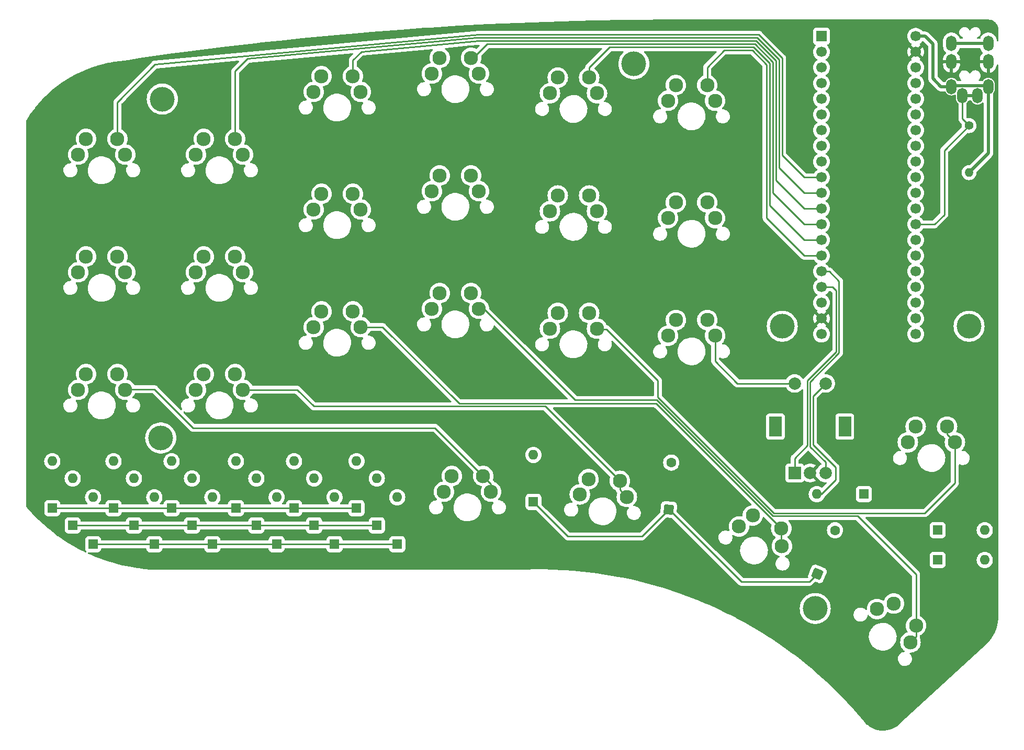
<source format=gtl>
%TF.GenerationSoftware,KiCad,Pcbnew,6.99.0-unknown-8f937b17a2~148~ubuntu20.04.1*%
%TF.CreationDate,2022-05-22T21:32:21+02:00*%
%TF.ProjectId,khada,6b686164-612e-46b6-9963-61645f706362,rev?*%
%TF.SameCoordinates,Original*%
%TF.FileFunction,Copper,L1,Top*%
%TF.FilePolarity,Positive*%
%FSLAX46Y46*%
G04 Gerber Fmt 4.6, Leading zero omitted, Abs format (unit mm)*
G04 Created by KiCad (PCBNEW 6.99.0-unknown-8f937b17a2~148~ubuntu20.04.1) date 2022-05-22 21:32:21*
%MOMM*%
%LPD*%
G01*
G04 APERTURE LIST*
G04 Aperture macros list*
%AMRoundRect*
0 Rectangle with rounded corners*
0 $1 Rounding radius*
0 $2 $3 $4 $5 $6 $7 $8 $9 X,Y pos of 4 corners*
0 Add a 4 corners polygon primitive as box body*
4,1,4,$2,$3,$4,$5,$6,$7,$8,$9,$2,$3,0*
0 Add four circle primitives for the rounded corners*
1,1,$1+$1,$2,$3*
1,1,$1+$1,$4,$5*
1,1,$1+$1,$6,$7*
1,1,$1+$1,$8,$9*
0 Add four rect primitives between the rounded corners*
20,1,$1+$1,$2,$3,$4,$5,0*
20,1,$1+$1,$4,$5,$6,$7,0*
20,1,$1+$1,$6,$7,$8,$9,0*
20,1,$1+$1,$8,$9,$2,$3,0*%
%AMHorizOval*
0 Thick line with rounded ends*
0 $1 width*
0 $2 $3 position (X,Y) of the first rounded end (center of the circle)*
0 $4 $5 position (X,Y) of the second rounded end (center of the circle)*
0 Add line between two ends*
20,1,$1,$2,$3,$4,$5,0*
0 Add two circle primitives to create the rounded ends*
1,1,$1,$2,$3*
1,1,$1,$4,$5*%
G04 Aperture macros list end*
%TA.AperFunction,ComponentPad*%
%ADD10O,1.700000X2.500000*%
%TD*%
%TA.AperFunction,ComponentPad*%
%ADD11R,2.000000X2.000000*%
%TD*%
%TA.AperFunction,ComponentPad*%
%ADD12C,2.000000*%
%TD*%
%TA.AperFunction,ComponentPad*%
%ADD13R,2.000000X3.200000*%
%TD*%
%TA.AperFunction,ComponentPad*%
%ADD14C,1.400000*%
%TD*%
%TA.AperFunction,ComponentPad*%
%ADD15O,1.400000X1.400000*%
%TD*%
%TA.AperFunction,ComponentPad*%
%ADD16R,1.700000X1.700000*%
%TD*%
%TA.AperFunction,ComponentPad*%
%ADD17C,1.700000*%
%TD*%
%TA.AperFunction,ComponentPad*%
%ADD18C,4.000000*%
%TD*%
%TA.AperFunction,ComponentPad*%
%ADD19C,2.300000*%
%TD*%
%TA.AperFunction,ComponentPad*%
%ADD20RoundRect,0.160000X0.640000X-0.640000X0.640000X0.640000X-0.640000X0.640000X-0.640000X-0.640000X0*%
%TD*%
%TA.AperFunction,ComponentPad*%
%ADD21O,1.600000X1.600000*%
%TD*%
%TA.AperFunction,ComponentPad*%
%ADD22RoundRect,0.160000X0.640000X0.640000X-0.640000X0.640000X-0.640000X-0.640000X0.640000X-0.640000X0*%
%TD*%
%TA.AperFunction,ComponentPad*%
%ADD23RoundRect,0.160000X0.353649X-0.833146X0.833146X0.353649X-0.353649X0.833146X-0.833146X-0.353649X0*%
%TD*%
%TA.AperFunction,ComponentPad*%
%ADD24HorizOval,1.600000X0.000000X0.000000X0.000000X0.000000X0*%
%TD*%
%TA.AperFunction,ComponentPad*%
%ADD25RoundRect,0.160000X0.605628X-0.672618X0.672618X0.605628X-0.605628X0.672618X-0.672618X-0.605628X0*%
%TD*%
%TA.AperFunction,ComponentPad*%
%ADD26HorizOval,1.600000X0.000000X0.000000X0.000000X0.000000X0*%
%TD*%
%TA.AperFunction,ComponentPad*%
%ADD27RoundRect,0.160000X-0.640000X-0.640000X0.640000X-0.640000X0.640000X0.640000X-0.640000X0.640000X0*%
%TD*%
%TA.AperFunction,Conductor*%
%ADD28C,0.254000*%
%TD*%
%TA.AperFunction,Conductor*%
%ADD29C,0.500000*%
%TD*%
G04 APERTURE END LIST*
D10*
%TO.P,J1,D*%
%TO.N,+5V*%
X206207999Y-59982399D03*
%TO.P,J1,A*%
%TO.N,DATA*%
X210407999Y-61482399D03*
%TO.P,J1,B*%
%TO.N,unconnected-(J1-PadB)*%
X206207999Y-52982399D03*
%TO.P,J1,C*%
%TO.N,GND*%
X206207999Y-55982399D03*
%TO.P,J1,B*%
%TO.N,unconnected-(J1-PadB)*%
X212157999Y-52982399D03*
%TO.P,J1,C*%
%TO.N,GND*%
X212157999Y-55982399D03*
%TO.P,J1,D*%
%TO.N,+5V*%
X212157999Y-59982399D03*
%TO.P,J1,A*%
%TO.N,DATA*%
X207957999Y-61482399D03*
%TD*%
D11*
%TO.P,SW24,A,A*%
%TO.N,ROTA*%
X180837199Y-122561999D03*
D12*
%TO.P,SW24,B,B*%
%TO.N,ROTB*%
X185837200Y-122562000D03*
%TO.P,SW24,C,C*%
%TO.N,GND*%
X183337200Y-122562000D03*
D13*
%TO.P,SW24,MP*%
%TO.N,N/C*%
X177737199Y-115061999D03*
X188937199Y-115061999D03*
D12*
%TO.P,SW24,S1,S1*%
%TO.N,Net-(D24-A)*%
X185837200Y-108062000D03*
%TO.P,SW24,S2,S2*%
%TO.N,col5*%
X180837200Y-108062000D03*
%TD*%
D14*
%TO.P,R1,1*%
%TO.N,DATA*%
X209042000Y-66294000D03*
D15*
%TO.P,R1,2*%
%TO.N,+5V*%
X209041999Y-73913999D03*
%TD*%
D16*
%TO.P,U1,1,PB12*%
%TO.N,unconnected-(U1-PB12)*%
X185165999Y-51815999D03*
D17*
%TO.P,U1,2,PB13*%
%TO.N,unconnected-(U1-PB13)*%
X185166000Y-54356000D03*
%TO.P,U1,3,PB14*%
%TO.N,unconnected-(U1-PB14)*%
X185166000Y-56896000D03*
%TO.P,U1,4,PB15*%
%TO.N,unconnected-(U1-PB15)*%
X185166000Y-59436000D03*
%TO.P,U1,5,PA8*%
%TO.N,unconnected-(U1-PA8)*%
X185166000Y-61976000D03*
%TO.P,U1,6,PA9*%
%TO.N,unconnected-(U1-PA9)*%
X185166000Y-64516000D03*
%TO.P,U1,7,PA10*%
%TO.N,unconnected-(U1-PA10)*%
X185166000Y-67056000D03*
%TO.P,U1,8,PA11*%
%TO.N,unconnected-(U1-PA11)*%
X185166000Y-69596000D03*
%TO.P,U1,9,PA12*%
%TO.N,unconnected-(U1-PA12)*%
X185166000Y-72136000D03*
%TO.P,U1,10,PA15*%
%TO.N,col0*%
X185166000Y-74676000D03*
%TO.P,U1,11,PB3*%
%TO.N,col1*%
X185166000Y-77216000D03*
%TO.P,U1,12,PB4*%
%TO.N,col2*%
X185166000Y-79756000D03*
%TO.P,U1,13,PB5*%
%TO.N,col3*%
X185166000Y-82296000D03*
%TO.P,U1,14,PB6*%
%TO.N,col4*%
X185166000Y-84836000D03*
%TO.P,U1,15,PB7*%
%TO.N,col5*%
X185166000Y-87376000D03*
%TO.P,U1,16,PB8*%
%TO.N,ROTB*%
X185166000Y-89916000D03*
%TO.P,U1,17,PB9*%
%TO.N,ROTA*%
X185166000Y-92456000D03*
%TO.P,U1,18,5V*%
%TO.N,unconnected-(U1-5V)*%
X185166000Y-94996000D03*
%TO.P,U1,19,GND*%
%TO.N,GND*%
X185166000Y-97536000D03*
%TO.P,U1,20,3V3*%
%TO.N,unconnected-(U1-3V3)_1*%
X185166000Y-100076000D03*
%TO.P,U1,21,VBat*%
%TO.N,unconnected-(U1-VBat)*%
X200406000Y-100076000D03*
%TO.P,U1,22,PC13*%
%TO.N,unconnected-(U1-PC13)*%
X200406000Y-97536000D03*
%TO.P,U1,23,PC14*%
%TO.N,unconnected-(U1-PC14)*%
X200406000Y-94996000D03*
%TO.P,U1,24,PC15*%
%TO.N,unconnected-(U1-PC15)*%
X200406000Y-92456000D03*
%TO.P,U1,25,RES*%
%TO.N,unconnected-(U1-RES)*%
X200406000Y-89916000D03*
%TO.P,U1,26,PA0*%
%TO.N,unconnected-(U1-PA0)*%
X200406000Y-87376000D03*
%TO.P,U1,27,PA1*%
%TO.N,unconnected-(U1-PA1)*%
X200406000Y-84836000D03*
%TO.P,U1,28,PA2*%
%TO.N,DATA*%
X200406000Y-82296000D03*
%TO.P,U1,29,PA3*%
%TO.N,row0*%
X200406000Y-79756000D03*
%TO.P,U1,30,PA4*%
%TO.N,row1*%
X200406000Y-77216000D03*
%TO.P,U1,31,PA5*%
%TO.N,row2*%
X200406000Y-74676000D03*
%TO.P,U1,32,PA6*%
%TO.N,row3*%
X200406000Y-72136000D03*
%TO.P,U1,33,PA7*%
%TO.N,unconnected-(U1-PA7)*%
X200406000Y-69596000D03*
%TO.P,U1,34,PB0*%
%TO.N,unconnected-(U1-PB0)*%
X200406000Y-67056000D03*
%TO.P,U1,35,PB1*%
%TO.N,unconnected-(U1-PB1)*%
X200406000Y-64516000D03*
%TO.P,U1,36,PB2*%
%TO.N,unconnected-(U1-PB2)*%
X200406000Y-61976000D03*
%TO.P,U1,37,PB10*%
%TO.N,unconnected-(U1-PB10)*%
X200406000Y-59436000D03*
%TO.P,U1,38,3V3*%
%TO.N,unconnected-(U1-3V3)*%
X200406000Y-56896000D03*
%TO.P,U1,39,GND*%
%TO.N,GND*%
X200406000Y-54356000D03*
%TO.P,U1,40,5V*%
%TO.N,+5V*%
X200406000Y-51816000D03*
%TD*%
D18*
%TO.P,H6,*%
%TO.N,*%
X209042000Y-98806000D03*
%TD*%
%TO.P,H5,*%
%TO.N,*%
X178816000Y-98806000D03*
%TD*%
D19*
%TO.P,SW7,1,1*%
%TO.N,Net-(D7-A)*%
X83947000Y-109093000D03*
X85217000Y-106553000D03*
%TO.P,SW7,2,2*%
%TO.N,col1*%
X90297000Y-106553000D03*
X91567000Y-109093000D03*
%TD*%
%TO.P,SW9,1,1*%
%TO.N,Net-(D9-A)*%
X102997000Y-60833000D03*
X104267000Y-58293000D03*
%TO.P,SW9,2,2*%
%TO.N,col2*%
X109347000Y-58293000D03*
X110617000Y-60833000D03*
%TD*%
D20*
%TO.P,D13,1,K*%
%TO.N,row0*%
X90424000Y-128270000D03*
D21*
%TO.P,D13,2,A*%
%TO.N,Net-(D13-A)*%
X90423999Y-120649999D03*
%TD*%
D20*
%TO.P,D5,1,K*%
%TO.N,row0*%
X70612000Y-128270000D03*
D21*
%TO.P,D5,2,A*%
%TO.N,Net-(D5-A)*%
X70611999Y-120649999D03*
%TD*%
D20*
%TO.P,D15,1,K*%
%TO.N,row2*%
X97002600Y-134112000D03*
D21*
%TO.P,D15,2,A*%
%TO.N,Net-(D15-A)*%
X97002599Y-126491999D03*
%TD*%
D20*
%TO.P,D7,1,K*%
%TO.N,row2*%
X77216000Y-134112000D03*
D21*
%TO.P,D7,2,A*%
%TO.N,Net-(D7-A)*%
X77215999Y-126491999D03*
%TD*%
D18*
%TO.P,H3,*%
%TO.N,*%
X78250000Y-116900000D03*
%TD*%
D19*
%TO.P,SW1,1,1*%
%TO.N,Net-(D1-A)*%
X64897000Y-70993000D03*
X66167000Y-68453000D03*
%TO.P,SW1,2,2*%
%TO.N,col0*%
X71247000Y-68453000D03*
X72517000Y-70993000D03*
%TD*%
D18*
%TO.P,H4,*%
%TO.N,*%
X184150000Y-144526000D03*
%TD*%
%TO.P,H2,*%
%TO.N,*%
X154800000Y-56300000D03*
%TD*%
D21*
%TO.P,D24,2,A*%
%TO.N,Net-(D24-A)*%
X184403999Y-125983999D03*
D22*
%TO.P,D24,1,K*%
%TO.N,row3*%
X192024000Y-125984000D03*
%TD*%
D20*
%TO.P,D9,1,K*%
%TO.N,row0*%
X80010000Y-128270000D03*
D21*
%TO.P,D9,2,A*%
%TO.N,Net-(D9-A)*%
X80009999Y-120649999D03*
%TD*%
D23*
%TO.P,D12,1,K*%
%TO.N,row3*%
X184500749Y-138914570D03*
D24*
%TO.P,D12,2,A*%
%TO.N,Net-(D12-A)*%
X187355250Y-131849429D03*
%TD*%
D19*
%TO.P,SW15,1,1*%
%TO.N,Net-(D15-A)*%
X122124000Y-95960000D03*
X123394000Y-93420000D03*
%TO.P,SW15,2,2*%
%TO.N,col3*%
X128474000Y-93420000D03*
X129744000Y-95960000D03*
%TD*%
D20*
%TO.P,D21,1,K*%
%TO.N,row0*%
X109927400Y-128270000D03*
D21*
%TO.P,D21,2,A*%
%TO.N,Net-(D21-A)*%
X109927399Y-120649999D03*
%TD*%
D20*
%TO.P,D14,1,K*%
%TO.N,row1*%
X93726000Y-131064000D03*
D21*
%TO.P,D14,2,A*%
%TO.N,Net-(D14-A)*%
X93725999Y-123443999D03*
%TD*%
D19*
%TO.P,SW12,1,1*%
%TO.N,Net-(D12-A)*%
X171830368Y-131236717D03*
X174039340Y-129452076D03*
%TO.P,SW12,2,2*%
%TO.N,col2*%
X178661943Y-131558718D03*
X178764273Y-134396680D03*
%TD*%
D20*
%TO.P,D23,1,K*%
%TO.N,row2*%
X116520000Y-134112000D03*
D21*
%TO.P,D23,2,A*%
%TO.N,Net-(D23-A)*%
X116519999Y-126491999D03*
%TD*%
D19*
%TO.P,SW10,1,1*%
%TO.N,Net-(D10-A)*%
X102997000Y-79883000D03*
X104267000Y-77343000D03*
%TO.P,SW10,2,2*%
%TO.N,col2*%
X109347000Y-77343000D03*
X110617000Y-79883000D03*
%TD*%
D20*
%TO.P,D4,1,K*%
%TO.N,row3*%
X138557000Y-127254000D03*
D21*
%TO.P,D4,2,A*%
%TO.N,Net-(D4-A)*%
X138556999Y-119633999D03*
%TD*%
D19*
%TO.P,SW19,1,1*%
%TO.N,Net-(D19-A)*%
X141224000Y-99187000D03*
X142494000Y-96647000D03*
%TO.P,SW19,2,2*%
%TO.N,col4*%
X147574000Y-96647000D03*
X148844000Y-99187000D03*
%TD*%
%TO.P,SW6,1,1*%
%TO.N,Net-(D6-A)*%
X83947000Y-90043000D03*
X85217000Y-87503000D03*
%TO.P,SW6,2,2*%
%TO.N,col1*%
X90297000Y-87503000D03*
X91567000Y-90043000D03*
%TD*%
%TO.P,SW8,1,1*%
%TO.N,Net-(D8-A)*%
X146061155Y-126042081D03*
X147462348Y-123572029D03*
%TO.P,SW8,2,2*%
%TO.N,col1*%
X152535386Y-123837895D03*
X153670712Y-126440881D03*
%TD*%
%TO.P,SW23,1,1*%
%TO.N,Net-(D23-A)*%
X160329000Y-100330000D03*
X161599000Y-97790000D03*
%TO.P,SW23,2,2*%
%TO.N,col5*%
X166679000Y-97790000D03*
X167949000Y-100330000D03*
%TD*%
D20*
%TO.P,D2,1,K*%
%TO.N,row1*%
X64008000Y-131064000D03*
D21*
%TO.P,D2,2,A*%
%TO.N,Net-(D2-A)*%
X64007999Y-123443999D03*
%TD*%
D19*
%TO.P,SW13,1,1*%
%TO.N,Net-(D13-A)*%
X122124000Y-57860000D03*
X123394000Y-55320000D03*
%TO.P,SW13,2,2*%
%TO.N,col3*%
X128474000Y-55320000D03*
X129744000Y-57860000D03*
%TD*%
%TO.P,SW14,1,1*%
%TO.N,Net-(D14-A)*%
X122124000Y-76910000D03*
X123394000Y-74370000D03*
%TO.P,SW14,2,2*%
%TO.N,col3*%
X128474000Y-74370000D03*
X129744000Y-76910000D03*
%TD*%
%TO.P,SW21,1,1*%
%TO.N,Net-(D21-A)*%
X160324000Y-62260000D03*
X161594000Y-59720000D03*
%TO.P,SW21,2,2*%
%TO.N,col5*%
X166674000Y-59720000D03*
X167944000Y-62260000D03*
%TD*%
D20*
%TO.P,D10,1,K*%
%TO.N,row1*%
X83312000Y-131064000D03*
D21*
%TO.P,D10,2,A*%
%TO.N,Net-(D10-A)*%
X83311999Y-123443999D03*
%TD*%
D19*
%TO.P,SW11,1,1*%
%TO.N,Net-(D11-A)*%
X102997000Y-98933000D03*
X104267000Y-96393000D03*
%TO.P,SW11,2,2*%
%TO.N,col2*%
X109347000Y-96393000D03*
X110617000Y-98933000D03*
%TD*%
D25*
%TO.P,D8,1,K*%
%TO.N,row3*%
X160455600Y-128491702D03*
D26*
%TO.P,D8,2,A*%
%TO.N,Net-(D8-A)*%
X160854399Y-120882143D03*
%TD*%
D27*
%TO.P,D20,1,K*%
%TO.N,row3*%
X203962000Y-131826000D03*
D21*
%TO.P,D20,2,A*%
%TO.N,Net-(D20-A)*%
X211581999Y-131825999D03*
%TD*%
D19*
%TO.P,SW20,1,1*%
%TO.N,Net-(D20-A)*%
X199136000Y-117602000D03*
X200406000Y-115062000D03*
%TO.P,SW20,2,2*%
%TO.N,col4*%
X205486000Y-115062000D03*
X206756000Y-117602000D03*
%TD*%
D20*
%TO.P,D6,1,K*%
%TO.N,row1*%
X73914000Y-131064000D03*
D21*
%TO.P,D6,2,A*%
%TO.N,Net-(D6-A)*%
X73913999Y-123443999D03*
%TD*%
D20*
%TO.P,D1,1,K*%
%TO.N,row0*%
X60706000Y-128270000D03*
D21*
%TO.P,D1,2,A*%
%TO.N,Net-(D1-A)*%
X60705999Y-120649999D03*
%TD*%
D19*
%TO.P,SW2,1,1*%
%TO.N,Net-(D2-A)*%
X64897000Y-90043000D03*
X66167000Y-87503000D03*
%TO.P,SW2,2,2*%
%TO.N,col0*%
X71247000Y-87503000D03*
X72517000Y-90043000D03*
%TD*%
D20*
%TO.P,D18,1,K*%
%TO.N,row1*%
X103069400Y-131064000D03*
D21*
%TO.P,D18,2,A*%
%TO.N,Net-(D18-A)*%
X103069399Y-123443999D03*
%TD*%
D20*
%TO.P,D3,1,K*%
%TO.N,row2*%
X67310000Y-134112000D03*
D21*
%TO.P,D3,2,A*%
%TO.N,Net-(D3-A)*%
X67309999Y-126491999D03*
%TD*%
D20*
%TO.P,D17,1,K*%
%TO.N,row0*%
X99822000Y-128270000D03*
D21*
%TO.P,D17,2,A*%
%TO.N,Net-(D17-A)*%
X99821999Y-120649999D03*
%TD*%
D19*
%TO.P,SW4,1,1*%
%TO.N,Net-(D4-A)*%
X124079000Y-125603000D03*
X125349000Y-123063000D03*
%TO.P,SW4,2,2*%
%TO.N,col0*%
X130429000Y-123063000D03*
X131699000Y-125603000D03*
%TD*%
%TO.P,SW16,1,1*%
%TO.N,Net-(D16-A)*%
X194173974Y-144607872D03*
X196868051Y-143709846D03*
%TO.P,SW16,2,2*%
%TO.N,col3*%
X200460154Y-147301949D03*
X199562128Y-149996026D03*
%TD*%
%TO.P,SW18,1,1*%
%TO.N,Net-(D18-A)*%
X141224000Y-80160000D03*
X142494000Y-77620000D03*
%TO.P,SW18,2,2*%
%TO.N,col4*%
X147574000Y-77620000D03*
X148844000Y-80160000D03*
%TD*%
D20*
%TO.P,D11,1,K*%
%TO.N,row2*%
X86614000Y-134112000D03*
D21*
%TO.P,D11,2,A*%
%TO.N,Net-(D11-A)*%
X86613999Y-126491999D03*
%TD*%
D18*
%TO.P,H1,*%
%TO.N,*%
X78500000Y-62000000D03*
%TD*%
D19*
%TO.P,SW22,1,1*%
%TO.N,Net-(D22-A)*%
X160324000Y-81273000D03*
X161594000Y-78733000D03*
%TO.P,SW22,2,2*%
%TO.N,col5*%
X166674000Y-78733000D03*
X167944000Y-81273000D03*
%TD*%
%TO.P,SW17,1,1*%
%TO.N,Net-(D17-A)*%
X141224000Y-61060000D03*
X142494000Y-58520000D03*
%TO.P,SW17,2,2*%
%TO.N,col4*%
X147574000Y-58520000D03*
X148844000Y-61060000D03*
%TD*%
D27*
%TO.P,D16,1,K*%
%TO.N,row3*%
X203962000Y-136652000D03*
D21*
%TO.P,D16,2,A*%
%TO.N,Net-(D16-A)*%
X211581999Y-136651999D03*
%TD*%
D19*
%TO.P,SW5,1,1*%
%TO.N,Net-(D5-A)*%
X83947000Y-70993000D03*
X85217000Y-68453000D03*
%TO.P,SW5,2,2*%
%TO.N,col1*%
X90297000Y-68453000D03*
X91567000Y-70993000D03*
%TD*%
D20*
%TO.P,D22,1,K*%
%TO.N,row1*%
X113220000Y-131064000D03*
D21*
%TO.P,D22,2,A*%
%TO.N,Net-(D22-A)*%
X113219999Y-123443999D03*
%TD*%
D19*
%TO.P,SW3,1,1*%
%TO.N,Net-(D3-A)*%
X64897000Y-109093000D03*
X66167000Y-106553000D03*
%TO.P,SW3,2,2*%
%TO.N,col0*%
X71247000Y-106553000D03*
X72517000Y-109093000D03*
%TD*%
D20*
%TO.P,D19,1,K*%
%TO.N,row2*%
X106371400Y-134112000D03*
D21*
%TO.P,D19,2,A*%
%TO.N,Net-(D19-A)*%
X106371399Y-126491999D03*
%TD*%
D28*
%TO.N,col4*%
X206756000Y-124206000D02*
X206756000Y-117602000D01*
X158683854Y-110290480D02*
X177479854Y-129086480D01*
X177479854Y-129086480D02*
X201875520Y-129086480D01*
X158683854Y-107594710D02*
X158683854Y-110290480D01*
X201875520Y-129086480D02*
X206756000Y-124206000D01*
X150343025Y-99253881D02*
X158683854Y-107594710D01*
X149903749Y-99253881D02*
X150343025Y-99253881D01*
%TO.N,col3*%
X200460154Y-138992154D02*
X200460154Y-147301949D01*
X191008000Y-129540000D02*
X200460154Y-138992154D01*
X177292000Y-129540000D02*
X191008000Y-129540000D01*
X158496000Y-110744000D02*
X177292000Y-129540000D01*
X145288000Y-110744000D02*
X158496000Y-110744000D01*
X130556000Y-96012000D02*
X145288000Y-110744000D01*
%TO.N,col1*%
X140457491Y-111760000D02*
X152535386Y-123837895D01*
X103010000Y-111760000D02*
X140457491Y-111760000D01*
X100343000Y-109093000D02*
X103010000Y-111760000D01*
X91567000Y-109093000D02*
X100343000Y-109093000D01*
%TO.N,row3*%
X160455600Y-128491702D02*
X160495702Y-128491702D01*
%TO.N,col2*%
X158409705Y-111306480D02*
X178661943Y-131558718D01*
X126546480Y-111306480D02*
X158409705Y-111306480D01*
X126546480Y-111306480D02*
X114173000Y-98933000D01*
X114173000Y-98933000D02*
X110617000Y-98933000D01*
%TO.N,ROTB*%
X185166000Y-89916000D02*
X186416000Y-89916000D01*
X186416000Y-89916000D02*
X188000000Y-91500000D01*
X185837200Y-120837200D02*
X185837200Y-122562000D01*
X188000000Y-91500000D02*
X188000000Y-103141374D01*
X188000000Y-103141374D02*
X183333520Y-107807854D01*
X183333520Y-107807854D02*
X183333520Y-118333520D01*
X183333520Y-118333520D02*
X185837200Y-120837200D01*
%TO.N,ROTA*%
X180837200Y-122562000D02*
X180837200Y-120162800D01*
X180837200Y-120162800D02*
X182880000Y-118120000D01*
X186956000Y-92456000D02*
X185166000Y-92456000D01*
X182880000Y-118120000D02*
X182880000Y-107620000D01*
X182880000Y-107620000D02*
X187546480Y-102953520D01*
X187546480Y-102953520D02*
X187546480Y-93046480D01*
X187546480Y-93046480D02*
X186956000Y-92456000D01*
%TO.N,col5*%
X167949000Y-100330000D02*
X167949000Y-104449000D01*
X167949000Y-104449000D02*
X171562000Y-108062000D01*
X171562000Y-108062000D02*
X180837200Y-108062000D01*
%TO.N,Net-(D24-A)*%
X183787040Y-118001040D02*
X183787040Y-110112160D01*
X183787040Y-110112160D02*
X185837200Y-108062000D01*
X187452000Y-121666000D02*
X183787040Y-118001040D01*
X187452000Y-123698000D02*
X187452000Y-121666000D01*
X185166000Y-125984000D02*
X187452000Y-123698000D01*
X184404000Y-125984000D02*
X185166000Y-125984000D01*
%TO.N,row0*%
X60706000Y-128270000D02*
X70612000Y-128270000D01*
X90424000Y-128270000D02*
X99822000Y-128270000D01*
X80010000Y-128270000D02*
X90424000Y-128270000D01*
X109927400Y-128270000D02*
X99822000Y-128270000D01*
X70612000Y-128270000D02*
X80010000Y-128270000D01*
%TO.N,row1*%
X83312000Y-131064000D02*
X93726000Y-131064000D01*
X64008000Y-131064000D02*
X73914000Y-131064000D01*
X73914000Y-131064000D02*
X83312000Y-131064000D01*
X93726000Y-131064000D02*
X103069400Y-131064000D01*
X103069400Y-131064000D02*
X113220000Y-131064000D01*
%TO.N,row2*%
X106371400Y-134112000D02*
X97002600Y-134112000D01*
X77216000Y-134112000D02*
X67310000Y-134112000D01*
X97002600Y-134112000D02*
X86614000Y-134112000D01*
X116520000Y-134112000D02*
X106371400Y-134112000D01*
X86614000Y-134112000D02*
X77216000Y-134112000D01*
%TO.N,row3*%
X138557000Y-127254000D02*
X144145000Y-132842000D01*
X160495702Y-128491702D02*
X172212000Y-140208000D01*
X172212000Y-140208000D02*
X183207319Y-140208000D01*
X144145000Y-132842000D02*
X156105302Y-132842000D01*
X156105302Y-132842000D02*
X160455600Y-128491702D01*
X183207319Y-140208000D02*
X184500749Y-138914570D01*
%TO.N,col0*%
X71247000Y-62503000D02*
X71247000Y-68453000D01*
X130429000Y-123063000D02*
X131699000Y-124333000D01*
X122616000Y-115250000D02*
X130429000Y-123063000D01*
X131699000Y-124333000D02*
X131699000Y-125603000D01*
X72424000Y-109000000D02*
X77250000Y-109000000D01*
X77250000Y-109000000D02*
X83500000Y-115250000D01*
X77300000Y-56400000D02*
X71247000Y-62503000D01*
X175006000Y-51562000D02*
X129750000Y-51571709D01*
X185166000Y-74676000D02*
X182372000Y-74676000D01*
X129750000Y-51571709D02*
X77300000Y-56400000D01*
X83500000Y-115250000D02*
X122616000Y-115250000D01*
X178816000Y-55372000D02*
X175006000Y-51562000D01*
X182372000Y-74676000D02*
X178816000Y-71120000D01*
X178816000Y-71120000D02*
X178816000Y-55372000D01*
%TO.N,col1*%
X129289701Y-52069520D02*
X174795777Y-52069520D01*
X90297000Y-68453000D02*
X90297000Y-57503000D01*
X182372000Y-77216000D02*
X185166000Y-77216000D01*
X174795777Y-52069520D02*
X178308480Y-55582222D01*
X152535386Y-125305555D02*
X153670712Y-126440881D01*
X90297000Y-57503000D02*
X92327963Y-55472037D01*
X178308480Y-73152480D02*
X182372000Y-77216000D01*
X178308480Y-55582222D02*
X178308480Y-73152480D01*
X92327963Y-55472037D02*
X129289701Y-52069520D01*
X152535386Y-123837895D02*
X152535386Y-125305555D01*
%TO.N,col2*%
X178661943Y-131558718D02*
X178661943Y-134294350D01*
X110709786Y-54290214D02*
X129750000Y-52577040D01*
X109347000Y-55653000D02*
X110709786Y-54290214D01*
X129750000Y-52577040D02*
X174585556Y-52577040D01*
X177800960Y-75184960D02*
X182372000Y-79756000D01*
X182372000Y-79756000D02*
X185166000Y-79756000D01*
X177800960Y-55792444D02*
X177800960Y-75184960D01*
X178661943Y-134294350D02*
X178764273Y-134396680D01*
X109347000Y-58293000D02*
X109347000Y-55653000D01*
X174585556Y-52577040D02*
X177800960Y-55792444D01*
%TO.N,col3*%
X174375334Y-53084560D02*
X177293440Y-56002666D01*
X131065440Y-53084560D02*
X174375334Y-53084560D01*
X128778000Y-55372000D02*
X131065440Y-53084560D01*
X200460154Y-149098000D02*
X199562128Y-149996026D01*
X177293440Y-77217440D02*
X182372000Y-82296000D01*
X200460154Y-147301949D02*
X200460154Y-149098000D01*
X177293440Y-56002666D02*
X177293440Y-77217440D01*
X182372000Y-82296000D02*
X185166000Y-82296000D01*
%TO.N,col4*%
X147574000Y-56896000D02*
X147574000Y-58520000D01*
X176785920Y-79249920D02*
X176785920Y-56212888D01*
X206756000Y-117602000D02*
X205486000Y-116332000D01*
X205486000Y-116332000D02*
X205486000Y-115062000D01*
X150877920Y-53592080D02*
X147574000Y-56896000D01*
X176785920Y-56212888D02*
X174165112Y-53592080D01*
X174165112Y-53592080D02*
X150877920Y-53592080D01*
X182372000Y-84836000D02*
X176785920Y-79249920D01*
X185166000Y-84836000D02*
X182372000Y-84836000D01*
%TO.N,col5*%
X176278400Y-56423110D02*
X176278400Y-81282400D01*
X182372000Y-87376000D02*
X185166000Y-87376000D01*
X173954890Y-54099600D02*
X176278400Y-56423110D01*
X166674000Y-56846000D02*
X169420400Y-54099600D01*
X176278400Y-81282400D02*
X182372000Y-87376000D01*
X166674000Y-59720000D02*
X166674000Y-56846000D01*
X169420400Y-54099600D02*
X173954890Y-54099600D01*
%TO.N,DATA*%
X205041500Y-70294500D02*
X209042000Y-66294000D01*
X200406000Y-82296000D02*
X203454000Y-82296000D01*
X205041500Y-80708500D02*
X205041500Y-70294500D01*
X209042000Y-66294000D02*
X207958000Y-65210000D01*
X203454000Y-82296000D02*
X205041500Y-80708500D01*
X207958000Y-65210000D02*
X207958000Y-61482400D01*
D29*
X207958000Y-61482400D02*
X210408000Y-61482400D01*
%TO.N,+5V*%
X212158000Y-70798000D02*
X212158000Y-59982400D01*
X206208000Y-59982400D02*
X206387520Y-59802880D01*
X200406000Y-51816000D02*
X201930000Y-51816000D01*
X204508400Y-59982400D02*
X206208000Y-59982400D01*
X203200000Y-53086000D02*
X203200000Y-58674000D01*
X211978480Y-59802880D02*
X212158000Y-59982400D01*
X203200000Y-58674000D02*
X204508400Y-59982400D01*
X201930000Y-51816000D02*
X203200000Y-53086000D01*
X206387520Y-59802880D02*
X211978480Y-59802880D01*
X209042000Y-73914000D02*
X212158000Y-70798000D01*
%TO.N,unconnected-(J1-PadB)*%
X206208000Y-52982400D02*
X212158000Y-52982400D01*
%TD*%
%TA.AperFunction,Conductor*%
%TO.N,GND*%
G36*
X164262520Y-49122480D02*
G01*
X164262515Y-49126599D01*
X164262583Y-49126590D01*
X164262583Y-49122500D01*
X164277923Y-49122500D01*
X164278569Y-49122502D01*
X164304913Y-49122637D01*
X164304888Y-49127449D01*
X164305153Y-49127457D01*
X164305153Y-49122500D01*
X212168875Y-49122500D01*
X212168875Y-49126087D01*
X212169622Y-49125980D01*
X212169576Y-49122890D01*
X212191965Y-49122557D01*
X212201036Y-49122749D01*
X212409988Y-49134704D01*
X212427985Y-49137043D01*
X212628603Y-49177984D01*
X212646076Y-49182883D01*
X212838720Y-49252213D01*
X212855309Y-49259572D01*
X213036003Y-49355863D01*
X213051362Y-49365529D01*
X213216343Y-49486773D01*
X213230155Y-49498545D01*
X213344183Y-49610880D01*
X213376011Y-49642236D01*
X213387988Y-49655870D01*
X213511689Y-49819023D01*
X213521583Y-49834236D01*
X213620562Y-50013465D01*
X213628168Y-50029941D01*
X213700376Y-50221534D01*
X213705535Y-50238928D01*
X213749468Y-50438903D01*
X213752076Y-50456861D01*
X213767173Y-50665859D01*
X213767500Y-50674937D01*
X213767500Y-52507587D01*
X213747498Y-52575708D01*
X213693842Y-52622201D01*
X213623568Y-52632305D01*
X213558988Y-52602811D01*
X213520604Y-52543085D01*
X213515954Y-52518272D01*
X213511402Y-52464791D01*
X213501801Y-52351982D01*
X213500451Y-52346796D01*
X213444880Y-52133376D01*
X213444878Y-52133371D01*
X213443530Y-52128193D01*
X213348278Y-51917471D01*
X213218783Y-51725877D01*
X213165204Y-51669973D01*
X213062475Y-51562787D01*
X213062471Y-51562783D01*
X213058772Y-51558924D01*
X212872847Y-51421415D01*
X212868072Y-51419008D01*
X212868068Y-51419005D01*
X212671135Y-51319714D01*
X212666357Y-51317305D01*
X212536783Y-51277623D01*
X212450364Y-51251157D01*
X212450361Y-51251156D01*
X212445243Y-51249589D01*
X212439930Y-51248909D01*
X212439927Y-51248908D01*
X212275589Y-51227864D01*
X212215865Y-51220216D01*
X212210520Y-51220443D01*
X212210518Y-51220443D01*
X212151442Y-51222953D01*
X211984822Y-51230031D01*
X211758762Y-51278751D01*
X211544187Y-51364974D01*
X211347270Y-51486221D01*
X211173676Y-51639002D01*
X211028400Y-51818924D01*
X211025790Y-51823596D01*
X210939258Y-51978496D01*
X210915620Y-52020809D01*
X210873550Y-52139879D01*
X210831998Y-52197442D01*
X210765919Y-52223404D01*
X210754749Y-52223900D01*
X210411657Y-52223900D01*
X210343536Y-52203898D01*
X210297043Y-52150242D01*
X210286939Y-52079968D01*
X210316433Y-52015388D01*
X210371425Y-51978496D01*
X210412435Y-51964678D01*
X210418911Y-51962496D01*
X210439082Y-51950360D01*
X210491365Y-51918902D01*
X210578171Y-51866673D01*
X210626188Y-51821189D01*
X210708147Y-51743554D01*
X210708150Y-51743550D01*
X210713108Y-51738854D01*
X210716939Y-51733204D01*
X210716943Y-51733199D01*
X210813578Y-51590672D01*
X210813580Y-51590668D01*
X210817413Y-51585015D01*
X210822347Y-51572632D01*
X210883680Y-51418699D01*
X210883681Y-51418697D01*
X210886209Y-51412351D01*
X210891768Y-51378446D01*
X210915173Y-51235676D01*
X210915173Y-51235675D01*
X210916278Y-51228935D01*
X210906981Y-51057447D01*
X210906586Y-51050164D01*
X210906586Y-51050163D01*
X210906216Y-51043342D01*
X210856492Y-50864252D01*
X210769431Y-50700038D01*
X210649105Y-50558379D01*
X210643666Y-50554244D01*
X210506579Y-50450033D01*
X210506577Y-50450032D01*
X210501139Y-50445898D01*
X210494936Y-50443028D01*
X210494934Y-50443027D01*
X210338656Y-50370725D01*
X210338654Y-50370724D01*
X210332452Y-50367855D01*
X210257137Y-50351277D01*
X210157604Y-50329368D01*
X210157601Y-50329368D01*
X210150933Y-50327900D01*
X210011668Y-50327900D01*
X209919896Y-50337881D01*
X209880018Y-50342218D01*
X209880016Y-50342218D01*
X209873225Y-50342957D01*
X209697089Y-50402304D01*
X209537829Y-50498127D01*
X209532870Y-50502825D01*
X209532868Y-50502826D01*
X209407853Y-50621246D01*
X209407850Y-50621250D01*
X209402892Y-50625946D01*
X209399061Y-50631596D01*
X209399057Y-50631601D01*
X209302422Y-50774128D01*
X209302420Y-50774132D01*
X209298587Y-50779785D01*
X209296058Y-50786131D01*
X209292858Y-50792168D01*
X209290618Y-50790980D01*
X209253957Y-50837753D01*
X209186903Y-50861082D01*
X209117880Y-50844456D01*
X209069382Y-50794255D01*
X209029906Y-50719796D01*
X209019431Y-50700038D01*
X208899105Y-50558379D01*
X208893666Y-50554244D01*
X208756579Y-50450033D01*
X208756577Y-50450032D01*
X208751139Y-50445898D01*
X208744936Y-50443028D01*
X208744934Y-50443027D01*
X208588656Y-50370725D01*
X208588654Y-50370724D01*
X208582452Y-50367855D01*
X208507137Y-50351277D01*
X208407604Y-50329368D01*
X208407601Y-50329368D01*
X208400933Y-50327900D01*
X208261668Y-50327900D01*
X208169896Y-50337881D01*
X208130018Y-50342218D01*
X208130016Y-50342218D01*
X208123225Y-50342957D01*
X207947089Y-50402304D01*
X207787829Y-50498127D01*
X207782870Y-50502825D01*
X207782868Y-50502826D01*
X207657853Y-50621246D01*
X207657850Y-50621250D01*
X207652892Y-50625946D01*
X207649061Y-50631596D01*
X207649057Y-50631601D01*
X207552422Y-50774128D01*
X207552420Y-50774132D01*
X207548587Y-50779785D01*
X207546058Y-50786131D01*
X207546058Y-50786132D01*
X207482503Y-50945643D01*
X207479791Y-50952449D01*
X207478686Y-50959192D01*
X207478685Y-50959194D01*
X207450827Y-51129124D01*
X207449722Y-51135865D01*
X207459784Y-51321458D01*
X207509508Y-51500548D01*
X207596569Y-51664762D01*
X207716895Y-51806421D01*
X207722332Y-51810554D01*
X207722334Y-51810556D01*
X207859421Y-51914767D01*
X207859423Y-51914768D01*
X207864861Y-51918902D01*
X208004590Y-51983548D01*
X208058013Y-52030302D01*
X208077679Y-52098520D01*
X208057342Y-52166542D01*
X208003458Y-52212770D01*
X207951681Y-52223900D01*
X207615843Y-52223900D01*
X207547722Y-52203898D01*
X207501229Y-52150242D01*
X207496986Y-52138303D01*
X207496661Y-52138418D01*
X207494880Y-52133376D01*
X207493530Y-52128193D01*
X207398278Y-51917471D01*
X207268783Y-51725877D01*
X207215204Y-51669973D01*
X207112475Y-51562787D01*
X207112471Y-51562783D01*
X207108772Y-51558924D01*
X206922847Y-51421415D01*
X206918072Y-51419008D01*
X206918068Y-51419005D01*
X206721135Y-51319714D01*
X206716357Y-51317305D01*
X206586783Y-51277623D01*
X206500364Y-51251157D01*
X206500361Y-51251156D01*
X206495243Y-51249589D01*
X206489930Y-51248909D01*
X206489927Y-51248908D01*
X206325589Y-51227864D01*
X206265865Y-51220216D01*
X206260520Y-51220443D01*
X206260518Y-51220443D01*
X206201442Y-51222953D01*
X206034822Y-51230031D01*
X205808762Y-51278751D01*
X205594187Y-51364974D01*
X205397270Y-51486221D01*
X205223676Y-51639002D01*
X205078400Y-51818924D01*
X205075790Y-51823596D01*
X204989258Y-51978496D01*
X204965620Y-52020809D01*
X204963840Y-52025846D01*
X204963839Y-52025849D01*
X204890363Y-52233805D01*
X204890362Y-52233811D01*
X204888581Y-52238850D01*
X204887677Y-52244124D01*
X204850659Y-52460018D01*
X204849500Y-52466775D01*
X204849500Y-53440113D01*
X204864199Y-53612818D01*
X204865548Y-53618000D01*
X204865549Y-53618004D01*
X204919838Y-53826497D01*
X204922470Y-53836607D01*
X205017722Y-54047329D01*
X205147217Y-54238923D01*
X205150918Y-54242785D01*
X205150920Y-54242787D01*
X205299578Y-54397895D01*
X205332272Y-54460916D01*
X205325705Y-54531608D01*
X205291856Y-54579663D01*
X205228062Y-54635809D01*
X205220674Y-54643518D01*
X205082180Y-54815039D01*
X205076205Y-54823879D01*
X204968692Y-55016337D01*
X204964292Y-55026071D01*
X204890851Y-55233929D01*
X204888163Y-55244249D01*
X204850903Y-55461548D01*
X204850000Y-55472165D01*
X204850000Y-55710285D01*
X204854475Y-55725524D01*
X204855865Y-55726729D01*
X204863548Y-55728400D01*
X207547885Y-55728400D01*
X207563124Y-55723925D01*
X207564329Y-55722535D01*
X207566000Y-55714852D01*
X207566000Y-55527377D01*
X207565774Y-55522053D01*
X207551760Y-55357398D01*
X207549958Y-55346889D01*
X207494406Y-55133540D01*
X207490854Y-55123486D01*
X207400042Y-54922586D01*
X207394845Y-54913285D01*
X207271393Y-54730632D01*
X207264684Y-54722323D01*
X207116393Y-54567599D01*
X207083698Y-54504579D01*
X207090265Y-54433887D01*
X207124114Y-54385830D01*
X207159294Y-54354868D01*
X207192324Y-54325798D01*
X207337600Y-54145876D01*
X207401822Y-54030913D01*
X207447768Y-53948667D01*
X207447769Y-53948665D01*
X207450380Y-53943991D01*
X207492450Y-53824921D01*
X207534002Y-53767358D01*
X207600081Y-53741396D01*
X207611251Y-53740900D01*
X210750157Y-53740900D01*
X210818278Y-53760902D01*
X210864771Y-53814558D01*
X210869014Y-53826497D01*
X210869339Y-53826382D01*
X210871120Y-53831423D01*
X210872470Y-53836607D01*
X210967722Y-54047329D01*
X211097217Y-54238923D01*
X211100918Y-54242785D01*
X211100920Y-54242787D01*
X211249578Y-54397895D01*
X211282272Y-54460916D01*
X211275705Y-54531608D01*
X211241856Y-54579663D01*
X211178062Y-54635809D01*
X211170674Y-54643518D01*
X211032180Y-54815039D01*
X211026205Y-54823879D01*
X210918692Y-55016337D01*
X210914292Y-55026071D01*
X210840851Y-55233929D01*
X210838163Y-55244249D01*
X210800903Y-55461548D01*
X210800000Y-55472165D01*
X210800000Y-55710285D01*
X210804475Y-55725524D01*
X210805865Y-55726729D01*
X210813548Y-55728400D01*
X212286000Y-55728400D01*
X212354121Y-55748402D01*
X212400614Y-55802058D01*
X212412000Y-55854400D01*
X212412000Y-57698724D01*
X212415973Y-57712255D01*
X212426349Y-57713747D01*
X212551856Y-57686697D01*
X212562061Y-57683572D01*
X212766617Y-57601375D01*
X212776146Y-57596571D01*
X212963874Y-57480982D01*
X212972454Y-57474636D01*
X213137938Y-57328991D01*
X213145326Y-57321282D01*
X213283820Y-57149761D01*
X213289795Y-57140921D01*
X213397308Y-56948463D01*
X213401708Y-56938729D01*
X213475149Y-56730871D01*
X213477837Y-56720551D01*
X213515097Y-56503252D01*
X213515954Y-56493176D01*
X213541660Y-56426996D01*
X213599064Y-56385220D01*
X213669942Y-56381111D01*
X213731789Y-56415974D01*
X213764971Y-56478739D01*
X213767500Y-56503859D01*
X213767500Y-145769384D01*
X213763751Y-145769384D01*
X213763793Y-145769677D01*
X213767345Y-145769656D01*
X213767488Y-145794183D01*
X213767427Y-145798916D01*
X213752851Y-146258104D01*
X213752196Y-146267540D01*
X213712781Y-146635112D01*
X213703469Y-146721949D01*
X213702110Y-146731298D01*
X213619429Y-147180781D01*
X213617374Y-147189998D01*
X213528382Y-147528604D01*
X213501199Y-147632033D01*
X213498452Y-147641084D01*
X213349458Y-148073115D01*
X213346041Y-148081935D01*
X213165054Y-148501577D01*
X213160985Y-148510117D01*
X212949012Y-148915025D01*
X212944314Y-148923232D01*
X212884924Y-149018517D01*
X212702579Y-149311071D01*
X212697278Y-149318905D01*
X212473375Y-149624414D01*
X212427125Y-149687520D01*
X212421253Y-149694932D01*
X212142252Y-150021144D01*
X212127729Y-150038124D01*
X212117373Y-150048872D01*
X197817361Y-163230152D01*
X197814897Y-163227479D01*
X197814635Y-163227803D01*
X197816930Y-163230253D01*
X197799528Y-163246560D01*
X197794948Y-163250647D01*
X197511665Y-163491296D01*
X197501937Y-163498776D01*
X197360225Y-163597137D01*
X197199110Y-163708965D01*
X197188701Y-163715462D01*
X196866869Y-163895182D01*
X196855885Y-163900632D01*
X196518079Y-164048191D01*
X196506606Y-164052550D01*
X196156040Y-164166540D01*
X196144218Y-164169756D01*
X195785873Y-164248731D01*
X195784237Y-164249092D01*
X195772136Y-164251147D01*
X195406140Y-164295079D01*
X195393896Y-164295946D01*
X195235001Y-164299444D01*
X195025378Y-164304058D01*
X195013124Y-164303731D01*
X194645526Y-164275943D01*
X194633361Y-164274424D01*
X194439525Y-164240571D01*
X194270242Y-164211005D01*
X194258268Y-164208307D01*
X193903039Y-164109856D01*
X193891384Y-164106005D01*
X193687484Y-164027431D01*
X193547427Y-163973459D01*
X193536206Y-163968495D01*
X193206775Y-163803108D01*
X193196086Y-163797073D01*
X193040196Y-163698743D01*
X192884305Y-163600412D01*
X192874256Y-163593367D01*
X192752428Y-163498778D01*
X192583097Y-163367308D01*
X192573780Y-163359317D01*
X192306000Y-163106002D01*
X192297516Y-163097155D01*
X192054824Y-162818031D01*
X192053160Y-162816077D01*
X192051927Y-162814599D01*
X192049682Y-162811829D01*
X192034980Y-162793156D01*
X192037854Y-162790893D01*
X192036994Y-162789745D01*
X192033578Y-162792594D01*
X191529817Y-162188528D01*
X191529340Y-162187956D01*
X190458992Y-160964677D01*
X189359928Y-159767133D01*
X188232764Y-158595999D01*
X187078136Y-157451932D01*
X187077554Y-157451382D01*
X185897268Y-156336121D01*
X185897254Y-156336108D01*
X185896693Y-156335578D01*
X184689101Y-155247563D01*
X183456039Y-154188502D01*
X182715012Y-153581988D01*
X182198820Y-153159496D01*
X182198797Y-153159477D01*
X182198200Y-153158989D01*
X182079786Y-153066672D01*
X181246365Y-152416930D01*
X180916294Y-152159604D01*
X180272209Y-151681596D01*
X179611618Y-151191338D01*
X179611606Y-151191329D01*
X179611041Y-151190910D01*
X179587098Y-151174006D01*
X178283828Y-150253913D01*
X178283827Y-150253913D01*
X178283175Y-150253452D01*
X176933446Y-149347757D01*
X176932812Y-149347353D01*
X176932789Y-149347338D01*
X176659633Y-149173298D01*
X192819826Y-149173298D01*
X192849958Y-149472812D01*
X192850934Y-149476909D01*
X192850935Y-149476913D01*
X192853279Y-149486749D01*
X192919741Y-149765637D01*
X193027932Y-150046548D01*
X193172600Y-150310532D01*
X193175088Y-150313909D01*
X193175092Y-150313915D01*
X193316108Y-150505303D01*
X193351162Y-150552878D01*
X193354081Y-150555896D01*
X193354085Y-150555901D01*
X193475801Y-150681755D01*
X193560432Y-150769263D01*
X193563740Y-150771875D01*
X193793365Y-150953208D01*
X193793369Y-150953211D01*
X193796677Y-150955823D01*
X194055679Y-151109231D01*
X194059556Y-151110875D01*
X194059558Y-151110876D01*
X194328945Y-151225106D01*
X194328949Y-151225107D01*
X194332818Y-151226748D01*
X194623148Y-151306277D01*
X194921487Y-151346400D01*
X195147170Y-151346400D01*
X195149255Y-151346260D01*
X195149268Y-151346260D01*
X195368155Y-151331607D01*
X195372353Y-151331326D01*
X195495590Y-151306277D01*
X195663214Y-151272206D01*
X195663216Y-151272205D01*
X195667346Y-151271366D01*
X195671325Y-151269984D01*
X195671330Y-151269983D01*
X195947730Y-151174006D01*
X195947729Y-151174006D01*
X195951716Y-151172622D01*
X196220386Y-151036856D01*
X196223854Y-151034475D01*
X196223858Y-151034473D01*
X196465095Y-150868874D01*
X196465102Y-150868869D01*
X196468564Y-150866492D01*
X196471680Y-150863674D01*
X196471686Y-150863669D01*
X196688695Y-150667396D01*
X196688700Y-150667391D01*
X196691820Y-150664569D01*
X196886171Y-150434690D01*
X197048147Y-150180958D01*
X197060319Y-150154729D01*
X197173087Y-149911721D01*
X197173090Y-149911713D01*
X197174859Y-149907901D01*
X197264046Y-149620391D01*
X197264747Y-149616237D01*
X197313415Y-149327711D01*
X197313416Y-149327706D01*
X197314115Y-149323559D01*
X197314271Y-149318905D01*
X197324034Y-149026902D01*
X197324034Y-149026896D01*
X197324174Y-149022702D01*
X197294042Y-148723188D01*
X197224259Y-148430363D01*
X197116068Y-148149452D01*
X196971400Y-147885468D01*
X196968912Y-147882091D01*
X196968908Y-147882085D01*
X196795331Y-147646505D01*
X196795328Y-147646501D01*
X196792838Y-147643122D01*
X196789919Y-147640104D01*
X196789915Y-147640099D01*
X196586497Y-147429766D01*
X196583568Y-147426737D01*
X196460445Y-147329508D01*
X196350635Y-147242792D01*
X196350631Y-147242789D01*
X196347323Y-147240177D01*
X196247044Y-147180781D01*
X196091949Y-147088918D01*
X196088321Y-147086769D01*
X196084442Y-147085124D01*
X195815055Y-146970894D01*
X195815051Y-146970893D01*
X195811182Y-146969252D01*
X195520852Y-146889723D01*
X195222513Y-146849600D01*
X194996830Y-146849600D01*
X194994745Y-146849740D01*
X194994732Y-146849740D01*
X194784758Y-146863796D01*
X194771647Y-146864674D01*
X194767520Y-146865513D01*
X194767519Y-146865513D01*
X194480786Y-146923794D01*
X194480784Y-146923795D01*
X194476654Y-146924634D01*
X194472675Y-146926016D01*
X194472670Y-146926017D01*
X194343431Y-146970894D01*
X194192284Y-147023378D01*
X193923614Y-147159144D01*
X193920146Y-147161525D01*
X193920142Y-147161527D01*
X193678905Y-147327126D01*
X193678898Y-147327131D01*
X193675436Y-147329508D01*
X193672320Y-147332326D01*
X193672314Y-147332331D01*
X193455305Y-147528604D01*
X193455300Y-147528609D01*
X193452180Y-147531431D01*
X193257829Y-147761310D01*
X193095853Y-148015042D01*
X193094079Y-148018865D01*
X192970913Y-148284279D01*
X192970910Y-148284287D01*
X192969141Y-148288099D01*
X192879954Y-148575609D01*
X192879254Y-148579759D01*
X192879253Y-148579763D01*
X192833682Y-148849932D01*
X192829885Y-148872441D01*
X192829745Y-148876641D01*
X192829744Y-148876647D01*
X192820340Y-149157934D01*
X192819826Y-149173298D01*
X176659633Y-149173298D01*
X175563220Y-148474723D01*
X175563219Y-148474722D01*
X175562611Y-148474335D01*
X175562038Y-148473989D01*
X175562003Y-148473967D01*
X174172080Y-147634064D01*
X174172048Y-147634045D01*
X174171442Y-147633679D01*
X174170795Y-147633309D01*
X174170770Y-147633294D01*
X172761396Y-146826644D01*
X172761384Y-146826637D01*
X172760723Y-146826259D01*
X171527674Y-146158852D01*
X171331977Y-146052928D01*
X171331969Y-146052924D01*
X171331247Y-146052533D01*
X171330574Y-146052189D01*
X171330532Y-146052167D01*
X170325058Y-145538396D01*
X169883819Y-145312934D01*
X168419254Y-144607878D01*
X168238313Y-144526000D01*
X181636540Y-144526000D01*
X181656359Y-144841020D01*
X181715505Y-145151072D01*
X181813044Y-145451266D01*
X181814731Y-145454852D01*
X181814733Y-145454856D01*
X181945750Y-145733283D01*
X181945754Y-145733290D01*
X181947438Y-145736869D01*
X182116568Y-146003375D01*
X182119093Y-146006427D01*
X182271977Y-146191231D01*
X182317767Y-146246582D01*
X182547860Y-146462654D01*
X182803221Y-146648184D01*
X182806690Y-146650091D01*
X182806693Y-146650093D01*
X183048971Y-146783287D01*
X183079821Y-146800247D01*
X183083490Y-146801700D01*
X183083495Y-146801702D01*
X183369628Y-146914990D01*
X183373298Y-146916443D01*
X183679025Y-146994940D01*
X183992179Y-147034500D01*
X184307821Y-147034500D01*
X184620975Y-146994940D01*
X184926702Y-146916443D01*
X184930372Y-146914990D01*
X185216505Y-146801702D01*
X185216510Y-146801700D01*
X185220179Y-146800247D01*
X185251029Y-146783287D01*
X185493307Y-146650093D01*
X185493310Y-146650091D01*
X185496779Y-146648184D01*
X185752140Y-146462654D01*
X185982233Y-146246582D01*
X186028024Y-146191231D01*
X186180907Y-146006427D01*
X186183432Y-146003375D01*
X186352562Y-145736869D01*
X186354246Y-145733290D01*
X186354250Y-145733283D01*
X186485267Y-145454856D01*
X186485269Y-145454852D01*
X186486653Y-145451910D01*
X190346545Y-145451910D01*
X190356809Y-145667374D01*
X190407664Y-145877002D01*
X190497273Y-146073217D01*
X190622396Y-146248928D01*
X190778511Y-146397784D01*
X190959977Y-146514404D01*
X191160234Y-146594575D01*
X191166127Y-146595711D01*
X191166131Y-146595712D01*
X191366155Y-146634263D01*
X191372044Y-146635398D01*
X191533707Y-146635398D01*
X191596588Y-146629394D01*
X191688655Y-146620603D01*
X191688660Y-146620602D01*
X191694630Y-146620032D01*
X191808229Y-146586676D01*
X191895835Y-146560953D01*
X191895837Y-146560952D01*
X191901600Y-146559260D01*
X192093330Y-146460416D01*
X192262888Y-146327074D01*
X192268734Y-146320328D01*
X192400214Y-146168592D01*
X192400214Y-146168591D01*
X192404147Y-146164053D01*
X192428211Y-146122373D01*
X192508998Y-145982446D01*
X192508999Y-145982443D01*
X192512001Y-145977244D01*
X192582552Y-145773399D01*
X192596957Y-145673213D01*
X192601537Y-145641360D01*
X192631030Y-145576779D01*
X192690756Y-145538396D01*
X192761753Y-145538396D01*
X192821479Y-145576780D01*
X192826334Y-145582893D01*
X192828071Y-145585728D01*
X192997611Y-145784235D01*
X193196118Y-145953775D01*
X193418703Y-146090175D01*
X193423273Y-146092068D01*
X193423277Y-146092070D01*
X193608018Y-146168592D01*
X193659885Y-146190076D01*
X193748905Y-146211448D01*
X193908912Y-146249863D01*
X193908918Y-146249864D01*
X193913725Y-146251018D01*
X194173974Y-146271500D01*
X194434223Y-146251018D01*
X194439030Y-146249864D01*
X194439036Y-146249863D01*
X194599043Y-146211448D01*
X194688063Y-146190076D01*
X194739930Y-146168592D01*
X194924671Y-146092070D01*
X194924675Y-146092068D01*
X194929245Y-146090175D01*
X195151830Y-145953775D01*
X195350337Y-145784235D01*
X195519877Y-145585728D01*
X195656277Y-145363143D01*
X195677075Y-145312934D01*
X195728176Y-145189563D01*
X195748727Y-145139950D01*
X195793274Y-145084670D01*
X195860638Y-145062249D01*
X195930970Y-145080736D01*
X196112780Y-145192149D01*
X196117350Y-145194042D01*
X196117354Y-145194044D01*
X196210741Y-145232726D01*
X196353962Y-145292050D01*
X196439488Y-145312583D01*
X196602989Y-145351837D01*
X196602995Y-145351838D01*
X196607802Y-145352992D01*
X196868051Y-145373474D01*
X197128300Y-145352992D01*
X197133107Y-145351838D01*
X197133113Y-145351837D01*
X197296614Y-145312583D01*
X197382140Y-145292050D01*
X197525361Y-145232726D01*
X197618748Y-145194044D01*
X197618752Y-145194042D01*
X197623322Y-145192149D01*
X197845907Y-145055749D01*
X198044414Y-144886209D01*
X198213954Y-144687702D01*
X198350354Y-144465117D01*
X198354156Y-144455940D01*
X198448361Y-144228508D01*
X198448362Y-144228506D01*
X198450255Y-144223935D01*
X198482600Y-144089210D01*
X198510042Y-143974908D01*
X198510043Y-143974902D01*
X198511197Y-143970095D01*
X198531679Y-143709846D01*
X198511197Y-143449597D01*
X198510043Y-143444790D01*
X198510042Y-143444784D01*
X198451410Y-143200569D01*
X198450255Y-143195757D01*
X198442803Y-143177767D01*
X198352249Y-142959149D01*
X198352247Y-142959145D01*
X198350354Y-142954575D01*
X198213954Y-142731990D01*
X198044414Y-142533483D01*
X197845907Y-142363943D01*
X197623322Y-142227543D01*
X197618752Y-142225650D01*
X197618748Y-142225648D01*
X197386713Y-142129536D01*
X197386711Y-142129535D01*
X197382140Y-142127642D01*
X197293120Y-142106270D01*
X197133113Y-142067855D01*
X197133107Y-142067854D01*
X197128300Y-142066700D01*
X196868051Y-142046218D01*
X196607802Y-142066700D01*
X196602995Y-142067854D01*
X196602989Y-142067855D01*
X196442982Y-142106270D01*
X196353962Y-142127642D01*
X196349391Y-142129535D01*
X196349389Y-142129536D01*
X196117354Y-142225648D01*
X196117350Y-142225650D01*
X196112780Y-142227543D01*
X195890195Y-142363943D01*
X195691688Y-142533483D01*
X195522148Y-142731990D01*
X195385748Y-142954575D01*
X195383855Y-142959145D01*
X195383853Y-142959149D01*
X195293299Y-143177767D01*
X195248751Y-143233048D01*
X195181387Y-143255469D01*
X195111055Y-143236982D01*
X194933465Y-143128155D01*
X194929245Y-143125569D01*
X194924675Y-143123676D01*
X194924671Y-143123674D01*
X194692636Y-143027562D01*
X194692634Y-143027561D01*
X194688063Y-143025668D01*
X194599043Y-143004296D01*
X194439036Y-142965881D01*
X194439030Y-142965880D01*
X194434223Y-142964726D01*
X194173974Y-142944244D01*
X193913725Y-142964726D01*
X193908918Y-142965880D01*
X193908912Y-142965881D01*
X193748905Y-143004296D01*
X193659885Y-143025668D01*
X193655314Y-143027561D01*
X193655312Y-143027562D01*
X193423277Y-143123674D01*
X193423273Y-143123676D01*
X193418703Y-143125569D01*
X193196118Y-143261969D01*
X192997611Y-143431509D01*
X192828071Y-143630016D01*
X192691671Y-143852601D01*
X192689778Y-143857171D01*
X192689776Y-143857175D01*
X192593664Y-144089210D01*
X192591770Y-144093783D01*
X192590615Y-144098595D01*
X192531983Y-144342810D01*
X192531982Y-144342816D01*
X192530828Y-144347623D01*
X192510346Y-144607872D01*
X192510734Y-144612802D01*
X192510734Y-144612813D01*
X192511719Y-144625327D01*
X192497125Y-144694807D01*
X192447283Y-144745367D01*
X192378018Y-144760954D01*
X192311322Y-144736620D01*
X192299158Y-144726404D01*
X192185633Y-144618158D01*
X192181285Y-144614012D01*
X191999819Y-144497392D01*
X191799562Y-144417221D01*
X191793669Y-144416085D01*
X191793665Y-144416084D01*
X191593641Y-144377533D01*
X191587752Y-144376398D01*
X191426089Y-144376398D01*
X191363208Y-144382402D01*
X191271141Y-144391193D01*
X191271136Y-144391194D01*
X191265166Y-144391764D01*
X191182340Y-144416084D01*
X191063961Y-144450843D01*
X191063959Y-144450844D01*
X191058196Y-144452536D01*
X190866466Y-144551380D01*
X190696908Y-144684722D01*
X190692981Y-144689254D01*
X190692980Y-144689255D01*
X190559582Y-144843204D01*
X190555649Y-144847743D01*
X190552647Y-144852942D01*
X190552646Y-144852944D01*
X190531586Y-144889422D01*
X190447795Y-145034552D01*
X190377244Y-145238397D01*
X190376390Y-145244338D01*
X190357823Y-145373474D01*
X190346545Y-145451910D01*
X186486653Y-145451910D01*
X186486956Y-145451266D01*
X186584495Y-145151072D01*
X186643641Y-144841020D01*
X186663460Y-144526000D01*
X186643641Y-144210980D01*
X186584495Y-143900928D01*
X186520807Y-143704916D01*
X186488182Y-143604507D01*
X186488182Y-143604506D01*
X186486956Y-143600734D01*
X186485267Y-143597144D01*
X186354250Y-143318717D01*
X186354246Y-143318710D01*
X186352562Y-143315131D01*
X186183432Y-143048625D01*
X185982233Y-142805418D01*
X185752140Y-142589346D01*
X185496779Y-142403816D01*
X185419551Y-142361359D01*
X185223648Y-142253660D01*
X185223647Y-142253659D01*
X185220179Y-142251753D01*
X185216510Y-142250300D01*
X185216505Y-142250298D01*
X184930372Y-142137010D01*
X184930371Y-142137010D01*
X184926702Y-142135557D01*
X184620975Y-142057060D01*
X184307821Y-142017500D01*
X183992179Y-142017500D01*
X183679025Y-142057060D01*
X183373298Y-142135557D01*
X183369629Y-142137010D01*
X183369628Y-142137010D01*
X183083495Y-142250298D01*
X183083490Y-142250300D01*
X183079821Y-142251753D01*
X183076353Y-142253659D01*
X183076352Y-142253660D01*
X182880450Y-142361359D01*
X182803221Y-142403816D01*
X182547860Y-142589346D01*
X182317767Y-142805418D01*
X182116568Y-143048625D01*
X181947438Y-143315131D01*
X181945754Y-143318710D01*
X181945750Y-143318717D01*
X181814733Y-143597144D01*
X181813044Y-143600734D01*
X181811818Y-143604506D01*
X181811818Y-143604507D01*
X181779193Y-143704916D01*
X181715505Y-143900928D01*
X181656359Y-144210980D01*
X181636540Y-144526000D01*
X168238313Y-144526000D01*
X166938376Y-143937764D01*
X166659997Y-143819668D01*
X165442692Y-143303254D01*
X165442667Y-143303244D01*
X165442017Y-143302968D01*
X165275599Y-143236982D01*
X163931749Y-142704135D01*
X163931731Y-142704128D01*
X163931022Y-142703847D01*
X163003635Y-142361359D01*
X162406971Y-142141008D01*
X162406946Y-142140999D01*
X162406239Y-142140738D01*
X162395357Y-142137010D01*
X160869208Y-141614192D01*
X160869186Y-141614185D01*
X160868527Y-141613959D01*
X160699563Y-141560520D01*
X159319461Y-141124029D01*
X159319443Y-141124024D01*
X159318752Y-141123805D01*
X159318012Y-141123590D01*
X157758482Y-140670756D01*
X157758453Y-140670748D01*
X157757785Y-140670554D01*
X156186506Y-140254459D01*
X155314701Y-140045593D01*
X154606475Y-139875917D01*
X154606459Y-139875913D01*
X154605798Y-139875755D01*
X154605127Y-139875611D01*
X154605083Y-139875601D01*
X153017298Y-139534815D01*
X153017272Y-139534810D01*
X153016551Y-139534655D01*
X152273726Y-139393567D01*
X151420368Y-139231485D01*
X151420330Y-139231478D01*
X151419660Y-139231351D01*
X150823043Y-139132635D01*
X149816744Y-138966133D01*
X149816720Y-138966129D01*
X149816023Y-138966014D01*
X148820597Y-138825483D01*
X148207282Y-138738897D01*
X148207266Y-138738895D01*
X148206544Y-138738793D01*
X148205848Y-138738712D01*
X148205813Y-138738707D01*
X146592853Y-138549901D01*
X146592854Y-138549901D01*
X146592127Y-138549816D01*
X146591398Y-138549748D01*
X146591387Y-138549747D01*
X145017531Y-138403271D01*
X144973682Y-138399190D01*
X143693417Y-138310612D01*
X143352828Y-138287047D01*
X143352818Y-138287046D01*
X143352118Y-138286998D01*
X141728350Y-138213305D01*
X141727650Y-138213290D01*
X141727625Y-138213289D01*
X140103997Y-138178167D01*
X140103974Y-138178167D01*
X140103291Y-138178152D01*
X140102619Y-138178153D01*
X140102578Y-138178153D01*
X138478623Y-138181556D01*
X138478591Y-138181556D01*
X138477855Y-138181558D01*
X138477088Y-138181578D01*
X138477074Y-138181578D01*
X137668349Y-138202458D01*
X137665097Y-138202500D01*
X76667280Y-138202500D01*
X76656991Y-138202079D01*
X75656089Y-138120069D01*
X75651679Y-138119630D01*
X74648792Y-138001830D01*
X74644401Y-138001235D01*
X74613295Y-137996467D01*
X74458785Y-137972784D01*
X73646344Y-137848254D01*
X73641976Y-137847506D01*
X72649888Y-137659518D01*
X72645550Y-137658617D01*
X71660651Y-137435853D01*
X71656346Y-137434799D01*
X71604958Y-137421260D01*
X71374288Y-137360487D01*
X70679945Y-137177553D01*
X70675681Y-137176349D01*
X69708903Y-136884921D01*
X69704683Y-136883568D01*
X69694452Y-136880087D01*
X68748711Y-136558312D01*
X68744618Y-136556838D01*
X67800651Y-136198158D01*
X67796560Y-136196520D01*
X67535344Y-136086605D01*
X66865844Y-135804891D01*
X66861800Y-135803105D01*
X66854167Y-135799572D01*
X66553493Y-135660414D01*
X66500073Y-135613650D01*
X66480417Y-135545429D01*
X66500763Y-135477410D01*
X66554654Y-135431190D01*
X66612119Y-135420196D01*
X66613128Y-135420242D01*
X66615970Y-135420500D01*
X68004030Y-135420500D01*
X68071386Y-135414379D01*
X68111558Y-135401861D01*
X68219099Y-135368350D01*
X68219102Y-135368349D01*
X68226376Y-135366082D01*
X68365305Y-135282097D01*
X68480097Y-135167305D01*
X68564082Y-135028376D01*
X68602015Y-134906647D01*
X68610396Y-134879750D01*
X68610396Y-134879749D01*
X68612379Y-134873386D01*
X68613405Y-134862096D01*
X68639491Y-134796065D01*
X68697134Y-134754619D01*
X68738888Y-134747500D01*
X75787112Y-134747500D01*
X75855233Y-134767502D01*
X75901726Y-134821158D01*
X75912595Y-134862096D01*
X75913621Y-134873386D01*
X75915604Y-134879749D01*
X75915604Y-134879750D01*
X75923986Y-134906647D01*
X75961918Y-135028376D01*
X76045903Y-135167305D01*
X76160695Y-135282097D01*
X76299624Y-135366082D01*
X76306898Y-135368349D01*
X76306901Y-135368350D01*
X76414442Y-135401861D01*
X76454614Y-135414379D01*
X76521970Y-135420500D01*
X77910030Y-135420500D01*
X77977386Y-135414379D01*
X78017558Y-135401861D01*
X78125099Y-135368350D01*
X78125102Y-135368349D01*
X78132376Y-135366082D01*
X78271305Y-135282097D01*
X78386097Y-135167305D01*
X78470082Y-135028376D01*
X78508015Y-134906647D01*
X78516396Y-134879750D01*
X78516396Y-134879749D01*
X78518379Y-134873386D01*
X78519405Y-134862096D01*
X78545491Y-134796065D01*
X78603134Y-134754619D01*
X78644888Y-134747500D01*
X85185112Y-134747500D01*
X85253233Y-134767502D01*
X85299726Y-134821158D01*
X85310595Y-134862096D01*
X85311621Y-134873386D01*
X85313604Y-134879749D01*
X85313604Y-134879750D01*
X85321986Y-134906647D01*
X85359918Y-135028376D01*
X85443903Y-135167305D01*
X85558695Y-135282097D01*
X85697624Y-135366082D01*
X85704898Y-135368349D01*
X85704901Y-135368350D01*
X85812442Y-135401861D01*
X85852614Y-135414379D01*
X85919970Y-135420500D01*
X87308030Y-135420500D01*
X87375386Y-135414379D01*
X87415558Y-135401861D01*
X87523099Y-135368350D01*
X87523102Y-135368349D01*
X87530376Y-135366082D01*
X87669305Y-135282097D01*
X87784097Y-135167305D01*
X87868082Y-135028376D01*
X87906015Y-134906647D01*
X87914396Y-134879750D01*
X87914396Y-134879749D01*
X87916379Y-134873386D01*
X87917405Y-134862096D01*
X87943491Y-134796065D01*
X88001134Y-134754619D01*
X88042888Y-134747500D01*
X95573712Y-134747500D01*
X95641833Y-134767502D01*
X95688326Y-134821158D01*
X95699195Y-134862096D01*
X95700221Y-134873386D01*
X95702204Y-134879749D01*
X95702204Y-134879750D01*
X95710586Y-134906647D01*
X95748518Y-135028376D01*
X95832503Y-135167305D01*
X95947295Y-135282097D01*
X96086224Y-135366082D01*
X96093498Y-135368349D01*
X96093501Y-135368350D01*
X96201042Y-135401861D01*
X96241214Y-135414379D01*
X96308570Y-135420500D01*
X97696630Y-135420500D01*
X97763986Y-135414379D01*
X97804158Y-135401861D01*
X97911699Y-135368350D01*
X97911702Y-135368349D01*
X97918976Y-135366082D01*
X98057905Y-135282097D01*
X98172697Y-135167305D01*
X98256682Y-135028376D01*
X98294615Y-134906647D01*
X98302996Y-134879750D01*
X98302996Y-134879749D01*
X98304979Y-134873386D01*
X98306005Y-134862096D01*
X98332091Y-134796065D01*
X98389734Y-134754619D01*
X98431488Y-134747500D01*
X104942512Y-134747500D01*
X105010633Y-134767502D01*
X105057126Y-134821158D01*
X105067995Y-134862096D01*
X105069021Y-134873386D01*
X105071004Y-134879749D01*
X105071004Y-134879750D01*
X105079386Y-134906647D01*
X105117318Y-135028376D01*
X105201303Y-135167305D01*
X105316095Y-135282097D01*
X105455024Y-135366082D01*
X105462298Y-135368349D01*
X105462301Y-135368350D01*
X105569842Y-135401861D01*
X105610014Y-135414379D01*
X105677370Y-135420500D01*
X107065430Y-135420500D01*
X107132786Y-135414379D01*
X107172958Y-135401861D01*
X107280499Y-135368350D01*
X107280502Y-135368349D01*
X107287776Y-135366082D01*
X107426705Y-135282097D01*
X107541497Y-135167305D01*
X107625482Y-135028376D01*
X107663415Y-134906647D01*
X107671796Y-134879750D01*
X107671796Y-134879749D01*
X107673779Y-134873386D01*
X107674805Y-134862096D01*
X107700891Y-134796065D01*
X107758534Y-134754619D01*
X107800288Y-134747500D01*
X115091112Y-134747500D01*
X115159233Y-134767502D01*
X115205726Y-134821158D01*
X115216595Y-134862096D01*
X115217621Y-134873386D01*
X115219604Y-134879749D01*
X115219604Y-134879750D01*
X115227986Y-134906647D01*
X115265918Y-135028376D01*
X115349903Y-135167305D01*
X115464695Y-135282097D01*
X115603624Y-135366082D01*
X115610898Y-135368349D01*
X115610901Y-135368350D01*
X115718442Y-135401861D01*
X115758614Y-135414379D01*
X115825970Y-135420500D01*
X117214030Y-135420500D01*
X117281386Y-135414379D01*
X117321558Y-135401861D01*
X117429099Y-135368350D01*
X117429102Y-135368349D01*
X117436376Y-135366082D01*
X117575305Y-135282097D01*
X117690097Y-135167305D01*
X117774082Y-135028376D01*
X117812015Y-134906647D01*
X117820396Y-134879750D01*
X117820396Y-134879749D01*
X117822379Y-134873386D01*
X117828500Y-134806030D01*
X117828500Y-133417970D01*
X117822379Y-133350614D01*
X117813123Y-133320909D01*
X117776350Y-133202901D01*
X117776349Y-133202898D01*
X117774082Y-133195624D01*
X117690097Y-133056695D01*
X117575305Y-132941903D01*
X117436376Y-132857918D01*
X117429102Y-132855651D01*
X117429099Y-132855650D01*
X117287750Y-132811604D01*
X117287749Y-132811604D01*
X117281386Y-132809621D01*
X117214030Y-132803500D01*
X115825970Y-132803500D01*
X115758614Y-132809621D01*
X115752251Y-132811604D01*
X115752250Y-132811604D01*
X115610901Y-132855650D01*
X115610898Y-132855651D01*
X115603624Y-132857918D01*
X115464695Y-132941903D01*
X115349903Y-133056695D01*
X115265918Y-133195624D01*
X115263651Y-133202898D01*
X115263650Y-133202901D01*
X115226877Y-133320909D01*
X115217621Y-133350614D01*
X115217018Y-133357253D01*
X115216595Y-133361904D01*
X115190509Y-133427935D01*
X115132866Y-133469381D01*
X115091112Y-133476500D01*
X107800288Y-133476500D01*
X107732167Y-133456498D01*
X107685674Y-133402842D01*
X107674805Y-133361904D01*
X107674382Y-133357253D01*
X107673779Y-133350614D01*
X107664523Y-133320909D01*
X107627750Y-133202901D01*
X107627749Y-133202898D01*
X107625482Y-133195624D01*
X107541497Y-133056695D01*
X107426705Y-132941903D01*
X107287776Y-132857918D01*
X107280502Y-132855651D01*
X107280499Y-132855650D01*
X107139150Y-132811604D01*
X107139149Y-132811604D01*
X107132786Y-132809621D01*
X107065430Y-132803500D01*
X105677370Y-132803500D01*
X105610014Y-132809621D01*
X105603651Y-132811604D01*
X105603650Y-132811604D01*
X105462301Y-132855650D01*
X105462298Y-132855651D01*
X105455024Y-132857918D01*
X105316095Y-132941903D01*
X105201303Y-133056695D01*
X105117318Y-133195624D01*
X105115051Y-133202898D01*
X105115050Y-133202901D01*
X105078277Y-133320909D01*
X105069021Y-133350614D01*
X105068418Y-133357253D01*
X105067995Y-133361904D01*
X105041909Y-133427935D01*
X104984266Y-133469381D01*
X104942512Y-133476500D01*
X98431488Y-133476500D01*
X98363367Y-133456498D01*
X98316874Y-133402842D01*
X98306005Y-133361904D01*
X98305582Y-133357253D01*
X98304979Y-133350614D01*
X98295723Y-133320909D01*
X98258950Y-133202901D01*
X98258949Y-133202898D01*
X98256682Y-133195624D01*
X98172697Y-133056695D01*
X98057905Y-132941903D01*
X97918976Y-132857918D01*
X97911702Y-132855651D01*
X97911699Y-132855650D01*
X97770350Y-132811604D01*
X97770349Y-132811604D01*
X97763986Y-132809621D01*
X97696630Y-132803500D01*
X96308570Y-132803500D01*
X96241214Y-132809621D01*
X96234851Y-132811604D01*
X96234850Y-132811604D01*
X96093501Y-132855650D01*
X96093498Y-132855651D01*
X96086224Y-132857918D01*
X95947295Y-132941903D01*
X95832503Y-133056695D01*
X95748518Y-133195624D01*
X95746251Y-133202898D01*
X95746250Y-133202901D01*
X95709477Y-133320909D01*
X95700221Y-133350614D01*
X95699618Y-133357253D01*
X95699195Y-133361904D01*
X95673109Y-133427935D01*
X95615466Y-133469381D01*
X95573712Y-133476500D01*
X88042888Y-133476500D01*
X87974767Y-133456498D01*
X87928274Y-133402842D01*
X87917405Y-133361904D01*
X87916982Y-133357253D01*
X87916379Y-133350614D01*
X87907123Y-133320909D01*
X87870350Y-133202901D01*
X87870349Y-133202898D01*
X87868082Y-133195624D01*
X87784097Y-133056695D01*
X87669305Y-132941903D01*
X87530376Y-132857918D01*
X87523102Y-132855651D01*
X87523099Y-132855650D01*
X87381750Y-132811604D01*
X87381749Y-132811604D01*
X87375386Y-132809621D01*
X87308030Y-132803500D01*
X85919970Y-132803500D01*
X85852614Y-132809621D01*
X85846251Y-132811604D01*
X85846250Y-132811604D01*
X85704901Y-132855650D01*
X85704898Y-132855651D01*
X85697624Y-132857918D01*
X85558695Y-132941903D01*
X85443903Y-133056695D01*
X85359918Y-133195624D01*
X85357651Y-133202898D01*
X85357650Y-133202901D01*
X85320877Y-133320909D01*
X85311621Y-133350614D01*
X85311018Y-133357253D01*
X85310595Y-133361904D01*
X85284509Y-133427935D01*
X85226866Y-133469381D01*
X85185112Y-133476500D01*
X78644888Y-133476500D01*
X78576767Y-133456498D01*
X78530274Y-133402842D01*
X78519405Y-133361904D01*
X78518982Y-133357253D01*
X78518379Y-133350614D01*
X78509123Y-133320909D01*
X78472350Y-133202901D01*
X78472349Y-133202898D01*
X78470082Y-133195624D01*
X78386097Y-133056695D01*
X78271305Y-132941903D01*
X78132376Y-132857918D01*
X78125102Y-132855651D01*
X78125099Y-132855650D01*
X77983750Y-132811604D01*
X77983749Y-132811604D01*
X77977386Y-132809621D01*
X77910030Y-132803500D01*
X76521970Y-132803500D01*
X76454614Y-132809621D01*
X76448251Y-132811604D01*
X76448250Y-132811604D01*
X76306901Y-132855650D01*
X76306898Y-132855651D01*
X76299624Y-132857918D01*
X76160695Y-132941903D01*
X76045903Y-133056695D01*
X75961918Y-133195624D01*
X75959651Y-133202898D01*
X75959650Y-133202901D01*
X75922877Y-133320909D01*
X75913621Y-133350614D01*
X75913018Y-133357253D01*
X75912595Y-133361904D01*
X75886509Y-133427935D01*
X75828866Y-133469381D01*
X75787112Y-133476500D01*
X68738888Y-133476500D01*
X68670767Y-133456498D01*
X68624274Y-133402842D01*
X68613405Y-133361904D01*
X68612982Y-133357253D01*
X68612379Y-133350614D01*
X68603123Y-133320909D01*
X68566350Y-133202901D01*
X68566349Y-133202898D01*
X68564082Y-133195624D01*
X68480097Y-133056695D01*
X68365305Y-132941903D01*
X68226376Y-132857918D01*
X68219102Y-132855651D01*
X68219099Y-132855650D01*
X68077750Y-132811604D01*
X68077749Y-132811604D01*
X68071386Y-132809621D01*
X68004030Y-132803500D01*
X66615970Y-132803500D01*
X66548614Y-132809621D01*
X66542251Y-132811604D01*
X66542250Y-132811604D01*
X66400901Y-132855650D01*
X66400898Y-132855651D01*
X66393624Y-132857918D01*
X66254695Y-132941903D01*
X66139903Y-133056695D01*
X66055918Y-133195624D01*
X66053651Y-133202898D01*
X66053650Y-133202901D01*
X66016877Y-133320909D01*
X66007621Y-133350614D01*
X66001500Y-133417970D01*
X66001500Y-134806030D01*
X66007621Y-134873386D01*
X66009604Y-134879749D01*
X66009604Y-134879750D01*
X66017986Y-134906647D01*
X66055918Y-135028376D01*
X66139903Y-135167305D01*
X66200442Y-135227844D01*
X66234468Y-135290156D01*
X66229403Y-135360971D01*
X66186856Y-135417807D01*
X66120336Y-135442618D01*
X66058425Y-135431286D01*
X65945431Y-135378990D01*
X65941444Y-135377058D01*
X65040591Y-134921002D01*
X65036673Y-134918932D01*
X64152379Y-134431460D01*
X64148536Y-134429253D01*
X63281920Y-133910982D01*
X63278158Y-133908641D01*
X62521971Y-133419512D01*
X62430318Y-133360227D01*
X62426647Y-133357760D01*
X62412855Y-133348134D01*
X61598617Y-132779873D01*
X61595028Y-132777273D01*
X60787838Y-132170631D01*
X60784343Y-132167907D01*
X60277132Y-131758030D01*
X62699500Y-131758030D01*
X62705621Y-131825386D01*
X62707604Y-131831749D01*
X62707604Y-131831750D01*
X62749533Y-131966303D01*
X62753918Y-131980376D01*
X62837903Y-132119305D01*
X62952695Y-132234097D01*
X63091624Y-132318082D01*
X63098898Y-132320349D01*
X63098901Y-132320350D01*
X63236422Y-132363203D01*
X63246614Y-132366379D01*
X63313970Y-132372500D01*
X64702030Y-132372500D01*
X64769386Y-132366379D01*
X64779578Y-132363203D01*
X64917099Y-132320350D01*
X64917102Y-132320349D01*
X64924376Y-132318082D01*
X65063305Y-132234097D01*
X65178097Y-132119305D01*
X65262082Y-131980376D01*
X65266468Y-131966303D01*
X65308396Y-131831750D01*
X65308396Y-131831749D01*
X65310379Y-131825386D01*
X65311405Y-131814096D01*
X65337491Y-131748065D01*
X65395134Y-131706619D01*
X65436888Y-131699500D01*
X72485112Y-131699500D01*
X72553233Y-131719502D01*
X72599726Y-131773158D01*
X72610595Y-131814096D01*
X72611621Y-131825386D01*
X72613604Y-131831749D01*
X72613604Y-131831750D01*
X72655533Y-131966303D01*
X72659918Y-131980376D01*
X72743903Y-132119305D01*
X72858695Y-132234097D01*
X72997624Y-132318082D01*
X73004898Y-132320349D01*
X73004901Y-132320350D01*
X73142422Y-132363203D01*
X73152614Y-132366379D01*
X73219970Y-132372500D01*
X74608030Y-132372500D01*
X74675386Y-132366379D01*
X74685578Y-132363203D01*
X74823099Y-132320350D01*
X74823102Y-132320349D01*
X74830376Y-132318082D01*
X74969305Y-132234097D01*
X75084097Y-132119305D01*
X75168082Y-131980376D01*
X75172468Y-131966303D01*
X75214396Y-131831750D01*
X75214396Y-131831749D01*
X75216379Y-131825386D01*
X75217405Y-131814096D01*
X75243491Y-131748065D01*
X75301134Y-131706619D01*
X75342888Y-131699500D01*
X81883112Y-131699500D01*
X81951233Y-131719502D01*
X81997726Y-131773158D01*
X82008595Y-131814096D01*
X82009621Y-131825386D01*
X82011604Y-131831749D01*
X82011604Y-131831750D01*
X82053533Y-131966303D01*
X82057918Y-131980376D01*
X82141903Y-132119305D01*
X82256695Y-132234097D01*
X82395624Y-132318082D01*
X82402898Y-132320349D01*
X82402901Y-132320350D01*
X82540422Y-132363203D01*
X82550614Y-132366379D01*
X82617970Y-132372500D01*
X84006030Y-132372500D01*
X84073386Y-132366379D01*
X84083578Y-132363203D01*
X84221099Y-132320350D01*
X84221102Y-132320349D01*
X84228376Y-132318082D01*
X84367305Y-132234097D01*
X84482097Y-132119305D01*
X84566082Y-131980376D01*
X84570468Y-131966303D01*
X84612396Y-131831750D01*
X84612396Y-131831749D01*
X84614379Y-131825386D01*
X84615405Y-131814096D01*
X84641491Y-131748065D01*
X84699134Y-131706619D01*
X84740888Y-131699500D01*
X92297112Y-131699500D01*
X92365233Y-131719502D01*
X92411726Y-131773158D01*
X92422595Y-131814096D01*
X92423621Y-131825386D01*
X92425604Y-131831749D01*
X92425604Y-131831750D01*
X92467533Y-131966303D01*
X92471918Y-131980376D01*
X92555903Y-132119305D01*
X92670695Y-132234097D01*
X92809624Y-132318082D01*
X92816898Y-132320349D01*
X92816901Y-132320350D01*
X92954422Y-132363203D01*
X92964614Y-132366379D01*
X93031970Y-132372500D01*
X94420030Y-132372500D01*
X94487386Y-132366379D01*
X94497578Y-132363203D01*
X94635099Y-132320350D01*
X94635102Y-132320349D01*
X94642376Y-132318082D01*
X94781305Y-132234097D01*
X94896097Y-132119305D01*
X94980082Y-131980376D01*
X94984468Y-131966303D01*
X95026396Y-131831750D01*
X95026396Y-131831749D01*
X95028379Y-131825386D01*
X95029405Y-131814096D01*
X95055491Y-131748065D01*
X95113134Y-131706619D01*
X95154888Y-131699500D01*
X101640512Y-131699500D01*
X101708633Y-131719502D01*
X101755126Y-131773158D01*
X101765995Y-131814096D01*
X101767021Y-131825386D01*
X101769004Y-131831749D01*
X101769004Y-131831750D01*
X101810933Y-131966303D01*
X101815318Y-131980376D01*
X101899303Y-132119305D01*
X102014095Y-132234097D01*
X102153024Y-132318082D01*
X102160298Y-132320349D01*
X102160301Y-132320350D01*
X102297822Y-132363203D01*
X102308014Y-132366379D01*
X102375370Y-132372500D01*
X103763430Y-132372500D01*
X103830786Y-132366379D01*
X103840978Y-132363203D01*
X103978499Y-132320350D01*
X103978502Y-132320349D01*
X103985776Y-132318082D01*
X104124705Y-132234097D01*
X104239497Y-132119305D01*
X104323482Y-131980376D01*
X104327868Y-131966303D01*
X104369796Y-131831750D01*
X104369796Y-131831749D01*
X104371779Y-131825386D01*
X104372805Y-131814096D01*
X104398891Y-131748065D01*
X104456534Y-131706619D01*
X104498288Y-131699500D01*
X111791112Y-131699500D01*
X111859233Y-131719502D01*
X111905726Y-131773158D01*
X111916595Y-131814096D01*
X111917621Y-131825386D01*
X111919604Y-131831749D01*
X111919604Y-131831750D01*
X111961533Y-131966303D01*
X111965918Y-131980376D01*
X112049903Y-132119305D01*
X112164695Y-132234097D01*
X112303624Y-132318082D01*
X112310898Y-132320349D01*
X112310901Y-132320350D01*
X112448422Y-132363203D01*
X112458614Y-132366379D01*
X112525970Y-132372500D01*
X113914030Y-132372500D01*
X113981386Y-132366379D01*
X113991578Y-132363203D01*
X114129099Y-132320350D01*
X114129102Y-132320349D01*
X114136376Y-132318082D01*
X114275305Y-132234097D01*
X114390097Y-132119305D01*
X114474082Y-131980376D01*
X114478468Y-131966303D01*
X114520396Y-131831750D01*
X114520396Y-131831749D01*
X114522379Y-131825386D01*
X114528500Y-131758030D01*
X114528500Y-130369970D01*
X114522379Y-130302614D01*
X114507572Y-130255096D01*
X114476350Y-130154901D01*
X114476349Y-130154898D01*
X114474082Y-130147624D01*
X114390097Y-130008695D01*
X114275305Y-129893903D01*
X114136376Y-129809918D01*
X114129102Y-129807651D01*
X114129099Y-129807650D01*
X113987750Y-129763604D01*
X113987749Y-129763604D01*
X113981386Y-129761621D01*
X113914030Y-129755500D01*
X112525970Y-129755500D01*
X112458614Y-129761621D01*
X112452251Y-129763604D01*
X112452250Y-129763604D01*
X112310901Y-129807650D01*
X112310898Y-129807651D01*
X112303624Y-129809918D01*
X112164695Y-129893903D01*
X112049903Y-130008695D01*
X111965918Y-130147624D01*
X111963651Y-130154898D01*
X111963650Y-130154901D01*
X111932428Y-130255096D01*
X111917621Y-130302614D01*
X111917018Y-130309253D01*
X111916595Y-130313904D01*
X111890509Y-130379935D01*
X111832866Y-130421381D01*
X111791112Y-130428500D01*
X104498288Y-130428500D01*
X104430167Y-130408498D01*
X104383674Y-130354842D01*
X104372805Y-130313904D01*
X104372382Y-130309253D01*
X104371779Y-130302614D01*
X104356972Y-130255096D01*
X104325750Y-130154901D01*
X104325749Y-130154898D01*
X104323482Y-130147624D01*
X104239497Y-130008695D01*
X104124705Y-129893903D01*
X103985776Y-129809918D01*
X103978502Y-129807651D01*
X103978499Y-129807650D01*
X103837150Y-129763604D01*
X103837149Y-129763604D01*
X103830786Y-129761621D01*
X103763430Y-129755500D01*
X102375370Y-129755500D01*
X102308014Y-129761621D01*
X102301651Y-129763604D01*
X102301650Y-129763604D01*
X102160301Y-129807650D01*
X102160298Y-129807651D01*
X102153024Y-129809918D01*
X102014095Y-129893903D01*
X101899303Y-130008695D01*
X101815318Y-130147624D01*
X101813051Y-130154898D01*
X101813050Y-130154901D01*
X101781828Y-130255096D01*
X101767021Y-130302614D01*
X101766418Y-130309253D01*
X101765995Y-130313904D01*
X101739909Y-130379935D01*
X101682266Y-130421381D01*
X101640512Y-130428500D01*
X95154888Y-130428500D01*
X95086767Y-130408498D01*
X95040274Y-130354842D01*
X95029405Y-130313904D01*
X95028982Y-130309253D01*
X95028379Y-130302614D01*
X95013572Y-130255096D01*
X94982350Y-130154901D01*
X94982349Y-130154898D01*
X94980082Y-130147624D01*
X94896097Y-130008695D01*
X94781305Y-129893903D01*
X94642376Y-129809918D01*
X94635102Y-129807651D01*
X94635099Y-129807650D01*
X94493750Y-129763604D01*
X94493749Y-129763604D01*
X94487386Y-129761621D01*
X94420030Y-129755500D01*
X93031970Y-129755500D01*
X92964614Y-129761621D01*
X92958251Y-129763604D01*
X92958250Y-129763604D01*
X92816901Y-129807650D01*
X92816898Y-129807651D01*
X92809624Y-129809918D01*
X92670695Y-129893903D01*
X92555903Y-130008695D01*
X92471918Y-130147624D01*
X92469651Y-130154898D01*
X92469650Y-130154901D01*
X92438428Y-130255096D01*
X92423621Y-130302614D01*
X92423018Y-130309253D01*
X92422595Y-130313904D01*
X92396509Y-130379935D01*
X92338866Y-130421381D01*
X92297112Y-130428500D01*
X84740888Y-130428500D01*
X84672767Y-130408498D01*
X84626274Y-130354842D01*
X84615405Y-130313904D01*
X84614982Y-130309253D01*
X84614379Y-130302614D01*
X84599572Y-130255096D01*
X84568350Y-130154901D01*
X84568349Y-130154898D01*
X84566082Y-130147624D01*
X84482097Y-130008695D01*
X84367305Y-129893903D01*
X84228376Y-129809918D01*
X84221102Y-129807651D01*
X84221099Y-129807650D01*
X84079750Y-129763604D01*
X84079749Y-129763604D01*
X84073386Y-129761621D01*
X84006030Y-129755500D01*
X82617970Y-129755500D01*
X82550614Y-129761621D01*
X82544251Y-129763604D01*
X82544250Y-129763604D01*
X82402901Y-129807650D01*
X82402898Y-129807651D01*
X82395624Y-129809918D01*
X82256695Y-129893903D01*
X82141903Y-130008695D01*
X82057918Y-130147624D01*
X82055651Y-130154898D01*
X82055650Y-130154901D01*
X82024428Y-130255096D01*
X82009621Y-130302614D01*
X82009018Y-130309253D01*
X82008595Y-130313904D01*
X81982509Y-130379935D01*
X81924866Y-130421381D01*
X81883112Y-130428500D01*
X75342888Y-130428500D01*
X75274767Y-130408498D01*
X75228274Y-130354842D01*
X75217405Y-130313904D01*
X75216982Y-130309253D01*
X75216379Y-130302614D01*
X75201572Y-130255096D01*
X75170350Y-130154901D01*
X75170349Y-130154898D01*
X75168082Y-130147624D01*
X75084097Y-130008695D01*
X74969305Y-129893903D01*
X74830376Y-129809918D01*
X74823102Y-129807651D01*
X74823099Y-129807650D01*
X74681750Y-129763604D01*
X74681749Y-129763604D01*
X74675386Y-129761621D01*
X74608030Y-129755500D01*
X73219970Y-129755500D01*
X73152614Y-129761621D01*
X73146251Y-129763604D01*
X73146250Y-129763604D01*
X73004901Y-129807650D01*
X73004898Y-129807651D01*
X72997624Y-129809918D01*
X72858695Y-129893903D01*
X72743903Y-130008695D01*
X72659918Y-130147624D01*
X72657651Y-130154898D01*
X72657650Y-130154901D01*
X72626428Y-130255096D01*
X72611621Y-130302614D01*
X72611018Y-130309253D01*
X72610595Y-130313904D01*
X72584509Y-130379935D01*
X72526866Y-130421381D01*
X72485112Y-130428500D01*
X65436888Y-130428500D01*
X65368767Y-130408498D01*
X65322274Y-130354842D01*
X65311405Y-130313904D01*
X65310982Y-130309253D01*
X65310379Y-130302614D01*
X65295572Y-130255096D01*
X65264350Y-130154901D01*
X65264349Y-130154898D01*
X65262082Y-130147624D01*
X65178097Y-130008695D01*
X65063305Y-129893903D01*
X64924376Y-129809918D01*
X64917102Y-129807651D01*
X64917099Y-129807650D01*
X64775750Y-129763604D01*
X64775749Y-129763604D01*
X64769386Y-129761621D01*
X64702030Y-129755500D01*
X63313970Y-129755500D01*
X63246614Y-129761621D01*
X63240251Y-129763604D01*
X63240250Y-129763604D01*
X63098901Y-129807650D01*
X63098898Y-129807651D01*
X63091624Y-129809918D01*
X62952695Y-129893903D01*
X62837903Y-130008695D01*
X62753918Y-130147624D01*
X62751651Y-130154898D01*
X62751650Y-130154901D01*
X62720428Y-130255096D01*
X62705621Y-130302614D01*
X62699500Y-130369970D01*
X62699500Y-131758030D01*
X60277132Y-131758030D01*
X59998980Y-131533255D01*
X59995583Y-131530410D01*
X59233017Y-130868528D01*
X59229722Y-130865565D01*
X58490894Y-130177271D01*
X58487705Y-130174193D01*
X57773553Y-129460360D01*
X57770475Y-129457173D01*
X57431657Y-129093806D01*
X57310649Y-128964030D01*
X59397500Y-128964030D01*
X59403621Y-129031386D01*
X59405604Y-129037749D01*
X59405604Y-129037750D01*
X59446905Y-129170288D01*
X59451918Y-129186376D01*
X59535903Y-129325305D01*
X59650695Y-129440097D01*
X59789624Y-129524082D01*
X59796898Y-129526349D01*
X59796901Y-129526350D01*
X59938250Y-129570396D01*
X59944614Y-129572379D01*
X60011970Y-129578500D01*
X61400030Y-129578500D01*
X61467386Y-129572379D01*
X61473750Y-129570396D01*
X61615099Y-129526350D01*
X61615102Y-129526349D01*
X61622376Y-129524082D01*
X61761305Y-129440097D01*
X61876097Y-129325305D01*
X61960082Y-129186376D01*
X61965096Y-129170288D01*
X62006396Y-129037750D01*
X62006396Y-129037749D01*
X62008379Y-129031386D01*
X62009405Y-129020096D01*
X62035491Y-128954065D01*
X62093134Y-128912619D01*
X62134888Y-128905500D01*
X69183112Y-128905500D01*
X69251233Y-128925502D01*
X69297726Y-128979158D01*
X69308595Y-129020096D01*
X69309621Y-129031386D01*
X69311604Y-129037749D01*
X69311604Y-129037750D01*
X69352905Y-129170288D01*
X69357918Y-129186376D01*
X69441903Y-129325305D01*
X69556695Y-129440097D01*
X69695624Y-129524082D01*
X69702898Y-129526349D01*
X69702901Y-129526350D01*
X69844250Y-129570396D01*
X69850614Y-129572379D01*
X69917970Y-129578500D01*
X71306030Y-129578500D01*
X71373386Y-129572379D01*
X71379750Y-129570396D01*
X71521099Y-129526350D01*
X71521102Y-129526349D01*
X71528376Y-129524082D01*
X71667305Y-129440097D01*
X71782097Y-129325305D01*
X71866082Y-129186376D01*
X71871096Y-129170288D01*
X71912396Y-129037750D01*
X71912396Y-129037749D01*
X71914379Y-129031386D01*
X71915405Y-129020096D01*
X71941491Y-128954065D01*
X71999134Y-128912619D01*
X72040888Y-128905500D01*
X78581112Y-128905500D01*
X78649233Y-128925502D01*
X78695726Y-128979158D01*
X78706595Y-129020096D01*
X78707621Y-129031386D01*
X78709604Y-129037749D01*
X78709604Y-129037750D01*
X78750905Y-129170288D01*
X78755918Y-129186376D01*
X78839903Y-129325305D01*
X78954695Y-129440097D01*
X79093624Y-129524082D01*
X79100898Y-129526349D01*
X79100901Y-129526350D01*
X79242250Y-129570396D01*
X79248614Y-129572379D01*
X79315970Y-129578500D01*
X80704030Y-129578500D01*
X80771386Y-129572379D01*
X80777750Y-129570396D01*
X80919099Y-129526350D01*
X80919102Y-129526349D01*
X80926376Y-129524082D01*
X81065305Y-129440097D01*
X81180097Y-129325305D01*
X81264082Y-129186376D01*
X81269096Y-129170288D01*
X81310396Y-129037750D01*
X81310396Y-129037749D01*
X81312379Y-129031386D01*
X81313405Y-129020096D01*
X81339491Y-128954065D01*
X81397134Y-128912619D01*
X81438888Y-128905500D01*
X88995112Y-128905500D01*
X89063233Y-128925502D01*
X89109726Y-128979158D01*
X89120595Y-129020096D01*
X89121621Y-129031386D01*
X89123604Y-129037749D01*
X89123604Y-129037750D01*
X89164905Y-129170288D01*
X89169918Y-129186376D01*
X89253903Y-129325305D01*
X89368695Y-129440097D01*
X89507624Y-129524082D01*
X89514898Y-129526349D01*
X89514901Y-129526350D01*
X89656250Y-129570396D01*
X89662614Y-129572379D01*
X89729970Y-129578500D01*
X91118030Y-129578500D01*
X91185386Y-129572379D01*
X91191750Y-129570396D01*
X91333099Y-129526350D01*
X91333102Y-129526349D01*
X91340376Y-129524082D01*
X91479305Y-129440097D01*
X91594097Y-129325305D01*
X91678082Y-129186376D01*
X91683096Y-129170288D01*
X91724396Y-129037750D01*
X91724396Y-129037749D01*
X91726379Y-129031386D01*
X91727405Y-129020096D01*
X91753491Y-128954065D01*
X91811134Y-128912619D01*
X91852888Y-128905500D01*
X98393112Y-128905500D01*
X98461233Y-128925502D01*
X98507726Y-128979158D01*
X98518595Y-129020096D01*
X98519621Y-129031386D01*
X98521604Y-129037749D01*
X98521604Y-129037750D01*
X98562905Y-129170288D01*
X98567918Y-129186376D01*
X98651903Y-129325305D01*
X98766695Y-129440097D01*
X98905624Y-129524082D01*
X98912898Y-129526349D01*
X98912901Y-129526350D01*
X99054250Y-129570396D01*
X99060614Y-129572379D01*
X99127970Y-129578500D01*
X100516030Y-129578500D01*
X100583386Y-129572379D01*
X100589750Y-129570396D01*
X100731099Y-129526350D01*
X100731102Y-129526349D01*
X100738376Y-129524082D01*
X100877305Y-129440097D01*
X100992097Y-129325305D01*
X101076082Y-129186376D01*
X101081096Y-129170288D01*
X101122396Y-129037750D01*
X101122396Y-129037749D01*
X101124379Y-129031386D01*
X101125405Y-129020096D01*
X101151491Y-128954065D01*
X101209134Y-128912619D01*
X101250888Y-128905500D01*
X108498512Y-128905500D01*
X108566633Y-128925502D01*
X108613126Y-128979158D01*
X108623995Y-129020096D01*
X108625021Y-129031386D01*
X108627004Y-129037749D01*
X108627004Y-129037750D01*
X108668305Y-129170288D01*
X108673318Y-129186376D01*
X108757303Y-129325305D01*
X108872095Y-129440097D01*
X109011024Y-129524082D01*
X109018298Y-129526349D01*
X109018301Y-129526350D01*
X109159650Y-129570396D01*
X109166014Y-129572379D01*
X109233370Y-129578500D01*
X110621430Y-129578500D01*
X110688786Y-129572379D01*
X110695150Y-129570396D01*
X110836499Y-129526350D01*
X110836502Y-129526349D01*
X110843776Y-129524082D01*
X110982705Y-129440097D01*
X111097497Y-129325305D01*
X111181482Y-129186376D01*
X111186496Y-129170288D01*
X111227796Y-129037750D01*
X111227796Y-129037749D01*
X111229779Y-129031386D01*
X111235900Y-128964030D01*
X111235900Y-128089012D01*
X121675647Y-128089012D01*
X121683583Y-128255609D01*
X121685619Y-128298336D01*
X121685911Y-128304476D01*
X121736766Y-128514104D01*
X121739261Y-128519568D01*
X121739262Y-128519570D01*
X121761069Y-128567319D01*
X121826375Y-128710319D01*
X121873407Y-128776366D01*
X121945585Y-128877726D01*
X121951498Y-128886030D01*
X122107613Y-129034886D01*
X122289079Y-129151506D01*
X122489336Y-129231677D01*
X122495229Y-129232813D01*
X122495233Y-129232814D01*
X122695257Y-129271365D01*
X122701146Y-129272500D01*
X122862809Y-129272500D01*
X122925690Y-129266496D01*
X123017757Y-129257705D01*
X123017762Y-129257704D01*
X123023732Y-129257134D01*
X123200116Y-129205343D01*
X123224937Y-129198055D01*
X123224939Y-129198054D01*
X123230702Y-129196362D01*
X123422432Y-129097518D01*
X123591990Y-128964176D01*
X123715169Y-128822021D01*
X123729316Y-128805694D01*
X123729316Y-128805693D01*
X123733249Y-128801155D01*
X123781809Y-128717047D01*
X123838100Y-128619548D01*
X123838101Y-128619545D01*
X123841103Y-128614346D01*
X123861166Y-128556379D01*
X123897644Y-128450980D01*
X123911654Y-128410501D01*
X123927422Y-128300837D01*
X123939290Y-128218298D01*
X125636826Y-128218298D01*
X125666958Y-128517812D01*
X125667934Y-128521909D01*
X125667935Y-128521913D01*
X125682374Y-128582502D01*
X125736741Y-128810637D01*
X125844932Y-129091548D01*
X125989600Y-129355532D01*
X125992088Y-129358909D01*
X125992092Y-129358915D01*
X126165669Y-129594495D01*
X126168162Y-129597878D01*
X126171081Y-129600896D01*
X126171085Y-129600901D01*
X126279950Y-129713467D01*
X126377432Y-129814263D01*
X126470888Y-129888064D01*
X126610365Y-129998208D01*
X126610369Y-129998211D01*
X126613677Y-130000823D01*
X126617308Y-130002974D01*
X126617310Y-130002975D01*
X126700710Y-130052373D01*
X126872679Y-130154231D01*
X126876556Y-130155875D01*
X126876558Y-130155876D01*
X127145945Y-130270106D01*
X127145949Y-130270107D01*
X127149818Y-130271748D01*
X127440148Y-130351277D01*
X127738487Y-130391400D01*
X127964170Y-130391400D01*
X127966255Y-130391260D01*
X127966268Y-130391260D01*
X128185155Y-130376607D01*
X128189353Y-130376326D01*
X128206543Y-130372832D01*
X128480214Y-130317206D01*
X128480216Y-130317205D01*
X128484346Y-130316366D01*
X128488325Y-130314984D01*
X128488330Y-130314983D01*
X128764730Y-130219006D01*
X128764729Y-130219006D01*
X128768716Y-130217622D01*
X129037386Y-130081856D01*
X129040854Y-130079475D01*
X129040858Y-130079473D01*
X129282095Y-129913874D01*
X129282102Y-129913869D01*
X129285564Y-129911492D01*
X129288680Y-129908674D01*
X129288686Y-129908669D01*
X129505695Y-129712396D01*
X129505700Y-129712391D01*
X129508820Y-129709569D01*
X129703171Y-129479690D01*
X129865147Y-129225958D01*
X129898660Y-129153739D01*
X129990087Y-128956721D01*
X129990090Y-128956713D01*
X129991859Y-128952901D01*
X130081046Y-128665391D01*
X130090614Y-128608669D01*
X130130415Y-128372711D01*
X130130416Y-128372706D01*
X130131115Y-128368559D01*
X130132916Y-128314696D01*
X130141034Y-128071902D01*
X130141034Y-128071896D01*
X130141174Y-128067702D01*
X130111042Y-127768188D01*
X130103753Y-127737599D01*
X130064556Y-127573121D01*
X130041259Y-127475363D01*
X129933068Y-127194452D01*
X129788400Y-126930468D01*
X129785912Y-126927091D01*
X129785908Y-126927085D01*
X129612331Y-126691505D01*
X129612328Y-126691501D01*
X129609838Y-126688122D01*
X129606919Y-126685104D01*
X129606915Y-126685099D01*
X129427179Y-126499253D01*
X129400568Y-126471737D01*
X129307112Y-126397936D01*
X129167635Y-126287792D01*
X129167631Y-126287789D01*
X129164323Y-126285177D01*
X128905321Y-126131769D01*
X128881486Y-126121662D01*
X128632055Y-126015894D01*
X128632051Y-126015893D01*
X128628182Y-126014252D01*
X128337852Y-125934723D01*
X128039513Y-125894600D01*
X127813830Y-125894600D01*
X127811745Y-125894740D01*
X127811732Y-125894740D01*
X127601758Y-125908796D01*
X127588647Y-125909674D01*
X127584520Y-125910513D01*
X127584519Y-125910513D01*
X127297786Y-125968794D01*
X127297784Y-125968795D01*
X127293654Y-125969634D01*
X127289675Y-125971016D01*
X127289670Y-125971017D01*
X127160431Y-126015894D01*
X127009284Y-126068378D01*
X126740614Y-126204144D01*
X126737146Y-126206525D01*
X126737142Y-126206527D01*
X126495905Y-126372126D01*
X126495898Y-126372131D01*
X126492436Y-126374508D01*
X126489320Y-126377326D01*
X126489314Y-126377331D01*
X126272305Y-126573604D01*
X126272300Y-126573609D01*
X126269180Y-126576431D01*
X126074829Y-126806310D01*
X125912853Y-127060042D01*
X125911079Y-127063865D01*
X125787913Y-127329279D01*
X125787910Y-127329287D01*
X125786141Y-127333099D01*
X125696954Y-127620609D01*
X125696254Y-127624759D01*
X125696253Y-127624763D01*
X125652958Y-127881440D01*
X125646885Y-127917441D01*
X125646745Y-127921641D01*
X125646744Y-127921647D01*
X125637340Y-128202931D01*
X125636826Y-128218298D01*
X123939290Y-128218298D01*
X123941499Y-128202931D01*
X123941499Y-128202926D01*
X123942353Y-128196988D01*
X123932089Y-127981524D01*
X123881234Y-127771896D01*
X123862166Y-127730142D01*
X123842577Y-127687250D01*
X123791625Y-127575681D01*
X123788144Y-127570793D01*
X123788142Y-127570789D01*
X123697470Y-127443458D01*
X123674249Y-127376367D01*
X123690987Y-127307371D01*
X123742369Y-127258378D01*
X123812083Y-127244942D01*
X123815586Y-127245386D01*
X123818751Y-127246146D01*
X123823669Y-127246533D01*
X123823675Y-127246534D01*
X124074070Y-127266240D01*
X124079000Y-127266628D01*
X124339249Y-127246146D01*
X124344056Y-127244992D01*
X124344062Y-127244991D01*
X124529910Y-127200372D01*
X124593089Y-127185204D01*
X124597662Y-127183310D01*
X124829697Y-127087198D01*
X124829701Y-127087196D01*
X124834271Y-127085303D01*
X125056856Y-126948903D01*
X125255363Y-126779363D01*
X125424903Y-126580856D01*
X125561303Y-126358271D01*
X125569856Y-126337624D01*
X125659310Y-126121662D01*
X125659311Y-126121660D01*
X125661204Y-126117089D01*
X125688388Y-126003861D01*
X125720991Y-125868062D01*
X125720992Y-125868056D01*
X125722146Y-125863249D01*
X125742628Y-125603000D01*
X125722146Y-125342751D01*
X125720992Y-125337944D01*
X125720991Y-125337938D01*
X125677164Y-125155388D01*
X125661204Y-125088911D01*
X125655401Y-125074901D01*
X125568755Y-124865719D01*
X125561166Y-124795129D01*
X125592945Y-124731642D01*
X125655750Y-124694982D01*
X125661531Y-124693594D01*
X125863089Y-124645204D01*
X125871353Y-124641781D01*
X126099697Y-124547198D01*
X126099701Y-124547196D01*
X126104271Y-124545303D01*
X126326856Y-124408903D01*
X126525363Y-124239363D01*
X126694903Y-124040856D01*
X126831303Y-123818271D01*
X126838970Y-123799763D01*
X126929310Y-123581662D01*
X126929312Y-123581657D01*
X126931204Y-123577089D01*
X126963156Y-123444000D01*
X126990991Y-123328062D01*
X126990992Y-123328056D01*
X126992146Y-123323249D01*
X127012628Y-123063000D01*
X126992146Y-122802751D01*
X126990992Y-122797944D01*
X126990991Y-122797938D01*
X126942462Y-122595803D01*
X126931204Y-122548911D01*
X126913812Y-122506922D01*
X126833198Y-122312303D01*
X126833196Y-122312299D01*
X126831303Y-122307729D01*
X126694903Y-122085144D01*
X126525363Y-121886637D01*
X126326856Y-121717097D01*
X126104271Y-121580697D01*
X126099701Y-121578804D01*
X126099697Y-121578802D01*
X125867662Y-121482690D01*
X125867660Y-121482689D01*
X125863089Y-121480796D01*
X125746474Y-121452799D01*
X125614062Y-121421009D01*
X125614056Y-121421008D01*
X125609249Y-121419854D01*
X125349000Y-121399372D01*
X125088751Y-121419854D01*
X125083944Y-121421008D01*
X125083938Y-121421009D01*
X124951526Y-121452799D01*
X124834911Y-121480796D01*
X124830340Y-121482689D01*
X124830338Y-121482690D01*
X124598303Y-121578802D01*
X124598299Y-121578804D01*
X124593729Y-121580697D01*
X124371144Y-121717097D01*
X124172637Y-121886637D01*
X124003097Y-122085144D01*
X123866697Y-122307729D01*
X123864804Y-122312299D01*
X123864802Y-122312303D01*
X123784188Y-122506922D01*
X123766796Y-122548911D01*
X123755538Y-122595803D01*
X123707009Y-122797938D01*
X123707008Y-122797944D01*
X123705854Y-122802751D01*
X123685372Y-123063000D01*
X123705854Y-123323249D01*
X123707008Y-123328056D01*
X123707009Y-123328062D01*
X123734844Y-123444000D01*
X123766796Y-123577089D01*
X123768688Y-123581657D01*
X123768690Y-123581662D01*
X123859245Y-123800281D01*
X123866834Y-123870871D01*
X123835055Y-123934358D01*
X123772250Y-123971018D01*
X123564911Y-124020796D01*
X123560340Y-124022689D01*
X123560338Y-124022690D01*
X123328303Y-124118802D01*
X123328299Y-124118804D01*
X123323729Y-124120697D01*
X123101144Y-124257097D01*
X122902637Y-124426637D01*
X122733097Y-124625144D01*
X122596697Y-124847729D01*
X122594804Y-124852299D01*
X122594802Y-124852303D01*
X122502599Y-125074901D01*
X122496796Y-125088911D01*
X122480836Y-125155388D01*
X122437009Y-125337938D01*
X122437008Y-125337944D01*
X122435854Y-125342751D01*
X122415372Y-125603000D01*
X122435854Y-125863249D01*
X122437008Y-125868056D01*
X122437009Y-125868062D01*
X122469612Y-126003861D01*
X122496796Y-126117089D01*
X122498689Y-126121660D01*
X122498690Y-126121662D01*
X122588145Y-126337624D01*
X122596697Y-126358271D01*
X122733097Y-126580856D01*
X122902637Y-126779363D01*
X122906399Y-126782576D01*
X122917069Y-126791689D01*
X122955878Y-126851139D01*
X122956386Y-126922134D01*
X122918430Y-126982133D01*
X122854061Y-127012086D01*
X122835239Y-127013500D01*
X122755191Y-127013500D01*
X122692310Y-127019504D01*
X122600243Y-127028295D01*
X122600238Y-127028296D01*
X122594268Y-127028866D01*
X122511442Y-127053186D01*
X122393063Y-127087945D01*
X122393061Y-127087946D01*
X122387298Y-127089638D01*
X122195568Y-127188482D01*
X122026010Y-127321824D01*
X122022083Y-127326356D01*
X122022082Y-127326357D01*
X121960004Y-127397999D01*
X121884751Y-127484845D01*
X121881749Y-127490044D01*
X121881748Y-127490046D01*
X121781451Y-127663767D01*
X121776897Y-127671654D01*
X121774933Y-127677329D01*
X121774932Y-127677331D01*
X121765060Y-127705855D01*
X121706346Y-127875499D01*
X121700913Y-127913289D01*
X121676530Y-128082872D01*
X121675647Y-128089012D01*
X111235900Y-128089012D01*
X111235900Y-127575970D01*
X111229779Y-127508614D01*
X111227518Y-127501357D01*
X111183750Y-127360901D01*
X111183749Y-127360898D01*
X111181482Y-127353624D01*
X111097497Y-127214695D01*
X110982705Y-127099903D01*
X110843776Y-127015918D01*
X110836502Y-127013651D01*
X110836499Y-127013650D01*
X110695150Y-126969604D01*
X110695149Y-126969604D01*
X110688786Y-126967621D01*
X110621430Y-126961500D01*
X109233370Y-126961500D01*
X109166014Y-126967621D01*
X109159651Y-126969604D01*
X109159650Y-126969604D01*
X109018301Y-127013650D01*
X109018298Y-127013651D01*
X109011024Y-127015918D01*
X108872095Y-127099903D01*
X108757303Y-127214695D01*
X108673318Y-127353624D01*
X108671051Y-127360898D01*
X108671050Y-127360901D01*
X108627282Y-127501357D01*
X108625021Y-127508614D01*
X108624418Y-127515253D01*
X108623995Y-127519904D01*
X108597909Y-127585935D01*
X108540266Y-127627381D01*
X108498512Y-127634500D01*
X107383588Y-127634500D01*
X107315467Y-127614498D01*
X107268974Y-127560842D01*
X107258870Y-127490568D01*
X107288364Y-127425988D01*
X107294493Y-127419405D01*
X107377598Y-127336300D01*
X107382515Y-127329279D01*
X107449132Y-127234139D01*
X107508923Y-127148749D01*
X107511246Y-127143767D01*
X107511249Y-127143762D01*
X107603361Y-126946225D01*
X107603361Y-126946224D01*
X107605684Y-126941243D01*
X107616635Y-126900376D01*
X107663519Y-126725402D01*
X107663519Y-126725400D01*
X107664943Y-126720087D01*
X107684898Y-126492000D01*
X115206502Y-126492000D01*
X115226457Y-126720087D01*
X115227881Y-126725400D01*
X115227881Y-126725402D01*
X115274766Y-126900376D01*
X115285716Y-126941243D01*
X115288039Y-126946224D01*
X115288039Y-126946225D01*
X115380151Y-127143762D01*
X115380154Y-127143767D01*
X115382477Y-127148749D01*
X115442268Y-127234139D01*
X115508886Y-127329279D01*
X115513802Y-127336300D01*
X115675700Y-127498198D01*
X115680208Y-127501355D01*
X115680211Y-127501357D01*
X115753297Y-127552532D01*
X115863251Y-127629523D01*
X115868233Y-127631846D01*
X115868238Y-127631849D01*
X116065741Y-127723945D01*
X116070757Y-127726284D01*
X116076065Y-127727706D01*
X116076067Y-127727707D01*
X116286598Y-127784119D01*
X116286600Y-127784119D01*
X116291913Y-127785543D01*
X116520000Y-127805498D01*
X116748087Y-127785543D01*
X116753400Y-127784119D01*
X116753402Y-127784119D01*
X116963933Y-127727707D01*
X116963935Y-127727706D01*
X116969243Y-127726284D01*
X116974259Y-127723945D01*
X117171762Y-127631849D01*
X117171767Y-127631846D01*
X117176749Y-127629523D01*
X117286703Y-127552532D01*
X117359789Y-127501357D01*
X117359792Y-127501355D01*
X117364300Y-127498198D01*
X117526198Y-127336300D01*
X117531115Y-127329279D01*
X117597732Y-127234139D01*
X117657523Y-127148749D01*
X117659846Y-127143767D01*
X117659849Y-127143762D01*
X117751961Y-126946225D01*
X117751961Y-126946224D01*
X117754284Y-126941243D01*
X117765235Y-126900376D01*
X117812119Y-126725402D01*
X117812119Y-126725400D01*
X117813543Y-126720087D01*
X117833498Y-126492000D01*
X117813543Y-126263913D01*
X117798188Y-126206607D01*
X117755707Y-126048067D01*
X117755706Y-126048065D01*
X117754284Y-126042757D01*
X117740992Y-126014252D01*
X117659849Y-125840238D01*
X117659846Y-125840233D01*
X117657523Y-125835251D01*
X117582124Y-125727571D01*
X117529357Y-125652211D01*
X117529355Y-125652208D01*
X117526198Y-125647700D01*
X117364300Y-125485802D01*
X117359792Y-125482645D01*
X117359789Y-125482643D01*
X117276433Y-125424277D01*
X117176749Y-125354477D01*
X117171767Y-125352154D01*
X117171762Y-125352151D01*
X116974225Y-125260039D01*
X116974224Y-125260039D01*
X116969243Y-125257716D01*
X116963935Y-125256294D01*
X116963933Y-125256293D01*
X116753402Y-125199881D01*
X116753400Y-125199881D01*
X116748087Y-125198457D01*
X116520000Y-125178502D01*
X116291913Y-125198457D01*
X116286600Y-125199881D01*
X116286598Y-125199881D01*
X116076067Y-125256293D01*
X116076065Y-125256294D01*
X116070757Y-125257716D01*
X116065776Y-125260039D01*
X116065775Y-125260039D01*
X115868238Y-125352151D01*
X115868233Y-125352154D01*
X115863251Y-125354477D01*
X115763567Y-125424277D01*
X115680211Y-125482643D01*
X115680208Y-125482645D01*
X115675700Y-125485802D01*
X115513802Y-125647700D01*
X115510645Y-125652208D01*
X115510643Y-125652211D01*
X115457876Y-125727571D01*
X115382477Y-125835251D01*
X115380154Y-125840233D01*
X115380151Y-125840238D01*
X115299008Y-126014252D01*
X115285716Y-126042757D01*
X115284294Y-126048065D01*
X115284293Y-126048067D01*
X115241812Y-126206607D01*
X115226457Y-126263913D01*
X115206502Y-126492000D01*
X107684898Y-126492000D01*
X107664943Y-126263913D01*
X107649588Y-126206607D01*
X107607107Y-126048067D01*
X107607106Y-126048065D01*
X107605684Y-126042757D01*
X107592392Y-126014252D01*
X107511249Y-125840238D01*
X107511246Y-125840233D01*
X107508923Y-125835251D01*
X107433524Y-125727571D01*
X107380757Y-125652211D01*
X107380755Y-125652208D01*
X107377598Y-125647700D01*
X107215700Y-125485802D01*
X107211192Y-125482645D01*
X107211189Y-125482643D01*
X107127833Y-125424277D01*
X107028149Y-125354477D01*
X107023167Y-125352154D01*
X107023162Y-125352151D01*
X106825625Y-125260039D01*
X106825624Y-125260039D01*
X106820643Y-125257716D01*
X106815335Y-125256294D01*
X106815333Y-125256293D01*
X106604802Y-125199881D01*
X106604800Y-125199881D01*
X106599487Y-125198457D01*
X106371400Y-125178502D01*
X106143313Y-125198457D01*
X106138000Y-125199881D01*
X106137998Y-125199881D01*
X105927467Y-125256293D01*
X105927465Y-125256294D01*
X105922157Y-125257716D01*
X105917176Y-125260039D01*
X105917175Y-125260039D01*
X105719638Y-125352151D01*
X105719633Y-125352154D01*
X105714651Y-125354477D01*
X105614967Y-125424277D01*
X105531611Y-125482643D01*
X105531608Y-125482645D01*
X105527100Y-125485802D01*
X105365202Y-125647700D01*
X105362045Y-125652208D01*
X105362043Y-125652211D01*
X105309276Y-125727571D01*
X105233877Y-125835251D01*
X105231554Y-125840233D01*
X105231551Y-125840238D01*
X105150408Y-126014252D01*
X105137116Y-126042757D01*
X105135694Y-126048065D01*
X105135693Y-126048067D01*
X105093212Y-126206607D01*
X105077857Y-126263913D01*
X105057902Y-126492000D01*
X105077857Y-126720087D01*
X105079281Y-126725400D01*
X105079281Y-126725402D01*
X105126166Y-126900376D01*
X105137116Y-126941243D01*
X105139439Y-126946224D01*
X105139439Y-126946225D01*
X105231551Y-127143762D01*
X105231554Y-127143767D01*
X105233877Y-127148749D01*
X105293668Y-127234139D01*
X105360286Y-127329279D01*
X105365202Y-127336300D01*
X105448307Y-127419405D01*
X105482333Y-127481717D01*
X105477268Y-127552532D01*
X105434721Y-127609368D01*
X105368201Y-127634179D01*
X105359212Y-127634500D01*
X101250888Y-127634500D01*
X101182767Y-127614498D01*
X101136274Y-127560842D01*
X101125405Y-127519904D01*
X101124982Y-127515253D01*
X101124379Y-127508614D01*
X101122118Y-127501357D01*
X101078350Y-127360901D01*
X101078349Y-127360898D01*
X101076082Y-127353624D01*
X100992097Y-127214695D01*
X100877305Y-127099903D01*
X100738376Y-127015918D01*
X100731102Y-127013651D01*
X100731099Y-127013650D01*
X100589750Y-126969604D01*
X100589749Y-126969604D01*
X100583386Y-126967621D01*
X100516030Y-126961500D01*
X99127970Y-126961500D01*
X99060614Y-126967621D01*
X99054251Y-126969604D01*
X99054250Y-126969604D01*
X98912901Y-127013650D01*
X98912898Y-127013651D01*
X98905624Y-127015918D01*
X98766695Y-127099903D01*
X98651903Y-127214695D01*
X98567918Y-127353624D01*
X98565651Y-127360898D01*
X98565650Y-127360901D01*
X98521882Y-127501357D01*
X98519621Y-127508614D01*
X98519018Y-127515253D01*
X98518595Y-127519904D01*
X98492509Y-127585935D01*
X98434866Y-127627381D01*
X98393112Y-127634500D01*
X98014788Y-127634500D01*
X97946667Y-127614498D01*
X97900174Y-127560842D01*
X97890070Y-127490568D01*
X97919564Y-127425988D01*
X97925693Y-127419405D01*
X98008798Y-127336300D01*
X98013715Y-127329279D01*
X98080332Y-127234139D01*
X98140123Y-127148749D01*
X98142446Y-127143767D01*
X98142449Y-127143762D01*
X98234561Y-126946225D01*
X98234561Y-126946224D01*
X98236884Y-126941243D01*
X98247835Y-126900376D01*
X98294719Y-126725402D01*
X98294719Y-126725400D01*
X98296143Y-126720087D01*
X98316098Y-126492000D01*
X98296143Y-126263913D01*
X98280788Y-126206607D01*
X98238307Y-126048067D01*
X98238306Y-126048065D01*
X98236884Y-126042757D01*
X98223592Y-126014252D01*
X98142449Y-125840238D01*
X98142446Y-125840233D01*
X98140123Y-125835251D01*
X98064724Y-125727571D01*
X98011957Y-125652211D01*
X98011955Y-125652208D01*
X98008798Y-125647700D01*
X97846900Y-125485802D01*
X97842392Y-125482645D01*
X97842389Y-125482643D01*
X97759033Y-125424277D01*
X97659349Y-125354477D01*
X97654367Y-125352154D01*
X97654362Y-125352151D01*
X97456825Y-125260039D01*
X97456824Y-125260039D01*
X97451843Y-125257716D01*
X97446535Y-125256294D01*
X97446533Y-125256293D01*
X97236002Y-125199881D01*
X97236000Y-125199881D01*
X97230687Y-125198457D01*
X97002600Y-125178502D01*
X96774513Y-125198457D01*
X96769200Y-125199881D01*
X96769198Y-125199881D01*
X96558667Y-125256293D01*
X96558665Y-125256294D01*
X96553357Y-125257716D01*
X96548376Y-125260039D01*
X96548375Y-125260039D01*
X96350838Y-125352151D01*
X96350833Y-125352154D01*
X96345851Y-125354477D01*
X96246167Y-125424277D01*
X96162811Y-125482643D01*
X96162808Y-125482645D01*
X96158300Y-125485802D01*
X95996402Y-125647700D01*
X95993245Y-125652208D01*
X95993243Y-125652211D01*
X95940476Y-125727571D01*
X95865077Y-125835251D01*
X95862754Y-125840233D01*
X95862751Y-125840238D01*
X95781608Y-126014252D01*
X95768316Y-126042757D01*
X95766894Y-126048065D01*
X95766893Y-126048067D01*
X95724412Y-126206607D01*
X95709057Y-126263913D01*
X95689102Y-126492000D01*
X95709057Y-126720087D01*
X95710481Y-126725400D01*
X95710481Y-126725402D01*
X95757366Y-126900376D01*
X95768316Y-126941243D01*
X95770639Y-126946224D01*
X95770639Y-126946225D01*
X95862751Y-127143762D01*
X95862754Y-127143767D01*
X95865077Y-127148749D01*
X95924868Y-127234139D01*
X95991486Y-127329279D01*
X95996402Y-127336300D01*
X96079507Y-127419405D01*
X96113533Y-127481717D01*
X96108468Y-127552532D01*
X96065921Y-127609368D01*
X95999401Y-127634179D01*
X95990412Y-127634500D01*
X91852888Y-127634500D01*
X91784767Y-127614498D01*
X91738274Y-127560842D01*
X91727405Y-127519904D01*
X91726982Y-127515253D01*
X91726379Y-127508614D01*
X91724118Y-127501357D01*
X91680350Y-127360901D01*
X91680349Y-127360898D01*
X91678082Y-127353624D01*
X91594097Y-127214695D01*
X91479305Y-127099903D01*
X91340376Y-127015918D01*
X91333102Y-127013651D01*
X91333099Y-127013650D01*
X91191750Y-126969604D01*
X91191749Y-126969604D01*
X91185386Y-126967621D01*
X91118030Y-126961500D01*
X89729970Y-126961500D01*
X89662614Y-126967621D01*
X89656251Y-126969604D01*
X89656250Y-126969604D01*
X89514901Y-127013650D01*
X89514898Y-127013651D01*
X89507624Y-127015918D01*
X89368695Y-127099903D01*
X89253903Y-127214695D01*
X89169918Y-127353624D01*
X89167651Y-127360898D01*
X89167650Y-127360901D01*
X89123882Y-127501357D01*
X89121621Y-127508614D01*
X89121018Y-127515253D01*
X89120595Y-127519904D01*
X89094509Y-127585935D01*
X89036866Y-127627381D01*
X88995112Y-127634500D01*
X87626188Y-127634500D01*
X87558067Y-127614498D01*
X87511574Y-127560842D01*
X87501470Y-127490568D01*
X87530964Y-127425988D01*
X87537093Y-127419405D01*
X87620198Y-127336300D01*
X87625115Y-127329279D01*
X87691732Y-127234139D01*
X87751523Y-127148749D01*
X87753846Y-127143767D01*
X87753849Y-127143762D01*
X87845961Y-126946225D01*
X87845961Y-126946224D01*
X87848284Y-126941243D01*
X87859235Y-126900376D01*
X87906119Y-126725402D01*
X87906119Y-126725400D01*
X87907543Y-126720087D01*
X87927498Y-126492000D01*
X87907543Y-126263913D01*
X87892188Y-126206607D01*
X87849707Y-126048067D01*
X87849706Y-126048065D01*
X87848284Y-126042757D01*
X87834992Y-126014252D01*
X87753849Y-125840238D01*
X87753846Y-125840233D01*
X87751523Y-125835251D01*
X87676124Y-125727571D01*
X87623357Y-125652211D01*
X87623355Y-125652208D01*
X87620198Y-125647700D01*
X87458300Y-125485802D01*
X87453792Y-125482645D01*
X87453789Y-125482643D01*
X87370433Y-125424277D01*
X87270749Y-125354477D01*
X87265767Y-125352154D01*
X87265762Y-125352151D01*
X87068225Y-125260039D01*
X87068224Y-125260039D01*
X87063243Y-125257716D01*
X87057935Y-125256294D01*
X87057933Y-125256293D01*
X86847402Y-125199881D01*
X86847400Y-125199881D01*
X86842087Y-125198457D01*
X86614000Y-125178502D01*
X86385913Y-125198457D01*
X86380600Y-125199881D01*
X86380598Y-125199881D01*
X86170067Y-125256293D01*
X86170065Y-125256294D01*
X86164757Y-125257716D01*
X86159776Y-125260039D01*
X86159775Y-125260039D01*
X85962238Y-125352151D01*
X85962233Y-125352154D01*
X85957251Y-125354477D01*
X85857567Y-125424277D01*
X85774211Y-125482643D01*
X85774208Y-125482645D01*
X85769700Y-125485802D01*
X85607802Y-125647700D01*
X85604645Y-125652208D01*
X85604643Y-125652211D01*
X85551876Y-125727571D01*
X85476477Y-125835251D01*
X85474154Y-125840233D01*
X85474151Y-125840238D01*
X85393008Y-126014252D01*
X85379716Y-126042757D01*
X85378294Y-126048065D01*
X85378293Y-126048067D01*
X85335812Y-126206607D01*
X85320457Y-126263913D01*
X85300502Y-126492000D01*
X85320457Y-126720087D01*
X85321881Y-126725400D01*
X85321881Y-126725402D01*
X85368766Y-126900376D01*
X85379716Y-126941243D01*
X85382039Y-126946224D01*
X85382039Y-126946225D01*
X85474151Y-127143762D01*
X85474154Y-127143767D01*
X85476477Y-127148749D01*
X85536268Y-127234139D01*
X85602886Y-127329279D01*
X85607802Y-127336300D01*
X85690907Y-127419405D01*
X85724933Y-127481717D01*
X85719868Y-127552532D01*
X85677321Y-127609368D01*
X85610801Y-127634179D01*
X85601812Y-127634500D01*
X81438888Y-127634500D01*
X81370767Y-127614498D01*
X81324274Y-127560842D01*
X81313405Y-127519904D01*
X81312982Y-127515253D01*
X81312379Y-127508614D01*
X81310118Y-127501357D01*
X81266350Y-127360901D01*
X81266349Y-127360898D01*
X81264082Y-127353624D01*
X81180097Y-127214695D01*
X81065305Y-127099903D01*
X80926376Y-127015918D01*
X80919102Y-127013651D01*
X80919099Y-127013650D01*
X80777750Y-126969604D01*
X80777749Y-126969604D01*
X80771386Y-126967621D01*
X80704030Y-126961500D01*
X79315970Y-126961500D01*
X79248614Y-126967621D01*
X79242251Y-126969604D01*
X79242250Y-126969604D01*
X79100901Y-127013650D01*
X79100898Y-127013651D01*
X79093624Y-127015918D01*
X78954695Y-127099903D01*
X78839903Y-127214695D01*
X78755918Y-127353624D01*
X78753651Y-127360898D01*
X78753650Y-127360901D01*
X78709882Y-127501357D01*
X78707621Y-127508614D01*
X78707018Y-127515253D01*
X78706595Y-127519904D01*
X78680509Y-127585935D01*
X78622866Y-127627381D01*
X78581112Y-127634500D01*
X78228188Y-127634500D01*
X78160067Y-127614498D01*
X78113574Y-127560842D01*
X78103470Y-127490568D01*
X78132964Y-127425988D01*
X78139093Y-127419405D01*
X78222198Y-127336300D01*
X78227115Y-127329279D01*
X78293732Y-127234139D01*
X78353523Y-127148749D01*
X78355846Y-127143767D01*
X78355849Y-127143762D01*
X78447961Y-126946225D01*
X78447961Y-126946224D01*
X78450284Y-126941243D01*
X78461235Y-126900376D01*
X78508119Y-126725402D01*
X78508119Y-126725400D01*
X78509543Y-126720087D01*
X78529498Y-126492000D01*
X78509543Y-126263913D01*
X78494188Y-126206607D01*
X78451707Y-126048067D01*
X78451706Y-126048065D01*
X78450284Y-126042757D01*
X78436992Y-126014252D01*
X78355849Y-125840238D01*
X78355846Y-125840233D01*
X78353523Y-125835251D01*
X78278124Y-125727571D01*
X78225357Y-125652211D01*
X78225355Y-125652208D01*
X78222198Y-125647700D01*
X78060300Y-125485802D01*
X78055792Y-125482645D01*
X78055789Y-125482643D01*
X77972433Y-125424277D01*
X77872749Y-125354477D01*
X77867767Y-125352154D01*
X77867762Y-125352151D01*
X77670225Y-125260039D01*
X77670224Y-125260039D01*
X77665243Y-125257716D01*
X77659935Y-125256294D01*
X77659933Y-125256293D01*
X77449402Y-125199881D01*
X77449400Y-125199881D01*
X77444087Y-125198457D01*
X77216000Y-125178502D01*
X76987913Y-125198457D01*
X76982600Y-125199881D01*
X76982598Y-125199881D01*
X76772067Y-125256293D01*
X76772065Y-125256294D01*
X76766757Y-125257716D01*
X76761776Y-125260039D01*
X76761775Y-125260039D01*
X76564238Y-125352151D01*
X76564233Y-125352154D01*
X76559251Y-125354477D01*
X76459567Y-125424277D01*
X76376211Y-125482643D01*
X76376208Y-125482645D01*
X76371700Y-125485802D01*
X76209802Y-125647700D01*
X76206645Y-125652208D01*
X76206643Y-125652211D01*
X76153876Y-125727571D01*
X76078477Y-125835251D01*
X76076154Y-125840233D01*
X76076151Y-125840238D01*
X75995008Y-126014252D01*
X75981716Y-126042757D01*
X75980294Y-126048065D01*
X75980293Y-126048067D01*
X75937812Y-126206607D01*
X75922457Y-126263913D01*
X75902502Y-126492000D01*
X75922457Y-126720087D01*
X75923881Y-126725400D01*
X75923881Y-126725402D01*
X75970766Y-126900376D01*
X75981716Y-126941243D01*
X75984039Y-126946224D01*
X75984039Y-126946225D01*
X76076151Y-127143762D01*
X76076154Y-127143767D01*
X76078477Y-127148749D01*
X76138268Y-127234139D01*
X76204886Y-127329279D01*
X76209802Y-127336300D01*
X76292907Y-127419405D01*
X76326933Y-127481717D01*
X76321868Y-127552532D01*
X76279321Y-127609368D01*
X76212801Y-127634179D01*
X76203812Y-127634500D01*
X72040888Y-127634500D01*
X71972767Y-127614498D01*
X71926274Y-127560842D01*
X71915405Y-127519904D01*
X71914982Y-127515253D01*
X71914379Y-127508614D01*
X71912118Y-127501357D01*
X71868350Y-127360901D01*
X71868349Y-127360898D01*
X71866082Y-127353624D01*
X71782097Y-127214695D01*
X71667305Y-127099903D01*
X71528376Y-127015918D01*
X71521102Y-127013651D01*
X71521099Y-127013650D01*
X71379750Y-126969604D01*
X71379749Y-126969604D01*
X71373386Y-126967621D01*
X71306030Y-126961500D01*
X69917970Y-126961500D01*
X69850614Y-126967621D01*
X69844251Y-126969604D01*
X69844250Y-126969604D01*
X69702901Y-127013650D01*
X69702898Y-127013651D01*
X69695624Y-127015918D01*
X69556695Y-127099903D01*
X69441903Y-127214695D01*
X69357918Y-127353624D01*
X69355651Y-127360898D01*
X69355650Y-127360901D01*
X69311882Y-127501357D01*
X69309621Y-127508614D01*
X69309018Y-127515253D01*
X69308595Y-127519904D01*
X69282509Y-127585935D01*
X69224866Y-127627381D01*
X69183112Y-127634500D01*
X68322188Y-127634500D01*
X68254067Y-127614498D01*
X68207574Y-127560842D01*
X68197470Y-127490568D01*
X68226964Y-127425988D01*
X68233093Y-127419405D01*
X68316198Y-127336300D01*
X68321115Y-127329279D01*
X68387732Y-127234139D01*
X68447523Y-127148749D01*
X68449846Y-127143767D01*
X68449849Y-127143762D01*
X68541961Y-126946225D01*
X68541961Y-126946224D01*
X68544284Y-126941243D01*
X68555235Y-126900376D01*
X68602119Y-126725402D01*
X68602119Y-126725400D01*
X68603543Y-126720087D01*
X68623498Y-126492000D01*
X68603543Y-126263913D01*
X68588188Y-126206607D01*
X68545707Y-126048067D01*
X68545706Y-126048065D01*
X68544284Y-126042757D01*
X68530992Y-126014252D01*
X68449849Y-125840238D01*
X68449846Y-125840233D01*
X68447523Y-125835251D01*
X68372124Y-125727571D01*
X68319357Y-125652211D01*
X68319355Y-125652208D01*
X68316198Y-125647700D01*
X68154300Y-125485802D01*
X68149792Y-125482645D01*
X68149789Y-125482643D01*
X68066433Y-125424277D01*
X67966749Y-125354477D01*
X67961767Y-125352154D01*
X67961762Y-125352151D01*
X67764225Y-125260039D01*
X67764224Y-125260039D01*
X67759243Y-125257716D01*
X67753935Y-125256294D01*
X67753933Y-125256293D01*
X67543402Y-125199881D01*
X67543400Y-125199881D01*
X67538087Y-125198457D01*
X67310000Y-125178502D01*
X67081913Y-125198457D01*
X67076600Y-125199881D01*
X67076598Y-125199881D01*
X66866067Y-125256293D01*
X66866065Y-125256294D01*
X66860757Y-125257716D01*
X66855776Y-125260039D01*
X66855775Y-125260039D01*
X66658238Y-125352151D01*
X66658233Y-125352154D01*
X66653251Y-125354477D01*
X66553567Y-125424277D01*
X66470211Y-125482643D01*
X66470208Y-125482645D01*
X66465700Y-125485802D01*
X66303802Y-125647700D01*
X66300645Y-125652208D01*
X66300643Y-125652211D01*
X66247876Y-125727571D01*
X66172477Y-125835251D01*
X66170154Y-125840233D01*
X66170151Y-125840238D01*
X66089008Y-126014252D01*
X66075716Y-126042757D01*
X66074294Y-126048065D01*
X66074293Y-126048067D01*
X66031812Y-126206607D01*
X66016457Y-126263913D01*
X65996502Y-126492000D01*
X66016457Y-126720087D01*
X66017881Y-126725400D01*
X66017881Y-126725402D01*
X66064766Y-126900376D01*
X66075716Y-126941243D01*
X66078039Y-126946224D01*
X66078039Y-126946225D01*
X66170151Y-127143762D01*
X66170154Y-127143767D01*
X66172477Y-127148749D01*
X66232268Y-127234139D01*
X66298886Y-127329279D01*
X66303802Y-127336300D01*
X66386907Y-127419405D01*
X66420933Y-127481717D01*
X66415868Y-127552532D01*
X66373321Y-127609368D01*
X66306801Y-127634179D01*
X66297812Y-127634500D01*
X62134888Y-127634500D01*
X62066767Y-127614498D01*
X62020274Y-127560842D01*
X62009405Y-127519904D01*
X62008982Y-127515253D01*
X62008379Y-127508614D01*
X62006118Y-127501357D01*
X61962350Y-127360901D01*
X61962349Y-127360898D01*
X61960082Y-127353624D01*
X61876097Y-127214695D01*
X61761305Y-127099903D01*
X61622376Y-127015918D01*
X61615102Y-127013651D01*
X61615099Y-127013650D01*
X61473750Y-126969604D01*
X61473749Y-126969604D01*
X61467386Y-126967621D01*
X61400030Y-126961500D01*
X60011970Y-126961500D01*
X59944614Y-126967621D01*
X59938251Y-126969604D01*
X59938250Y-126969604D01*
X59796901Y-127013650D01*
X59796898Y-127013651D01*
X59789624Y-127015918D01*
X59650695Y-127099903D01*
X59535903Y-127214695D01*
X59451918Y-127353624D01*
X59449651Y-127360898D01*
X59449650Y-127360901D01*
X59405882Y-127501357D01*
X59403621Y-127508614D01*
X59397500Y-127575970D01*
X59397500Y-128964030D01*
X57310649Y-128964030D01*
X57081855Y-128718659D01*
X57078900Y-128715376D01*
X57071539Y-128706902D01*
X56651943Y-128223914D01*
X56469592Y-128014013D01*
X56440017Y-127949470D01*
X56438711Y-127931379D01*
X56438711Y-123444000D01*
X62694502Y-123444000D01*
X62714457Y-123672087D01*
X62715881Y-123677400D01*
X62715881Y-123677402D01*
X62755970Y-123827013D01*
X62773716Y-123893243D01*
X62776039Y-123898224D01*
X62776039Y-123898225D01*
X62868151Y-124095762D01*
X62868154Y-124095767D01*
X62870477Y-124100749D01*
X62923190Y-124176031D01*
X62969786Y-124242576D01*
X63001802Y-124288300D01*
X63163700Y-124450198D01*
X63168208Y-124453355D01*
X63168211Y-124453357D01*
X63246389Y-124508098D01*
X63351251Y-124581523D01*
X63356233Y-124583846D01*
X63356238Y-124583849D01*
X63553342Y-124675759D01*
X63558757Y-124678284D01*
X63564065Y-124679706D01*
X63564067Y-124679707D01*
X63774598Y-124736119D01*
X63774600Y-124736119D01*
X63779913Y-124737543D01*
X64008000Y-124757498D01*
X64236087Y-124737543D01*
X64241400Y-124736119D01*
X64241402Y-124736119D01*
X64451933Y-124679707D01*
X64451935Y-124679706D01*
X64457243Y-124678284D01*
X64462658Y-124675759D01*
X64659762Y-124583849D01*
X64659767Y-124583846D01*
X64664749Y-124581523D01*
X64769611Y-124508098D01*
X64847789Y-124453357D01*
X64847792Y-124453355D01*
X64852300Y-124450198D01*
X65014198Y-124288300D01*
X65046215Y-124242576D01*
X65092810Y-124176031D01*
X65145523Y-124100749D01*
X65147846Y-124095767D01*
X65147849Y-124095762D01*
X65239961Y-123898225D01*
X65239961Y-123898224D01*
X65242284Y-123893243D01*
X65260031Y-123827013D01*
X65300119Y-123677402D01*
X65300119Y-123677400D01*
X65301543Y-123672087D01*
X65321498Y-123444000D01*
X72600502Y-123444000D01*
X72620457Y-123672087D01*
X72621881Y-123677400D01*
X72621881Y-123677402D01*
X72661970Y-123827013D01*
X72679716Y-123893243D01*
X72682039Y-123898224D01*
X72682039Y-123898225D01*
X72774151Y-124095762D01*
X72774154Y-124095767D01*
X72776477Y-124100749D01*
X72829190Y-124176031D01*
X72875786Y-124242576D01*
X72907802Y-124288300D01*
X73069700Y-124450198D01*
X73074208Y-124453355D01*
X73074211Y-124453357D01*
X73152389Y-124508098D01*
X73257251Y-124581523D01*
X73262233Y-124583846D01*
X73262238Y-124583849D01*
X73459342Y-124675759D01*
X73464757Y-124678284D01*
X73470065Y-124679706D01*
X73470067Y-124679707D01*
X73680598Y-124736119D01*
X73680600Y-124736119D01*
X73685913Y-124737543D01*
X73914000Y-124757498D01*
X74142087Y-124737543D01*
X74147400Y-124736119D01*
X74147402Y-124736119D01*
X74357933Y-124679707D01*
X74357935Y-124679706D01*
X74363243Y-124678284D01*
X74368658Y-124675759D01*
X74565762Y-124583849D01*
X74565767Y-124583846D01*
X74570749Y-124581523D01*
X74675611Y-124508098D01*
X74753789Y-124453357D01*
X74753792Y-124453355D01*
X74758300Y-124450198D01*
X74920198Y-124288300D01*
X74952215Y-124242576D01*
X74998810Y-124176031D01*
X75051523Y-124100749D01*
X75053846Y-124095767D01*
X75053849Y-124095762D01*
X75145961Y-123898225D01*
X75145961Y-123898224D01*
X75148284Y-123893243D01*
X75166031Y-123827013D01*
X75206119Y-123677402D01*
X75206119Y-123677400D01*
X75207543Y-123672087D01*
X75227498Y-123444000D01*
X81998502Y-123444000D01*
X82018457Y-123672087D01*
X82019881Y-123677400D01*
X82019881Y-123677402D01*
X82059970Y-123827013D01*
X82077716Y-123893243D01*
X82080039Y-123898224D01*
X82080039Y-123898225D01*
X82172151Y-124095762D01*
X82172154Y-124095767D01*
X82174477Y-124100749D01*
X82227190Y-124176031D01*
X82273786Y-124242576D01*
X82305802Y-124288300D01*
X82467700Y-124450198D01*
X82472208Y-124453355D01*
X82472211Y-124453357D01*
X82550389Y-124508098D01*
X82655251Y-124581523D01*
X82660233Y-124583846D01*
X82660238Y-124583849D01*
X82857342Y-124675759D01*
X82862757Y-124678284D01*
X82868065Y-124679706D01*
X82868067Y-124679707D01*
X83078598Y-124736119D01*
X83078600Y-124736119D01*
X83083913Y-124737543D01*
X83312000Y-124757498D01*
X83540087Y-124737543D01*
X83545400Y-124736119D01*
X83545402Y-124736119D01*
X83755933Y-124679707D01*
X83755935Y-124679706D01*
X83761243Y-124678284D01*
X83766658Y-124675759D01*
X83963762Y-124583849D01*
X83963767Y-124583846D01*
X83968749Y-124581523D01*
X84073611Y-124508098D01*
X84151789Y-124453357D01*
X84151792Y-124453355D01*
X84156300Y-124450198D01*
X84318198Y-124288300D01*
X84350215Y-124242576D01*
X84396810Y-124176031D01*
X84449523Y-124100749D01*
X84451846Y-124095767D01*
X84451849Y-124095762D01*
X84543961Y-123898225D01*
X84543961Y-123898224D01*
X84546284Y-123893243D01*
X84564031Y-123827013D01*
X84604119Y-123677402D01*
X84604119Y-123677400D01*
X84605543Y-123672087D01*
X84625498Y-123444000D01*
X92412502Y-123444000D01*
X92432457Y-123672087D01*
X92433881Y-123677400D01*
X92433881Y-123677402D01*
X92473970Y-123827013D01*
X92491716Y-123893243D01*
X92494039Y-123898224D01*
X92494039Y-123898225D01*
X92586151Y-124095762D01*
X92586154Y-124095767D01*
X92588477Y-124100749D01*
X92641190Y-124176031D01*
X92687786Y-124242576D01*
X92719802Y-124288300D01*
X92881700Y-124450198D01*
X92886208Y-124453355D01*
X92886211Y-124453357D01*
X92964389Y-124508098D01*
X93069251Y-124581523D01*
X93074233Y-124583846D01*
X93074238Y-124583849D01*
X93271342Y-124675759D01*
X93276757Y-124678284D01*
X93282065Y-124679706D01*
X93282067Y-124679707D01*
X93492598Y-124736119D01*
X93492600Y-124736119D01*
X93497913Y-124737543D01*
X93726000Y-124757498D01*
X93954087Y-124737543D01*
X93959400Y-124736119D01*
X93959402Y-124736119D01*
X94169933Y-124679707D01*
X94169935Y-124679706D01*
X94175243Y-124678284D01*
X94180658Y-124675759D01*
X94377762Y-124583849D01*
X94377767Y-124583846D01*
X94382749Y-124581523D01*
X94487611Y-124508098D01*
X94565789Y-124453357D01*
X94565792Y-124453355D01*
X94570300Y-124450198D01*
X94732198Y-124288300D01*
X94764215Y-124242576D01*
X94810810Y-124176031D01*
X94863523Y-124100749D01*
X94865846Y-124095767D01*
X94865849Y-124095762D01*
X94957961Y-123898225D01*
X94957961Y-123898224D01*
X94960284Y-123893243D01*
X94978031Y-123827013D01*
X95018119Y-123677402D01*
X95018119Y-123677400D01*
X95019543Y-123672087D01*
X95039498Y-123444000D01*
X101755902Y-123444000D01*
X101775857Y-123672087D01*
X101777281Y-123677400D01*
X101777281Y-123677402D01*
X101817370Y-123827013D01*
X101835116Y-123893243D01*
X101837439Y-123898224D01*
X101837439Y-123898225D01*
X101929551Y-124095762D01*
X101929554Y-124095767D01*
X101931877Y-124100749D01*
X101984590Y-124176031D01*
X102031186Y-124242576D01*
X102063202Y-124288300D01*
X102225100Y-124450198D01*
X102229608Y-124453355D01*
X102229611Y-124453357D01*
X102307789Y-124508098D01*
X102412651Y-124581523D01*
X102417633Y-124583846D01*
X102417638Y-124583849D01*
X102614742Y-124675759D01*
X102620157Y-124678284D01*
X102625465Y-124679706D01*
X102625467Y-124679707D01*
X102835998Y-124736119D01*
X102836000Y-124736119D01*
X102841313Y-124737543D01*
X103069400Y-124757498D01*
X103297487Y-124737543D01*
X103302800Y-124736119D01*
X103302802Y-124736119D01*
X103513333Y-124679707D01*
X103513335Y-124679706D01*
X103518643Y-124678284D01*
X103524058Y-124675759D01*
X103721162Y-124583849D01*
X103721167Y-124583846D01*
X103726149Y-124581523D01*
X103831011Y-124508098D01*
X103909189Y-124453357D01*
X103909192Y-124453355D01*
X103913700Y-124450198D01*
X104075598Y-124288300D01*
X104107615Y-124242576D01*
X104154210Y-124176031D01*
X104206923Y-124100749D01*
X104209246Y-124095767D01*
X104209249Y-124095762D01*
X104301361Y-123898225D01*
X104301361Y-123898224D01*
X104303684Y-123893243D01*
X104321431Y-123827013D01*
X104361519Y-123677402D01*
X104361519Y-123677400D01*
X104362943Y-123672087D01*
X104382898Y-123444000D01*
X111906502Y-123444000D01*
X111926457Y-123672087D01*
X111927881Y-123677400D01*
X111927881Y-123677402D01*
X111967970Y-123827013D01*
X111985716Y-123893243D01*
X111988039Y-123898224D01*
X111988039Y-123898225D01*
X112080151Y-124095762D01*
X112080154Y-124095767D01*
X112082477Y-124100749D01*
X112135190Y-124176031D01*
X112181786Y-124242576D01*
X112213802Y-124288300D01*
X112375700Y-124450198D01*
X112380208Y-124453355D01*
X112380211Y-124453357D01*
X112458389Y-124508098D01*
X112563251Y-124581523D01*
X112568233Y-124583846D01*
X112568238Y-124583849D01*
X112765342Y-124675759D01*
X112770757Y-124678284D01*
X112776065Y-124679706D01*
X112776067Y-124679707D01*
X112986598Y-124736119D01*
X112986600Y-124736119D01*
X112991913Y-124737543D01*
X113220000Y-124757498D01*
X113448087Y-124737543D01*
X113453400Y-124736119D01*
X113453402Y-124736119D01*
X113663933Y-124679707D01*
X113663935Y-124679706D01*
X113669243Y-124678284D01*
X113674658Y-124675759D01*
X113871762Y-124583849D01*
X113871767Y-124583846D01*
X113876749Y-124581523D01*
X113981611Y-124508098D01*
X114059789Y-124453357D01*
X114059792Y-124453355D01*
X114064300Y-124450198D01*
X114226198Y-124288300D01*
X114258215Y-124242576D01*
X114304810Y-124176031D01*
X114357523Y-124100749D01*
X114359846Y-124095767D01*
X114359849Y-124095762D01*
X114451961Y-123898225D01*
X114451961Y-123898224D01*
X114454284Y-123893243D01*
X114472031Y-123827013D01*
X114512119Y-123677402D01*
X114512119Y-123677400D01*
X114513543Y-123672087D01*
X114533498Y-123444000D01*
X114513543Y-123215913D01*
X114472570Y-123063000D01*
X114455707Y-123000067D01*
X114455706Y-123000065D01*
X114454284Y-122994757D01*
X114393431Y-122864256D01*
X114359849Y-122792238D01*
X114359846Y-122792233D01*
X114357523Y-122787251D01*
X114226198Y-122599700D01*
X114064300Y-122437802D01*
X114059792Y-122434645D01*
X114059789Y-122434643D01*
X113940104Y-122350839D01*
X113876749Y-122306477D01*
X113871767Y-122304154D01*
X113871762Y-122304151D01*
X113674225Y-122212039D01*
X113674224Y-122212039D01*
X113669243Y-122209716D01*
X113663935Y-122208294D01*
X113663933Y-122208293D01*
X113453402Y-122151881D01*
X113453400Y-122151881D01*
X113448087Y-122150457D01*
X113220000Y-122130502D01*
X112991913Y-122150457D01*
X112986600Y-122151881D01*
X112986598Y-122151881D01*
X112776067Y-122208293D01*
X112776065Y-122208294D01*
X112770757Y-122209716D01*
X112765776Y-122212039D01*
X112765775Y-122212039D01*
X112568238Y-122304151D01*
X112568233Y-122304154D01*
X112563251Y-122306477D01*
X112499896Y-122350839D01*
X112380211Y-122434643D01*
X112380208Y-122434645D01*
X112375700Y-122437802D01*
X112213802Y-122599700D01*
X112082477Y-122787251D01*
X112080154Y-122792233D01*
X112080151Y-122792238D01*
X112046569Y-122864256D01*
X111985716Y-122994757D01*
X111984294Y-123000065D01*
X111984293Y-123000067D01*
X111967430Y-123063000D01*
X111926457Y-123215913D01*
X111906502Y-123444000D01*
X104382898Y-123444000D01*
X104362943Y-123215913D01*
X104321970Y-123063000D01*
X104305107Y-123000067D01*
X104305106Y-123000065D01*
X104303684Y-122994757D01*
X104242831Y-122864256D01*
X104209249Y-122792238D01*
X104209246Y-122792233D01*
X104206923Y-122787251D01*
X104075598Y-122599700D01*
X103913700Y-122437802D01*
X103909192Y-122434645D01*
X103909189Y-122434643D01*
X103789504Y-122350839D01*
X103726149Y-122306477D01*
X103721167Y-122304154D01*
X103721162Y-122304151D01*
X103523625Y-122212039D01*
X103523624Y-122212039D01*
X103518643Y-122209716D01*
X103513335Y-122208294D01*
X103513333Y-122208293D01*
X103302802Y-122151881D01*
X103302800Y-122151881D01*
X103297487Y-122150457D01*
X103069400Y-122130502D01*
X102841313Y-122150457D01*
X102836000Y-122151881D01*
X102835998Y-122151881D01*
X102625467Y-122208293D01*
X102625465Y-122208294D01*
X102620157Y-122209716D01*
X102615176Y-122212039D01*
X102615175Y-122212039D01*
X102417638Y-122304151D01*
X102417633Y-122304154D01*
X102412651Y-122306477D01*
X102349296Y-122350839D01*
X102229611Y-122434643D01*
X102229608Y-122434645D01*
X102225100Y-122437802D01*
X102063202Y-122599700D01*
X101931877Y-122787251D01*
X101929554Y-122792233D01*
X101929551Y-122792238D01*
X101895969Y-122864256D01*
X101835116Y-122994757D01*
X101833694Y-123000065D01*
X101833693Y-123000067D01*
X101816830Y-123063000D01*
X101775857Y-123215913D01*
X101755902Y-123444000D01*
X95039498Y-123444000D01*
X95019543Y-123215913D01*
X94978570Y-123063000D01*
X94961707Y-123000067D01*
X94961706Y-123000065D01*
X94960284Y-122994757D01*
X94899431Y-122864256D01*
X94865849Y-122792238D01*
X94865846Y-122792233D01*
X94863523Y-122787251D01*
X94732198Y-122599700D01*
X94570300Y-122437802D01*
X94565792Y-122434645D01*
X94565789Y-122434643D01*
X94446104Y-122350839D01*
X94382749Y-122306477D01*
X94377767Y-122304154D01*
X94377762Y-122304151D01*
X94180225Y-122212039D01*
X94180224Y-122212039D01*
X94175243Y-122209716D01*
X94169935Y-122208294D01*
X94169933Y-122208293D01*
X93959402Y-122151881D01*
X93959400Y-122151881D01*
X93954087Y-122150457D01*
X93726000Y-122130502D01*
X93497913Y-122150457D01*
X93492600Y-122151881D01*
X93492598Y-122151881D01*
X93282067Y-122208293D01*
X93282065Y-122208294D01*
X93276757Y-122209716D01*
X93271776Y-122212039D01*
X93271775Y-122212039D01*
X93074238Y-122304151D01*
X93074233Y-122304154D01*
X93069251Y-122306477D01*
X93005896Y-122350839D01*
X92886211Y-122434643D01*
X92886208Y-122434645D01*
X92881700Y-122437802D01*
X92719802Y-122599700D01*
X92588477Y-122787251D01*
X92586154Y-122792233D01*
X92586151Y-122792238D01*
X92552569Y-122864256D01*
X92491716Y-122994757D01*
X92490294Y-123000065D01*
X92490293Y-123000067D01*
X92473430Y-123063000D01*
X92432457Y-123215913D01*
X92412502Y-123444000D01*
X84625498Y-123444000D01*
X84605543Y-123215913D01*
X84564570Y-123063000D01*
X84547707Y-123000067D01*
X84547706Y-123000065D01*
X84546284Y-122994757D01*
X84485431Y-122864256D01*
X84451849Y-122792238D01*
X84451846Y-122792233D01*
X84449523Y-122787251D01*
X84318198Y-122599700D01*
X84156300Y-122437802D01*
X84151792Y-122434645D01*
X84151789Y-122434643D01*
X84032104Y-122350839D01*
X83968749Y-122306477D01*
X83963767Y-122304154D01*
X83963762Y-122304151D01*
X83766225Y-122212039D01*
X83766224Y-122212039D01*
X83761243Y-122209716D01*
X83755935Y-122208294D01*
X83755933Y-122208293D01*
X83545402Y-122151881D01*
X83545400Y-122151881D01*
X83540087Y-122150457D01*
X83312000Y-122130502D01*
X83083913Y-122150457D01*
X83078600Y-122151881D01*
X83078598Y-122151881D01*
X82868067Y-122208293D01*
X82868065Y-122208294D01*
X82862757Y-122209716D01*
X82857776Y-122212039D01*
X82857775Y-122212039D01*
X82660238Y-122304151D01*
X82660233Y-122304154D01*
X82655251Y-122306477D01*
X82591896Y-122350839D01*
X82472211Y-122434643D01*
X82472208Y-122434645D01*
X82467700Y-122437802D01*
X82305802Y-122599700D01*
X82174477Y-122787251D01*
X82172154Y-122792233D01*
X82172151Y-122792238D01*
X82138569Y-122864256D01*
X82077716Y-122994757D01*
X82076294Y-123000065D01*
X82076293Y-123000067D01*
X82059430Y-123063000D01*
X82018457Y-123215913D01*
X81998502Y-123444000D01*
X75227498Y-123444000D01*
X75207543Y-123215913D01*
X75166570Y-123063000D01*
X75149707Y-123000067D01*
X75149706Y-123000065D01*
X75148284Y-122994757D01*
X75087431Y-122864256D01*
X75053849Y-122792238D01*
X75053846Y-122792233D01*
X75051523Y-122787251D01*
X74920198Y-122599700D01*
X74758300Y-122437802D01*
X74753792Y-122434645D01*
X74753789Y-122434643D01*
X74634104Y-122350839D01*
X74570749Y-122306477D01*
X74565767Y-122304154D01*
X74565762Y-122304151D01*
X74368225Y-122212039D01*
X74368224Y-122212039D01*
X74363243Y-122209716D01*
X74357935Y-122208294D01*
X74357933Y-122208293D01*
X74147402Y-122151881D01*
X74147400Y-122151881D01*
X74142087Y-122150457D01*
X73914000Y-122130502D01*
X73685913Y-122150457D01*
X73680600Y-122151881D01*
X73680598Y-122151881D01*
X73470067Y-122208293D01*
X73470065Y-122208294D01*
X73464757Y-122209716D01*
X73459776Y-122212039D01*
X73459775Y-122212039D01*
X73262238Y-122304151D01*
X73262233Y-122304154D01*
X73257251Y-122306477D01*
X73193896Y-122350839D01*
X73074211Y-122434643D01*
X73074208Y-122434645D01*
X73069700Y-122437802D01*
X72907802Y-122599700D01*
X72776477Y-122787251D01*
X72774154Y-122792233D01*
X72774151Y-122792238D01*
X72740569Y-122864256D01*
X72679716Y-122994757D01*
X72678294Y-123000065D01*
X72678293Y-123000067D01*
X72661430Y-123063000D01*
X72620457Y-123215913D01*
X72600502Y-123444000D01*
X65321498Y-123444000D01*
X65301543Y-123215913D01*
X65260570Y-123063000D01*
X65243707Y-123000067D01*
X65243706Y-123000065D01*
X65242284Y-122994757D01*
X65181431Y-122864256D01*
X65147849Y-122792238D01*
X65147846Y-122792233D01*
X65145523Y-122787251D01*
X65014198Y-122599700D01*
X64852300Y-122437802D01*
X64847792Y-122434645D01*
X64847789Y-122434643D01*
X64728104Y-122350839D01*
X64664749Y-122306477D01*
X64659767Y-122304154D01*
X64659762Y-122304151D01*
X64462225Y-122212039D01*
X64462224Y-122212039D01*
X64457243Y-122209716D01*
X64451935Y-122208294D01*
X64451933Y-122208293D01*
X64241402Y-122151881D01*
X64241400Y-122151881D01*
X64236087Y-122150457D01*
X64008000Y-122130502D01*
X63779913Y-122150457D01*
X63774600Y-122151881D01*
X63774598Y-122151881D01*
X63564067Y-122208293D01*
X63564065Y-122208294D01*
X63558757Y-122209716D01*
X63553776Y-122212039D01*
X63553775Y-122212039D01*
X63356238Y-122304151D01*
X63356233Y-122304154D01*
X63351251Y-122306477D01*
X63287896Y-122350839D01*
X63168211Y-122434643D01*
X63168208Y-122434645D01*
X63163700Y-122437802D01*
X63001802Y-122599700D01*
X62870477Y-122787251D01*
X62868154Y-122792233D01*
X62868151Y-122792238D01*
X62834569Y-122864256D01*
X62773716Y-122994757D01*
X62772294Y-123000065D01*
X62772293Y-123000067D01*
X62755430Y-123063000D01*
X62714457Y-123215913D01*
X62694502Y-123444000D01*
X56438711Y-123444000D01*
X56438711Y-120650000D01*
X59392502Y-120650000D01*
X59412457Y-120878087D01*
X59413881Y-120883400D01*
X59413881Y-120883402D01*
X59459556Y-121053860D01*
X59471716Y-121099243D01*
X59474039Y-121104224D01*
X59474039Y-121104225D01*
X59566151Y-121301762D01*
X59566154Y-121301767D01*
X59568477Y-121306749D01*
X59603952Y-121357412D01*
X59691673Y-121482690D01*
X59699802Y-121494300D01*
X59861700Y-121656198D01*
X59866208Y-121659355D01*
X59866211Y-121659357D01*
X59907692Y-121688402D01*
X60049251Y-121787523D01*
X60054233Y-121789846D01*
X60054238Y-121789849D01*
X60251775Y-121881961D01*
X60256757Y-121884284D01*
X60262065Y-121885706D01*
X60262067Y-121885707D01*
X60472598Y-121942119D01*
X60472600Y-121942119D01*
X60477913Y-121943543D01*
X60706000Y-121963498D01*
X60934087Y-121943543D01*
X60939400Y-121942119D01*
X60939402Y-121942119D01*
X61149933Y-121885707D01*
X61149935Y-121885706D01*
X61155243Y-121884284D01*
X61160225Y-121881961D01*
X61357762Y-121789849D01*
X61357767Y-121789846D01*
X61362749Y-121787523D01*
X61504308Y-121688402D01*
X61545789Y-121659357D01*
X61545792Y-121659355D01*
X61550300Y-121656198D01*
X61712198Y-121494300D01*
X61720328Y-121482690D01*
X61808048Y-121357412D01*
X61843523Y-121306749D01*
X61845846Y-121301767D01*
X61845849Y-121301762D01*
X61937961Y-121104225D01*
X61937961Y-121104224D01*
X61940284Y-121099243D01*
X61952445Y-121053860D01*
X61998119Y-120883402D01*
X61998119Y-120883400D01*
X61999543Y-120878087D01*
X62019498Y-120650000D01*
X69298502Y-120650000D01*
X69318457Y-120878087D01*
X69319881Y-120883400D01*
X69319881Y-120883402D01*
X69365556Y-121053860D01*
X69377716Y-121099243D01*
X69380039Y-121104224D01*
X69380039Y-121104225D01*
X69472151Y-121301762D01*
X69472154Y-121301767D01*
X69474477Y-121306749D01*
X69509952Y-121357412D01*
X69597673Y-121482690D01*
X69605802Y-121494300D01*
X69767700Y-121656198D01*
X69772208Y-121659355D01*
X69772211Y-121659357D01*
X69813692Y-121688402D01*
X69955251Y-121787523D01*
X69960233Y-121789846D01*
X69960238Y-121789849D01*
X70157775Y-121881961D01*
X70162757Y-121884284D01*
X70168065Y-121885706D01*
X70168067Y-121885707D01*
X70378598Y-121942119D01*
X70378600Y-121942119D01*
X70383913Y-121943543D01*
X70612000Y-121963498D01*
X70840087Y-121943543D01*
X70845400Y-121942119D01*
X70845402Y-121942119D01*
X71055933Y-121885707D01*
X71055935Y-121885706D01*
X71061243Y-121884284D01*
X71066225Y-121881961D01*
X71263762Y-121789849D01*
X71263767Y-121789846D01*
X71268749Y-121787523D01*
X71410308Y-121688402D01*
X71451789Y-121659357D01*
X71451792Y-121659355D01*
X71456300Y-121656198D01*
X71618198Y-121494300D01*
X71626328Y-121482690D01*
X71714048Y-121357412D01*
X71749523Y-121306749D01*
X71751846Y-121301767D01*
X71751849Y-121301762D01*
X71843961Y-121104225D01*
X71843961Y-121104224D01*
X71846284Y-121099243D01*
X71858445Y-121053860D01*
X71904119Y-120883402D01*
X71904119Y-120883400D01*
X71905543Y-120878087D01*
X71925498Y-120650000D01*
X78696502Y-120650000D01*
X78716457Y-120878087D01*
X78717881Y-120883400D01*
X78717881Y-120883402D01*
X78763556Y-121053860D01*
X78775716Y-121099243D01*
X78778039Y-121104224D01*
X78778039Y-121104225D01*
X78870151Y-121301762D01*
X78870154Y-121301767D01*
X78872477Y-121306749D01*
X78907952Y-121357412D01*
X78995673Y-121482690D01*
X79003802Y-121494300D01*
X79165700Y-121656198D01*
X79170208Y-121659355D01*
X79170211Y-121659357D01*
X79211692Y-121688402D01*
X79353251Y-121787523D01*
X79358233Y-121789846D01*
X79358238Y-121789849D01*
X79555775Y-121881961D01*
X79560757Y-121884284D01*
X79566065Y-121885706D01*
X79566067Y-121885707D01*
X79776598Y-121942119D01*
X79776600Y-121942119D01*
X79781913Y-121943543D01*
X80010000Y-121963498D01*
X80238087Y-121943543D01*
X80243400Y-121942119D01*
X80243402Y-121942119D01*
X80453933Y-121885707D01*
X80453935Y-121885706D01*
X80459243Y-121884284D01*
X80464225Y-121881961D01*
X80661762Y-121789849D01*
X80661767Y-121789846D01*
X80666749Y-121787523D01*
X80808308Y-121688402D01*
X80849789Y-121659357D01*
X80849792Y-121659355D01*
X80854300Y-121656198D01*
X81016198Y-121494300D01*
X81024328Y-121482690D01*
X81112048Y-121357412D01*
X81147523Y-121306749D01*
X81149846Y-121301767D01*
X81149849Y-121301762D01*
X81241961Y-121104225D01*
X81241961Y-121104224D01*
X81244284Y-121099243D01*
X81256445Y-121053860D01*
X81302119Y-120883402D01*
X81302119Y-120883400D01*
X81303543Y-120878087D01*
X81323498Y-120650000D01*
X89110502Y-120650000D01*
X89130457Y-120878087D01*
X89131881Y-120883400D01*
X89131881Y-120883402D01*
X89177556Y-121053860D01*
X89189716Y-121099243D01*
X89192039Y-121104224D01*
X89192039Y-121104225D01*
X89284151Y-121301762D01*
X89284154Y-121301767D01*
X89286477Y-121306749D01*
X89321952Y-121357412D01*
X89409673Y-121482690D01*
X89417802Y-121494300D01*
X89579700Y-121656198D01*
X89584208Y-121659355D01*
X89584211Y-121659357D01*
X89625692Y-121688402D01*
X89767251Y-121787523D01*
X89772233Y-121789846D01*
X89772238Y-121789849D01*
X89969775Y-121881961D01*
X89974757Y-121884284D01*
X89980065Y-121885706D01*
X89980067Y-121885707D01*
X90190598Y-121942119D01*
X90190600Y-121942119D01*
X90195913Y-121943543D01*
X90424000Y-121963498D01*
X90652087Y-121943543D01*
X90657400Y-121942119D01*
X90657402Y-121942119D01*
X90867933Y-121885707D01*
X90867935Y-121885706D01*
X90873243Y-121884284D01*
X90878225Y-121881961D01*
X91075762Y-121789849D01*
X91075767Y-121789846D01*
X91080749Y-121787523D01*
X91222308Y-121688402D01*
X91263789Y-121659357D01*
X91263792Y-121659355D01*
X91268300Y-121656198D01*
X91430198Y-121494300D01*
X91438328Y-121482690D01*
X91526048Y-121357412D01*
X91561523Y-121306749D01*
X91563846Y-121301767D01*
X91563849Y-121301762D01*
X91655961Y-121104225D01*
X91655961Y-121104224D01*
X91658284Y-121099243D01*
X91670445Y-121053860D01*
X91716119Y-120883402D01*
X91716119Y-120883400D01*
X91717543Y-120878087D01*
X91737498Y-120650000D01*
X98508502Y-120650000D01*
X98528457Y-120878087D01*
X98529881Y-120883400D01*
X98529881Y-120883402D01*
X98575556Y-121053860D01*
X98587716Y-121099243D01*
X98590039Y-121104224D01*
X98590039Y-121104225D01*
X98682151Y-121301762D01*
X98682154Y-121301767D01*
X98684477Y-121306749D01*
X98719952Y-121357412D01*
X98807673Y-121482690D01*
X98815802Y-121494300D01*
X98977700Y-121656198D01*
X98982208Y-121659355D01*
X98982211Y-121659357D01*
X99023692Y-121688402D01*
X99165251Y-121787523D01*
X99170233Y-121789846D01*
X99170238Y-121789849D01*
X99367775Y-121881961D01*
X99372757Y-121884284D01*
X99378065Y-121885706D01*
X99378067Y-121885707D01*
X99588598Y-121942119D01*
X99588600Y-121942119D01*
X99593913Y-121943543D01*
X99822000Y-121963498D01*
X100050087Y-121943543D01*
X100055400Y-121942119D01*
X100055402Y-121942119D01*
X100265933Y-121885707D01*
X100265935Y-121885706D01*
X100271243Y-121884284D01*
X100276225Y-121881961D01*
X100473762Y-121789849D01*
X100473767Y-121789846D01*
X100478749Y-121787523D01*
X100620308Y-121688402D01*
X100661789Y-121659357D01*
X100661792Y-121659355D01*
X100666300Y-121656198D01*
X100828198Y-121494300D01*
X100836328Y-121482690D01*
X100924048Y-121357412D01*
X100959523Y-121306749D01*
X100961846Y-121301767D01*
X100961849Y-121301762D01*
X101053961Y-121104225D01*
X101053961Y-121104224D01*
X101056284Y-121099243D01*
X101068445Y-121053860D01*
X101114119Y-120883402D01*
X101114119Y-120883400D01*
X101115543Y-120878087D01*
X101135498Y-120650000D01*
X108613902Y-120650000D01*
X108633857Y-120878087D01*
X108635281Y-120883400D01*
X108635281Y-120883402D01*
X108680956Y-121053860D01*
X108693116Y-121099243D01*
X108695439Y-121104224D01*
X108695439Y-121104225D01*
X108787551Y-121301762D01*
X108787554Y-121301767D01*
X108789877Y-121306749D01*
X108825352Y-121357412D01*
X108913073Y-121482690D01*
X108921202Y-121494300D01*
X109083100Y-121656198D01*
X109087608Y-121659355D01*
X109087611Y-121659357D01*
X109129092Y-121688402D01*
X109270651Y-121787523D01*
X109275633Y-121789846D01*
X109275638Y-121789849D01*
X109473175Y-121881961D01*
X109478157Y-121884284D01*
X109483465Y-121885706D01*
X109483467Y-121885707D01*
X109693998Y-121942119D01*
X109694000Y-121942119D01*
X109699313Y-121943543D01*
X109927400Y-121963498D01*
X110155487Y-121943543D01*
X110160800Y-121942119D01*
X110160802Y-121942119D01*
X110371333Y-121885707D01*
X110371335Y-121885706D01*
X110376643Y-121884284D01*
X110381625Y-121881961D01*
X110579162Y-121789849D01*
X110579167Y-121789846D01*
X110584149Y-121787523D01*
X110725708Y-121688402D01*
X110767189Y-121659357D01*
X110767192Y-121659355D01*
X110771700Y-121656198D01*
X110933598Y-121494300D01*
X110941728Y-121482690D01*
X111029448Y-121357412D01*
X111064923Y-121306749D01*
X111067246Y-121301767D01*
X111067249Y-121301762D01*
X111159361Y-121104225D01*
X111159361Y-121104224D01*
X111161684Y-121099243D01*
X111173845Y-121053860D01*
X111219519Y-120883402D01*
X111219519Y-120883400D01*
X111220943Y-120878087D01*
X111240898Y-120650000D01*
X111220943Y-120421913D01*
X111187599Y-120297473D01*
X111163107Y-120206067D01*
X111163106Y-120206065D01*
X111161684Y-120200757D01*
X111134602Y-120142679D01*
X111067249Y-119998238D01*
X111067246Y-119998233D01*
X111064923Y-119993251D01*
X110969244Y-119856607D01*
X110936757Y-119810211D01*
X110936755Y-119810208D01*
X110933598Y-119805700D01*
X110771700Y-119643802D01*
X110767192Y-119640645D01*
X110767189Y-119640643D01*
X110664366Y-119568646D01*
X110584149Y-119512477D01*
X110579167Y-119510154D01*
X110579162Y-119510151D01*
X110381625Y-119418039D01*
X110381624Y-119418039D01*
X110376643Y-119415716D01*
X110371335Y-119414294D01*
X110371333Y-119414293D01*
X110160802Y-119357881D01*
X110160800Y-119357881D01*
X110155487Y-119356457D01*
X109927400Y-119336502D01*
X109699313Y-119356457D01*
X109694000Y-119357881D01*
X109693998Y-119357881D01*
X109483467Y-119414293D01*
X109483465Y-119414294D01*
X109478157Y-119415716D01*
X109473176Y-119418039D01*
X109473175Y-119418039D01*
X109275638Y-119510151D01*
X109275633Y-119510154D01*
X109270651Y-119512477D01*
X109190434Y-119568646D01*
X109087611Y-119640643D01*
X109087608Y-119640645D01*
X109083100Y-119643802D01*
X108921202Y-119805700D01*
X108918045Y-119810208D01*
X108918043Y-119810211D01*
X108885556Y-119856607D01*
X108789877Y-119993251D01*
X108787554Y-119998233D01*
X108787551Y-119998238D01*
X108720198Y-120142679D01*
X108693116Y-120200757D01*
X108691694Y-120206065D01*
X108691693Y-120206067D01*
X108667201Y-120297473D01*
X108633857Y-120421913D01*
X108613902Y-120650000D01*
X101135498Y-120650000D01*
X101115543Y-120421913D01*
X101082199Y-120297473D01*
X101057707Y-120206067D01*
X101057706Y-120206065D01*
X101056284Y-120200757D01*
X101029202Y-120142679D01*
X100961849Y-119998238D01*
X100961846Y-119998233D01*
X100959523Y-119993251D01*
X100863844Y-119856607D01*
X100831357Y-119810211D01*
X100831355Y-119810208D01*
X100828198Y-119805700D01*
X100666300Y-119643802D01*
X100661792Y-119640645D01*
X100661789Y-119640643D01*
X100558966Y-119568646D01*
X100478749Y-119512477D01*
X100473767Y-119510154D01*
X100473762Y-119510151D01*
X100276225Y-119418039D01*
X100276224Y-119418039D01*
X100271243Y-119415716D01*
X100265935Y-119414294D01*
X100265933Y-119414293D01*
X100055402Y-119357881D01*
X100055400Y-119357881D01*
X100050087Y-119356457D01*
X99822000Y-119336502D01*
X99593913Y-119356457D01*
X99588600Y-119357881D01*
X99588598Y-119357881D01*
X99378067Y-119414293D01*
X99378065Y-119414294D01*
X99372757Y-119415716D01*
X99367776Y-119418039D01*
X99367775Y-119418039D01*
X99170238Y-119510151D01*
X99170233Y-119510154D01*
X99165251Y-119512477D01*
X99085034Y-119568646D01*
X98982211Y-119640643D01*
X98982208Y-119640645D01*
X98977700Y-119643802D01*
X98815802Y-119805700D01*
X98812645Y-119810208D01*
X98812643Y-119810211D01*
X98780156Y-119856607D01*
X98684477Y-119993251D01*
X98682154Y-119998233D01*
X98682151Y-119998238D01*
X98614798Y-120142679D01*
X98587716Y-120200757D01*
X98586294Y-120206065D01*
X98586293Y-120206067D01*
X98561801Y-120297473D01*
X98528457Y-120421913D01*
X98508502Y-120650000D01*
X91737498Y-120650000D01*
X91717543Y-120421913D01*
X91684199Y-120297473D01*
X91659707Y-120206067D01*
X91659706Y-120206065D01*
X91658284Y-120200757D01*
X91631202Y-120142679D01*
X91563849Y-119998238D01*
X91563846Y-119998233D01*
X91561523Y-119993251D01*
X91465844Y-119856607D01*
X91433357Y-119810211D01*
X91433355Y-119810208D01*
X91430198Y-119805700D01*
X91268300Y-119643802D01*
X91263792Y-119640645D01*
X91263789Y-119640643D01*
X91160966Y-119568646D01*
X91080749Y-119512477D01*
X91075767Y-119510154D01*
X91075762Y-119510151D01*
X90878225Y-119418039D01*
X90878224Y-119418039D01*
X90873243Y-119415716D01*
X90867935Y-119414294D01*
X90867933Y-119414293D01*
X90657402Y-119357881D01*
X90657400Y-119357881D01*
X90652087Y-119356457D01*
X90424000Y-119336502D01*
X90195913Y-119356457D01*
X90190600Y-119357881D01*
X90190598Y-119357881D01*
X89980067Y-119414293D01*
X89980065Y-119414294D01*
X89974757Y-119415716D01*
X89969776Y-119418039D01*
X89969775Y-119418039D01*
X89772238Y-119510151D01*
X89772233Y-119510154D01*
X89767251Y-119512477D01*
X89687034Y-119568646D01*
X89584211Y-119640643D01*
X89584208Y-119640645D01*
X89579700Y-119643802D01*
X89417802Y-119805700D01*
X89414645Y-119810208D01*
X89414643Y-119810211D01*
X89382156Y-119856607D01*
X89286477Y-119993251D01*
X89284154Y-119998233D01*
X89284151Y-119998238D01*
X89216798Y-120142679D01*
X89189716Y-120200757D01*
X89188294Y-120206065D01*
X89188293Y-120206067D01*
X89163801Y-120297473D01*
X89130457Y-120421913D01*
X89110502Y-120650000D01*
X81323498Y-120650000D01*
X81303543Y-120421913D01*
X81270199Y-120297473D01*
X81245707Y-120206067D01*
X81245706Y-120206065D01*
X81244284Y-120200757D01*
X81217202Y-120142679D01*
X81149849Y-119998238D01*
X81149846Y-119998233D01*
X81147523Y-119993251D01*
X81051844Y-119856607D01*
X81019357Y-119810211D01*
X81019355Y-119810208D01*
X81016198Y-119805700D01*
X80854300Y-119643802D01*
X80849792Y-119640645D01*
X80849789Y-119640643D01*
X80746966Y-119568646D01*
X80666749Y-119512477D01*
X80661767Y-119510154D01*
X80661762Y-119510151D01*
X80464225Y-119418039D01*
X80464224Y-119418039D01*
X80459243Y-119415716D01*
X80453935Y-119414294D01*
X80453933Y-119414293D01*
X80243402Y-119357881D01*
X80243400Y-119357881D01*
X80238087Y-119356457D01*
X80010000Y-119336502D01*
X79781913Y-119356457D01*
X79776600Y-119357881D01*
X79776598Y-119357881D01*
X79566067Y-119414293D01*
X79566065Y-119414294D01*
X79560757Y-119415716D01*
X79555776Y-119418039D01*
X79555775Y-119418039D01*
X79358238Y-119510151D01*
X79358233Y-119510154D01*
X79353251Y-119512477D01*
X79273034Y-119568646D01*
X79170211Y-119640643D01*
X79170208Y-119640645D01*
X79165700Y-119643802D01*
X79003802Y-119805700D01*
X79000645Y-119810208D01*
X79000643Y-119810211D01*
X78968156Y-119856607D01*
X78872477Y-119993251D01*
X78870154Y-119998233D01*
X78870151Y-119998238D01*
X78802798Y-120142679D01*
X78775716Y-120200757D01*
X78774294Y-120206065D01*
X78774293Y-120206067D01*
X78749801Y-120297473D01*
X78716457Y-120421913D01*
X78696502Y-120650000D01*
X71925498Y-120650000D01*
X71905543Y-120421913D01*
X71872199Y-120297473D01*
X71847707Y-120206067D01*
X71847706Y-120206065D01*
X71846284Y-120200757D01*
X71819202Y-120142679D01*
X71751849Y-119998238D01*
X71751846Y-119998233D01*
X71749523Y-119993251D01*
X71653844Y-119856607D01*
X71621357Y-119810211D01*
X71621355Y-119810208D01*
X71618198Y-119805700D01*
X71456300Y-119643802D01*
X71451792Y-119640645D01*
X71451789Y-119640643D01*
X71348966Y-119568646D01*
X71268749Y-119512477D01*
X71263767Y-119510154D01*
X71263762Y-119510151D01*
X71066225Y-119418039D01*
X71066224Y-119418039D01*
X71061243Y-119415716D01*
X71055935Y-119414294D01*
X71055933Y-119414293D01*
X70845402Y-119357881D01*
X70845400Y-119357881D01*
X70840087Y-119356457D01*
X70612000Y-119336502D01*
X70383913Y-119356457D01*
X70378600Y-119357881D01*
X70378598Y-119357881D01*
X70168067Y-119414293D01*
X70168065Y-119414294D01*
X70162757Y-119415716D01*
X70157776Y-119418039D01*
X70157775Y-119418039D01*
X69960238Y-119510151D01*
X69960233Y-119510154D01*
X69955251Y-119512477D01*
X69875034Y-119568646D01*
X69772211Y-119640643D01*
X69772208Y-119640645D01*
X69767700Y-119643802D01*
X69605802Y-119805700D01*
X69602645Y-119810208D01*
X69602643Y-119810211D01*
X69570156Y-119856607D01*
X69474477Y-119993251D01*
X69472154Y-119998233D01*
X69472151Y-119998238D01*
X69404798Y-120142679D01*
X69377716Y-120200757D01*
X69376294Y-120206065D01*
X69376293Y-120206067D01*
X69351801Y-120297473D01*
X69318457Y-120421913D01*
X69298502Y-120650000D01*
X62019498Y-120650000D01*
X61999543Y-120421913D01*
X61966199Y-120297473D01*
X61941707Y-120206067D01*
X61941706Y-120206065D01*
X61940284Y-120200757D01*
X61913202Y-120142679D01*
X61845849Y-119998238D01*
X61845846Y-119998233D01*
X61843523Y-119993251D01*
X61747844Y-119856607D01*
X61715357Y-119810211D01*
X61715355Y-119810208D01*
X61712198Y-119805700D01*
X61550300Y-119643802D01*
X61545792Y-119640645D01*
X61545789Y-119640643D01*
X61442966Y-119568646D01*
X61362749Y-119512477D01*
X61357767Y-119510154D01*
X61357762Y-119510151D01*
X61160225Y-119418039D01*
X61160224Y-119418039D01*
X61155243Y-119415716D01*
X61149935Y-119414294D01*
X61149933Y-119414293D01*
X60939402Y-119357881D01*
X60939400Y-119357881D01*
X60934087Y-119356457D01*
X60706000Y-119336502D01*
X60477913Y-119356457D01*
X60472600Y-119357881D01*
X60472598Y-119357881D01*
X60262067Y-119414293D01*
X60262065Y-119414294D01*
X60256757Y-119415716D01*
X60251776Y-119418039D01*
X60251775Y-119418039D01*
X60054238Y-119510151D01*
X60054233Y-119510154D01*
X60049251Y-119512477D01*
X59969034Y-119568646D01*
X59866211Y-119640643D01*
X59866208Y-119640645D01*
X59861700Y-119643802D01*
X59699802Y-119805700D01*
X59696645Y-119810208D01*
X59696643Y-119810211D01*
X59664156Y-119856607D01*
X59568477Y-119993251D01*
X59566154Y-119998233D01*
X59566151Y-119998238D01*
X59498798Y-120142679D01*
X59471716Y-120200757D01*
X59470294Y-120206065D01*
X59470293Y-120206067D01*
X59445801Y-120297473D01*
X59412457Y-120421913D01*
X59392502Y-120650000D01*
X56438711Y-120650000D01*
X56438711Y-116900000D01*
X75736540Y-116900000D01*
X75756359Y-117215020D01*
X75815505Y-117525072D01*
X75913044Y-117825266D01*
X75914731Y-117828852D01*
X75914733Y-117828856D01*
X76045750Y-118107283D01*
X76045754Y-118107290D01*
X76047438Y-118110869D01*
X76216568Y-118377375D01*
X76417767Y-118620582D01*
X76420657Y-118623296D01*
X76420658Y-118623297D01*
X76429605Y-118631699D01*
X76647860Y-118836654D01*
X76651062Y-118838981D01*
X76651064Y-118838982D01*
X76691786Y-118868568D01*
X76903221Y-119022184D01*
X76906690Y-119024091D01*
X76906693Y-119024093D01*
X77029107Y-119091391D01*
X77179821Y-119174247D01*
X77183490Y-119175700D01*
X77183495Y-119175702D01*
X77469628Y-119288990D01*
X77473298Y-119290443D01*
X77779025Y-119368940D01*
X78092179Y-119408500D01*
X78407821Y-119408500D01*
X78720975Y-119368940D01*
X79026702Y-119290443D01*
X79030372Y-119288990D01*
X79316505Y-119175702D01*
X79316510Y-119175700D01*
X79320179Y-119174247D01*
X79470893Y-119091391D01*
X79593307Y-119024093D01*
X79593310Y-119024091D01*
X79596779Y-119022184D01*
X79808214Y-118868568D01*
X79848936Y-118838982D01*
X79848938Y-118838981D01*
X79852140Y-118836654D01*
X80070395Y-118631699D01*
X80079342Y-118623297D01*
X80079343Y-118623296D01*
X80082233Y-118620582D01*
X80283432Y-118377375D01*
X80452562Y-118110869D01*
X80454246Y-118107290D01*
X80454250Y-118107283D01*
X80585267Y-117828856D01*
X80585269Y-117828852D01*
X80586956Y-117825266D01*
X80684495Y-117525072D01*
X80743641Y-117215020D01*
X80763460Y-116900000D01*
X80743641Y-116584980D01*
X80684495Y-116274928D01*
X80586956Y-115974734D01*
X80584737Y-115970018D01*
X80454250Y-115692717D01*
X80454246Y-115692710D01*
X80452562Y-115689131D01*
X80283432Y-115422625D01*
X80082233Y-115179418D01*
X79852140Y-114963346D01*
X79596779Y-114777816D01*
X79586857Y-114772361D01*
X79323648Y-114627660D01*
X79323647Y-114627659D01*
X79320179Y-114625753D01*
X79316510Y-114624300D01*
X79316505Y-114624298D01*
X79030372Y-114511010D01*
X79030371Y-114511010D01*
X79026702Y-114509557D01*
X78720975Y-114431060D01*
X78407821Y-114391500D01*
X78092179Y-114391500D01*
X77779025Y-114431060D01*
X77473298Y-114509557D01*
X77469629Y-114511010D01*
X77469628Y-114511010D01*
X77183495Y-114624298D01*
X77183490Y-114624300D01*
X77179821Y-114625753D01*
X77176353Y-114627659D01*
X77176352Y-114627660D01*
X76913144Y-114772361D01*
X76903221Y-114777816D01*
X76647860Y-114963346D01*
X76417767Y-115179418D01*
X76216568Y-115422625D01*
X76047438Y-115689131D01*
X76045754Y-115692710D01*
X76045750Y-115692717D01*
X75915263Y-115970018D01*
X75913044Y-115974734D01*
X75815505Y-116274928D01*
X75756359Y-116584980D01*
X75736540Y-116900000D01*
X56438711Y-116900000D01*
X56438711Y-111579012D01*
X62493647Y-111579012D01*
X62503911Y-111794476D01*
X62554766Y-112004104D01*
X62557261Y-112009568D01*
X62557262Y-112009570D01*
X62582480Y-112064789D01*
X62644375Y-112200319D01*
X62769498Y-112376030D01*
X62925613Y-112524886D01*
X63107079Y-112641506D01*
X63307336Y-112721677D01*
X63313229Y-112722813D01*
X63313233Y-112722814D01*
X63513257Y-112761365D01*
X63519146Y-112762500D01*
X63680809Y-112762500D01*
X63743690Y-112756496D01*
X63835757Y-112747705D01*
X63835762Y-112747704D01*
X63841732Y-112747134D01*
X63960927Y-112712135D01*
X64042937Y-112688055D01*
X64042939Y-112688054D01*
X64048702Y-112686362D01*
X64240432Y-112587518D01*
X64409990Y-112454176D01*
X64491048Y-112360631D01*
X64547316Y-112295694D01*
X64547316Y-112295693D01*
X64551249Y-112291155D01*
X64580742Y-112240072D01*
X64656100Y-112109548D01*
X64656101Y-112109545D01*
X64659103Y-112104346D01*
X64729654Y-111900501D01*
X64744898Y-111794476D01*
X64757289Y-111708298D01*
X66454826Y-111708298D01*
X66484958Y-112007812D01*
X66554741Y-112300637D01*
X66662932Y-112581548D01*
X66807600Y-112845532D01*
X66810088Y-112848909D01*
X66810092Y-112848915D01*
X66933578Y-113016511D01*
X66986162Y-113087878D01*
X66989081Y-113090896D01*
X66989085Y-113090901D01*
X67102897Y-113208582D01*
X67195432Y-113304263D01*
X67198740Y-113306875D01*
X67428365Y-113488208D01*
X67428369Y-113488211D01*
X67431677Y-113490823D01*
X67690679Y-113644231D01*
X67694556Y-113645875D01*
X67694558Y-113645876D01*
X67963945Y-113760106D01*
X67963949Y-113760107D01*
X67967818Y-113761748D01*
X68258148Y-113841277D01*
X68556487Y-113881400D01*
X68782170Y-113881400D01*
X68784255Y-113881260D01*
X68784268Y-113881260D01*
X69003155Y-113866607D01*
X69007353Y-113866326D01*
X69130590Y-113841277D01*
X69298214Y-113807206D01*
X69298216Y-113807205D01*
X69302346Y-113806366D01*
X69306325Y-113804984D01*
X69306330Y-113804983D01*
X69562309Y-113716097D01*
X69586716Y-113707622D01*
X69855386Y-113571856D01*
X69858854Y-113569475D01*
X69858858Y-113569473D01*
X70100095Y-113403874D01*
X70100102Y-113403869D01*
X70103564Y-113401492D01*
X70106680Y-113398674D01*
X70106686Y-113398669D01*
X70323695Y-113202396D01*
X70323700Y-113202391D01*
X70326820Y-113199569D01*
X70521171Y-112969690D01*
X70531277Y-112953860D01*
X70662596Y-112748151D01*
X70683147Y-112715958D01*
X70716660Y-112643739D01*
X70808087Y-112446721D01*
X70808090Y-112446713D01*
X70809859Y-112442901D01*
X70899046Y-112155391D01*
X70923643Y-112009570D01*
X70948415Y-111862711D01*
X70948416Y-111862706D01*
X70949115Y-111858559D01*
X70949256Y-111854353D01*
X70959034Y-111561902D01*
X70959034Y-111561896D01*
X70959174Y-111557702D01*
X70929042Y-111258188D01*
X70859259Y-110965363D01*
X70751068Y-110684452D01*
X70606400Y-110420468D01*
X70603912Y-110417091D01*
X70603908Y-110417085D01*
X70430331Y-110181505D01*
X70430328Y-110181501D01*
X70427838Y-110178122D01*
X70424919Y-110175104D01*
X70424915Y-110175099D01*
X70221497Y-109964766D01*
X70218568Y-109961737D01*
X70095445Y-109864508D01*
X69985635Y-109777792D01*
X69985631Y-109777789D01*
X69982323Y-109775177D01*
X69723321Y-109621769D01*
X69699486Y-109611662D01*
X69450055Y-109505894D01*
X69450051Y-109505893D01*
X69446182Y-109504252D01*
X69155852Y-109424723D01*
X68857513Y-109384600D01*
X68631830Y-109384600D01*
X68629745Y-109384740D01*
X68629732Y-109384740D01*
X68419758Y-109398796D01*
X68406647Y-109399674D01*
X68402520Y-109400513D01*
X68402519Y-109400513D01*
X68115786Y-109458794D01*
X68115784Y-109458795D01*
X68111654Y-109459634D01*
X68107675Y-109461016D01*
X68107670Y-109461017D01*
X67978431Y-109505894D01*
X67827284Y-109558378D01*
X67558614Y-109694144D01*
X67555146Y-109696525D01*
X67555142Y-109696527D01*
X67313905Y-109862126D01*
X67313898Y-109862131D01*
X67310436Y-109864508D01*
X67307320Y-109867326D01*
X67307314Y-109867331D01*
X67090305Y-110063604D01*
X67090300Y-110063609D01*
X67087180Y-110066431D01*
X66892829Y-110296310D01*
X66730853Y-110550042D01*
X66729079Y-110553865D01*
X66605913Y-110819279D01*
X66605910Y-110819287D01*
X66604141Y-110823099D01*
X66514954Y-111110609D01*
X66514254Y-111114759D01*
X66514253Y-111114763D01*
X66470958Y-111371440D01*
X66464885Y-111407441D01*
X66464745Y-111411641D01*
X66464744Y-111411647D01*
X66455340Y-111692931D01*
X66454826Y-111708298D01*
X64757289Y-111708298D01*
X64759499Y-111692931D01*
X64759499Y-111692926D01*
X64760353Y-111686988D01*
X64750089Y-111471524D01*
X64699234Y-111261896D01*
X64609625Y-111065681D01*
X64606144Y-111060793D01*
X64606142Y-111060789D01*
X64515470Y-110933458D01*
X64492249Y-110866367D01*
X64508987Y-110797371D01*
X64560369Y-110748378D01*
X64630083Y-110734942D01*
X64633586Y-110735386D01*
X64636751Y-110736146D01*
X64641669Y-110736533D01*
X64641675Y-110736534D01*
X64892070Y-110756240D01*
X64897000Y-110756628D01*
X65157249Y-110736146D01*
X65162056Y-110734992D01*
X65162062Y-110734991D01*
X65322069Y-110696576D01*
X65411089Y-110675204D01*
X65481961Y-110645848D01*
X65647697Y-110577198D01*
X65647701Y-110577196D01*
X65652271Y-110575303D01*
X65874856Y-110438903D01*
X66073363Y-110269363D01*
X66242903Y-110070856D01*
X66379303Y-109848271D01*
X66381200Y-109843693D01*
X66477310Y-109611662D01*
X66477311Y-109611660D01*
X66479204Y-109607089D01*
X66522719Y-109425839D01*
X66538991Y-109358062D01*
X66538992Y-109358056D01*
X66540146Y-109353249D01*
X66560628Y-109093000D01*
X66540146Y-108832751D01*
X66538992Y-108827944D01*
X66538991Y-108827938D01*
X66491702Y-108630969D01*
X66479204Y-108578911D01*
X66465479Y-108545776D01*
X66386755Y-108355719D01*
X66379166Y-108285129D01*
X66410945Y-108221642D01*
X66473750Y-108184982D01*
X66681089Y-108135204D01*
X66709886Y-108123276D01*
X66917697Y-108037198D01*
X66917701Y-108037196D01*
X66922271Y-108035303D01*
X67144856Y-107898903D01*
X67343363Y-107729363D01*
X67512903Y-107530856D01*
X67649303Y-107308271D01*
X67655424Y-107293495D01*
X67747310Y-107071662D01*
X67747311Y-107071660D01*
X67749204Y-107067089D01*
X67770576Y-106978069D01*
X67808991Y-106818062D01*
X67808992Y-106818056D01*
X67810146Y-106813249D01*
X67830628Y-106553000D01*
X69583372Y-106553000D01*
X69603854Y-106813249D01*
X69605008Y-106818056D01*
X69605009Y-106818062D01*
X69643424Y-106978069D01*
X69664796Y-107067089D01*
X69666689Y-107071660D01*
X69666690Y-107071662D01*
X69758577Y-107293495D01*
X69764697Y-107308271D01*
X69901097Y-107530856D01*
X70070637Y-107729363D01*
X70269144Y-107898903D01*
X70491729Y-108035303D01*
X70496299Y-108037196D01*
X70496303Y-108037198D01*
X70704114Y-108123276D01*
X70732911Y-108135204D01*
X70940250Y-108184982D01*
X71001819Y-108220334D01*
X71034502Y-108283361D01*
X71027245Y-108355719D01*
X70948521Y-108545776D01*
X70934796Y-108578911D01*
X70922298Y-108630969D01*
X70875009Y-108827938D01*
X70875008Y-108827944D01*
X70873854Y-108832751D01*
X70853372Y-109093000D01*
X70873854Y-109353249D01*
X70875008Y-109358056D01*
X70875009Y-109358062D01*
X70891281Y-109425839D01*
X70934796Y-109607089D01*
X70936689Y-109611660D01*
X70936690Y-109611662D01*
X71032801Y-109843693D01*
X71034697Y-109848271D01*
X71171097Y-110070856D01*
X71340637Y-110269363D01*
X71539144Y-110438903D01*
X71761729Y-110575303D01*
X71766299Y-110577196D01*
X71766303Y-110577198D01*
X71932039Y-110645848D01*
X72002911Y-110675204D01*
X72091931Y-110696576D01*
X72251938Y-110734991D01*
X72251944Y-110734992D01*
X72256751Y-110736146D01*
X72517000Y-110756628D01*
X72777249Y-110736146D01*
X72777260Y-110736285D01*
X72845814Y-110745144D01*
X72900129Y-110790865D01*
X72921102Y-110858693D01*
X72902076Y-110927093D01*
X72890340Y-110943006D01*
X72862751Y-110974845D01*
X72859749Y-110980044D01*
X72859748Y-110980046D01*
X72776348Y-111124500D01*
X72754897Y-111161654D01*
X72684346Y-111365499D01*
X72683492Y-111371440D01*
X72657313Y-111553517D01*
X72653647Y-111579012D01*
X72663911Y-111794476D01*
X72714766Y-112004104D01*
X72717261Y-112009568D01*
X72717262Y-112009570D01*
X72742480Y-112064789D01*
X72804375Y-112200319D01*
X72929498Y-112376030D01*
X73085613Y-112524886D01*
X73267079Y-112641506D01*
X73467336Y-112721677D01*
X73473229Y-112722813D01*
X73473233Y-112722814D01*
X73673257Y-112761365D01*
X73679146Y-112762500D01*
X73840809Y-112762500D01*
X73903690Y-112756496D01*
X73995757Y-112747705D01*
X73995762Y-112747704D01*
X74001732Y-112747134D01*
X74120927Y-112712135D01*
X74202937Y-112688055D01*
X74202939Y-112688054D01*
X74208702Y-112686362D01*
X74400432Y-112587518D01*
X74569990Y-112454176D01*
X74651048Y-112360631D01*
X74707316Y-112295694D01*
X74707316Y-112295693D01*
X74711249Y-112291155D01*
X74740742Y-112240072D01*
X74816100Y-112109548D01*
X74816101Y-112109545D01*
X74819103Y-112104346D01*
X74889654Y-111900501D01*
X74904898Y-111794476D01*
X74919499Y-111692931D01*
X74919499Y-111692926D01*
X74920353Y-111686988D01*
X74910089Y-111471524D01*
X74859234Y-111261896D01*
X74769625Y-111065681D01*
X74644502Y-110889970D01*
X74488387Y-110741114D01*
X74306921Y-110624494D01*
X74106664Y-110544323D01*
X74100771Y-110543187D01*
X74100767Y-110543186D01*
X73900743Y-110504635D01*
X73894854Y-110503500D01*
X73760761Y-110503500D01*
X73692640Y-110483498D01*
X73646147Y-110429842D01*
X73636043Y-110359568D01*
X73665537Y-110294988D01*
X73678931Y-110281689D01*
X73689601Y-110272576D01*
X73693363Y-110269363D01*
X73862903Y-110070856D01*
X73999303Y-109848271D01*
X74016695Y-109806283D01*
X74055218Y-109713281D01*
X74099767Y-109658001D01*
X74171627Y-109635500D01*
X76934578Y-109635500D01*
X77002699Y-109655502D01*
X77023673Y-109672405D01*
X80028603Y-112677336D01*
X82994750Y-115643483D01*
X83002326Y-115651809D01*
X83006447Y-115658303D01*
X83012222Y-115663726D01*
X83056265Y-115705085D01*
X83059107Y-115707840D01*
X83078906Y-115727639D01*
X83082031Y-115730063D01*
X83082040Y-115730071D01*
X83082126Y-115730137D01*
X83091151Y-115737845D01*
X83123494Y-115768217D01*
X83130438Y-115772035D01*
X83130440Y-115772036D01*
X83141329Y-115778022D01*
X83157847Y-115788873D01*
X83173933Y-115801350D01*
X83214666Y-115818976D01*
X83225314Y-115824193D01*
X83264197Y-115845569D01*
X83271872Y-115847540D01*
X83271878Y-115847542D01*
X83283911Y-115850631D01*
X83302613Y-115857034D01*
X83321292Y-115865117D01*
X83355128Y-115870476D01*
X83365127Y-115872060D01*
X83376740Y-115874465D01*
X83419718Y-115885500D01*
X83440065Y-115885500D01*
X83459777Y-115887051D01*
X83479879Y-115890235D01*
X83487771Y-115889489D01*
X83524056Y-115886059D01*
X83535914Y-115885500D01*
X122300578Y-115885500D01*
X122368699Y-115905502D01*
X122389673Y-115922405D01*
X128836875Y-122369608D01*
X128870901Y-122431920D01*
X128864189Y-122506920D01*
X128846796Y-122548911D01*
X128835538Y-122595803D01*
X128787009Y-122797938D01*
X128787008Y-122797944D01*
X128785854Y-122802751D01*
X128765372Y-123063000D01*
X128785854Y-123323249D01*
X128787008Y-123328056D01*
X128787009Y-123328062D01*
X128814844Y-123444000D01*
X128846796Y-123577089D01*
X128848688Y-123581657D01*
X128848690Y-123581662D01*
X128939031Y-123799763D01*
X128946697Y-123818271D01*
X129083097Y-124040856D01*
X129252637Y-124239363D01*
X129451144Y-124408903D01*
X129673729Y-124545303D01*
X129678299Y-124547196D01*
X129678303Y-124547198D01*
X129906647Y-124641781D01*
X129914911Y-124645204D01*
X130116469Y-124693594D01*
X130122250Y-124694982D01*
X130183819Y-124730334D01*
X130216502Y-124793361D01*
X130209245Y-124865719D01*
X130122599Y-125074901D01*
X130116796Y-125088911D01*
X130100836Y-125155388D01*
X130057009Y-125337938D01*
X130057008Y-125337944D01*
X130055854Y-125342751D01*
X130035372Y-125603000D01*
X130055854Y-125863249D01*
X130057008Y-125868056D01*
X130057009Y-125868062D01*
X130089612Y-126003861D01*
X130116796Y-126117089D01*
X130118689Y-126121660D01*
X130118690Y-126121662D01*
X130208145Y-126337624D01*
X130216697Y-126358271D01*
X130353097Y-126580856D01*
X130522637Y-126779363D01*
X130721144Y-126948903D01*
X130943729Y-127085303D01*
X130948299Y-127087196D01*
X130948303Y-127087198D01*
X131180338Y-127183310D01*
X131184911Y-127185204D01*
X131248090Y-127200372D01*
X131433938Y-127244991D01*
X131433944Y-127244992D01*
X131438751Y-127246146D01*
X131699000Y-127266628D01*
X131959249Y-127246146D01*
X131959260Y-127246285D01*
X132027814Y-127255144D01*
X132082129Y-127300865D01*
X132103102Y-127368693D01*
X132084076Y-127437093D01*
X132072340Y-127453006D01*
X132044751Y-127484845D01*
X132041749Y-127490044D01*
X132041748Y-127490046D01*
X131941451Y-127663767D01*
X131936897Y-127671654D01*
X131934933Y-127677329D01*
X131934932Y-127677331D01*
X131925060Y-127705855D01*
X131866346Y-127875499D01*
X131860913Y-127913289D01*
X131836530Y-128082872D01*
X131835647Y-128089012D01*
X131843583Y-128255609D01*
X131845619Y-128298336D01*
X131845911Y-128304476D01*
X131896766Y-128514104D01*
X131899261Y-128519568D01*
X131899262Y-128519570D01*
X131921069Y-128567319D01*
X131986375Y-128710319D01*
X132033407Y-128776366D01*
X132105585Y-128877726D01*
X132111498Y-128886030D01*
X132267613Y-129034886D01*
X132449079Y-129151506D01*
X132649336Y-129231677D01*
X132655229Y-129232813D01*
X132655233Y-129232814D01*
X132855257Y-129271365D01*
X132861146Y-129272500D01*
X133022809Y-129272500D01*
X133085690Y-129266496D01*
X133177757Y-129257705D01*
X133177762Y-129257704D01*
X133183732Y-129257134D01*
X133360116Y-129205343D01*
X133384937Y-129198055D01*
X133384939Y-129198054D01*
X133390702Y-129196362D01*
X133582432Y-129097518D01*
X133751990Y-128964176D01*
X133875169Y-128822021D01*
X133889316Y-128805694D01*
X133889316Y-128805693D01*
X133893249Y-128801155D01*
X133941809Y-128717047D01*
X133998100Y-128619548D01*
X133998101Y-128619545D01*
X134001103Y-128614346D01*
X134021166Y-128556379D01*
X134057644Y-128450980D01*
X134071654Y-128410501D01*
X134087422Y-128300837D01*
X134101499Y-128202931D01*
X134101499Y-128202926D01*
X134102353Y-128196988D01*
X134092089Y-127981524D01*
X134083963Y-127948030D01*
X137248500Y-127948030D01*
X137254621Y-128015386D01*
X137256604Y-128021749D01*
X137256604Y-128021750D01*
X137298478Y-128156127D01*
X137302918Y-128170376D01*
X137386903Y-128309305D01*
X137501695Y-128424097D01*
X137640624Y-128508082D01*
X137647898Y-128510349D01*
X137647901Y-128510350D01*
X137789250Y-128554396D01*
X137795614Y-128556379D01*
X137862970Y-128562500D01*
X138914578Y-128562500D01*
X138982699Y-128582502D01*
X139003673Y-128599405D01*
X143639745Y-133235477D01*
X143647322Y-133243803D01*
X143651447Y-133250303D01*
X143657225Y-133255729D01*
X143657226Y-133255730D01*
X143701281Y-133297100D01*
X143704123Y-133299855D01*
X143723906Y-133319638D01*
X143727114Y-133322126D01*
X143736143Y-133329837D01*
X143768494Y-133360217D01*
X143775443Y-133364037D01*
X143786329Y-133370022D01*
X143802853Y-133380876D01*
X143818933Y-133393349D01*
X143826210Y-133396498D01*
X143859650Y-133410969D01*
X143870311Y-133416192D01*
X143902247Y-133433749D01*
X143902252Y-133433751D01*
X143909197Y-133437569D01*
X143916871Y-133439539D01*
X143916878Y-133439542D01*
X143928913Y-133442632D01*
X143947618Y-133449036D01*
X143959013Y-133453967D01*
X143966292Y-133457117D01*
X143993342Y-133461401D01*
X144010127Y-133464060D01*
X144021740Y-133466465D01*
X144064718Y-133477500D01*
X144085065Y-133477500D01*
X144104777Y-133479051D01*
X144124879Y-133482235D01*
X144132771Y-133481489D01*
X144169056Y-133478059D01*
X144180914Y-133477500D01*
X156026282Y-133477500D01*
X156037516Y-133478030D01*
X156045021Y-133479708D01*
X156113314Y-133477562D01*
X156117271Y-133477500D01*
X156145285Y-133477500D01*
X156149210Y-133477004D01*
X156149211Y-133477004D01*
X156149306Y-133476992D01*
X156161151Y-133476059D01*
X156190972Y-133475122D01*
X156197584Y-133474914D01*
X156197585Y-133474914D01*
X156205507Y-133474665D01*
X156225051Y-133468987D01*
X156244414Y-133464977D01*
X156256742Y-133463420D01*
X156256744Y-133463420D01*
X156264601Y-133462427D01*
X156271965Y-133459511D01*
X156271970Y-133459510D01*
X156305858Y-133446093D01*
X156317087Y-133442248D01*
X156333767Y-133437402D01*
X156359695Y-133429869D01*
X156366522Y-133425831D01*
X156366525Y-133425830D01*
X156377208Y-133419512D01*
X156394966Y-133410812D01*
X156406517Y-133406239D01*
X156406523Y-133406235D01*
X156413890Y-133403319D01*
X156423279Y-133396498D01*
X156449790Y-133377236D01*
X156459712Y-133370719D01*
X156491070Y-133352174D01*
X156491074Y-133352171D01*
X156497900Y-133348134D01*
X156512284Y-133333750D01*
X156527318Y-133320909D01*
X156537375Y-133313602D01*
X156543789Y-133308942D01*
X156572080Y-133274744D01*
X156580069Y-133265965D01*
X160024863Y-129821171D01*
X160087175Y-129787145D01*
X160120552Y-129784439D01*
X160883945Y-129824446D01*
X160950926Y-129847985D01*
X160966446Y-129861178D01*
X166381973Y-135276706D01*
X171706750Y-140601483D01*
X171714326Y-140609809D01*
X171718447Y-140616303D01*
X171724222Y-140621726D01*
X171768265Y-140663085D01*
X171771107Y-140665840D01*
X171790906Y-140685639D01*
X171794037Y-140688068D01*
X171794042Y-140688072D01*
X171794128Y-140688139D01*
X171803153Y-140695847D01*
X171835494Y-140726217D01*
X171842439Y-140730035D01*
X171842443Y-140730038D01*
X171853334Y-140736026D01*
X171869855Y-140746878D01*
X171885934Y-140759350D01*
X171926662Y-140776974D01*
X171937319Y-140782196D01*
X171969246Y-140799748D01*
X171969249Y-140799749D01*
X171976197Y-140803569D01*
X171995915Y-140808632D01*
X172014611Y-140815033D01*
X172033293Y-140823117D01*
X172041117Y-140824356D01*
X172041123Y-140824358D01*
X172077120Y-140830060D01*
X172088740Y-140832466D01*
X172124037Y-140841528D01*
X172131718Y-140843500D01*
X172152066Y-140843500D01*
X172171778Y-140845051D01*
X172191880Y-140848235D01*
X172236055Y-140844059D01*
X172247914Y-140843500D01*
X183128299Y-140843500D01*
X183139533Y-140844030D01*
X183147038Y-140845708D01*
X183215331Y-140843562D01*
X183219288Y-140843500D01*
X183247302Y-140843500D01*
X183251227Y-140843004D01*
X183251228Y-140843004D01*
X183251323Y-140842992D01*
X183263168Y-140842059D01*
X183292989Y-140841122D01*
X183299601Y-140840914D01*
X183299602Y-140840914D01*
X183307524Y-140840665D01*
X183327068Y-140834987D01*
X183346431Y-140830977D01*
X183358759Y-140829420D01*
X183358761Y-140829420D01*
X183366618Y-140828427D01*
X183373982Y-140825511D01*
X183373987Y-140825510D01*
X183407875Y-140812093D01*
X183419104Y-140808248D01*
X183435784Y-140803402D01*
X183461712Y-140795869D01*
X183468539Y-140791831D01*
X183468542Y-140791830D01*
X183479225Y-140785512D01*
X183496983Y-140776812D01*
X183508534Y-140772239D01*
X183508540Y-140772235D01*
X183515907Y-140769319D01*
X183551810Y-140743234D01*
X183561729Y-140736719D01*
X183593087Y-140718174D01*
X183593091Y-140718171D01*
X183599917Y-140714134D01*
X183614301Y-140699750D01*
X183629335Y-140686909D01*
X183639392Y-140679602D01*
X183645806Y-140674942D01*
X183674097Y-140640744D01*
X183682086Y-140631965D01*
X184076735Y-140237316D01*
X184139047Y-140203290D01*
X184213030Y-140209586D01*
X184654070Y-140387778D01*
X184656813Y-140388606D01*
X184656817Y-140388608D01*
X184712431Y-140405407D01*
X184718814Y-140407335D01*
X184835657Y-140416925D01*
X184873020Y-140419992D01*
X184880611Y-140420615D01*
X184888132Y-140419403D01*
X184888134Y-140419403D01*
X185033360Y-140396002D01*
X185033364Y-140396001D01*
X185040885Y-140394789D01*
X185047897Y-140391813D01*
X185047899Y-140391812D01*
X185183309Y-140334334D01*
X185190320Y-140331358D01*
X185320233Y-140234006D01*
X185423074Y-140108395D01*
X185453981Y-140048236D01*
X185973957Y-138761249D01*
X185993514Y-138696505D01*
X186006794Y-138534708D01*
X186005291Y-138525382D01*
X185982181Y-138381959D01*
X185982180Y-138381955D01*
X185980968Y-138374434D01*
X185976600Y-138364142D01*
X185920513Y-138232010D01*
X185917537Y-138224999D01*
X185884984Y-138181558D01*
X185824751Y-138101179D01*
X185824750Y-138101178D01*
X185820185Y-138095086D01*
X185705969Y-138001574D01*
X185699731Y-137996467D01*
X185699730Y-137996466D01*
X185694574Y-137992245D01*
X185634415Y-137961338D01*
X185618684Y-137954982D01*
X184891935Y-137661357D01*
X184347428Y-137441362D01*
X184344685Y-137440534D01*
X184344681Y-137440532D01*
X184289067Y-137423733D01*
X184289066Y-137423733D01*
X184282684Y-137421805D01*
X184165841Y-137412215D01*
X184128478Y-137409148D01*
X184120887Y-137408525D01*
X184113366Y-137409737D01*
X184113364Y-137409737D01*
X183968138Y-137433138D01*
X183968134Y-137433139D01*
X183960613Y-137434351D01*
X183953601Y-137437327D01*
X183953599Y-137437328D01*
X183941563Y-137442437D01*
X183811178Y-137497782D01*
X183805083Y-137502350D01*
X183805082Y-137502350D01*
X183716973Y-137568376D01*
X183681265Y-137595134D01*
X183676442Y-137601025D01*
X183627047Y-137661357D01*
X183578424Y-137720745D01*
X183547517Y-137780904D01*
X183546450Y-137783544D01*
X183546449Y-137783547D01*
X183387019Y-138178152D01*
X183027541Y-139067891D01*
X183007984Y-139132635D01*
X182994704Y-139294432D01*
X182995916Y-139301953D01*
X182995916Y-139301955D01*
X183015978Y-139426455D01*
X183007068Y-139496890D01*
X182961492Y-139551327D01*
X182891583Y-139572500D01*
X172527423Y-139572500D01*
X172459302Y-139552498D01*
X172438328Y-139535595D01*
X168106031Y-135203298D01*
X171991826Y-135203298D01*
X172021958Y-135502812D01*
X172022934Y-135506909D01*
X172022935Y-135506913D01*
X172024738Y-135514477D01*
X172091741Y-135795637D01*
X172199932Y-136076548D01*
X172344600Y-136340532D01*
X172347088Y-136343909D01*
X172347092Y-136343915D01*
X172518453Y-136576487D01*
X172523162Y-136582878D01*
X172526081Y-136585896D01*
X172526085Y-136585901D01*
X172647801Y-136711755D01*
X172732432Y-136799263D01*
X172735740Y-136801875D01*
X172965365Y-136983208D01*
X172965369Y-136983211D01*
X172968677Y-136985823D01*
X173227679Y-137139231D01*
X173231556Y-137140875D01*
X173231558Y-137140876D01*
X173500945Y-137255106D01*
X173500949Y-137255107D01*
X173504818Y-137256748D01*
X173795148Y-137336277D01*
X174093487Y-137376400D01*
X174319170Y-137376400D01*
X174321255Y-137376260D01*
X174321268Y-137376260D01*
X174540155Y-137361607D01*
X174544353Y-137361326D01*
X174619607Y-137346030D01*
X174835214Y-137302206D01*
X174835216Y-137302205D01*
X174839346Y-137301366D01*
X174843325Y-137299984D01*
X174843330Y-137299983D01*
X175119730Y-137204006D01*
X175119729Y-137204006D01*
X175123716Y-137202622D01*
X175392386Y-137066856D01*
X175395854Y-137064475D01*
X175395858Y-137064473D01*
X175637095Y-136898874D01*
X175637102Y-136898869D01*
X175640564Y-136896492D01*
X175643680Y-136893674D01*
X175643686Y-136893669D01*
X175860695Y-136697396D01*
X175860700Y-136697391D01*
X175863820Y-136694569D01*
X176058171Y-136464690D01*
X176220147Y-136210958D01*
X176233919Y-136181280D01*
X176345087Y-135941721D01*
X176345090Y-135941713D01*
X176346859Y-135937901D01*
X176436046Y-135650391D01*
X176437353Y-135642643D01*
X176485415Y-135357711D01*
X176485416Y-135357706D01*
X176486115Y-135353559D01*
X176486443Y-135343759D01*
X176496034Y-135056902D01*
X176496034Y-135056896D01*
X176496174Y-135052702D01*
X176466042Y-134753188D01*
X176464687Y-134747500D01*
X176397236Y-134464464D01*
X176396259Y-134460363D01*
X176288068Y-134179452D01*
X176143400Y-133915468D01*
X176140912Y-133912091D01*
X176140908Y-133912085D01*
X175967331Y-133676505D01*
X175967328Y-133676501D01*
X175964838Y-133673122D01*
X175961919Y-133670104D01*
X175961915Y-133670099D01*
X175784862Y-133487027D01*
X175755568Y-133456737D01*
X175632445Y-133359508D01*
X175522635Y-133272792D01*
X175522631Y-133272789D01*
X175519323Y-133270177D01*
X175485770Y-133250303D01*
X175338252Y-133162928D01*
X175260321Y-133116769D01*
X175182368Y-133083714D01*
X174987055Y-133000894D01*
X174987051Y-133000893D01*
X174983182Y-132999252D01*
X174692852Y-132919723D01*
X174394513Y-132879600D01*
X174168830Y-132879600D01*
X174166745Y-132879740D01*
X174166732Y-132879740D01*
X173956758Y-132893796D01*
X173943647Y-132894674D01*
X173939520Y-132895513D01*
X173939519Y-132895513D01*
X173652786Y-132953794D01*
X173652784Y-132953795D01*
X173648654Y-132954634D01*
X173644675Y-132956016D01*
X173644670Y-132956017D01*
X173517893Y-133000039D01*
X173364284Y-133053378D01*
X173095614Y-133189144D01*
X173092146Y-133191525D01*
X173092142Y-133191527D01*
X172850905Y-133357126D01*
X172850898Y-133357131D01*
X172847436Y-133359508D01*
X172844320Y-133362326D01*
X172844314Y-133362331D01*
X172627305Y-133558604D01*
X172627300Y-133558609D01*
X172624180Y-133561431D01*
X172429829Y-133791310D01*
X172427564Y-133794858D01*
X172400023Y-133838001D01*
X172267853Y-134045042D01*
X172266079Y-134048865D01*
X172142913Y-134314279D01*
X172142910Y-134314287D01*
X172141141Y-134318099D01*
X172051954Y-134605609D01*
X172051254Y-134609759D01*
X172051253Y-134609763D01*
X172007906Y-134866747D01*
X172001885Y-134902441D01*
X172001745Y-134906641D01*
X172001744Y-134906647D01*
X171993402Y-135156171D01*
X171991826Y-135203298D01*
X168106031Y-135203298D01*
X161787066Y-128884333D01*
X161753040Y-128822021D01*
X161750334Y-128788644D01*
X161776029Y-128298336D01*
X161798629Y-127867105D01*
X161798359Y-127860032D01*
X161796297Y-127806180D01*
X161796297Y-127806179D01*
X161796042Y-127799521D01*
X161780250Y-127737599D01*
X161757807Y-127649601D01*
X161757806Y-127649599D01*
X161755923Y-127642215D01*
X161751795Y-127634500D01*
X161682921Y-127505802D01*
X161682920Y-127505801D01*
X161679324Y-127499081D01*
X161570697Y-127378439D01*
X161508584Y-127336300D01*
X161442665Y-127291579D01*
X161442662Y-127291577D01*
X161436354Y-127287298D01*
X161284104Y-127230956D01*
X161270174Y-127228950D01*
X161219997Y-127221726D01*
X161219987Y-127221725D01*
X161217160Y-127221318D01*
X159831003Y-127148673D01*
X159828154Y-127148782D01*
X159828148Y-127148782D01*
X159770078Y-127151005D01*
X159770077Y-127151005D01*
X159763419Y-127151260D01*
X159756961Y-127152907D01*
X159613499Y-127189495D01*
X159613497Y-127189496D01*
X159606113Y-127191379D01*
X159599393Y-127194975D01*
X159599391Y-127194976D01*
X159469700Y-127264381D01*
X159462979Y-127267978D01*
X159342337Y-127376605D01*
X159337251Y-127384102D01*
X159255477Y-127504637D01*
X159255475Y-127504640D01*
X159251196Y-127510948D01*
X159194854Y-127663198D01*
X159193904Y-127669797D01*
X159186106Y-127723961D01*
X159185216Y-127730142D01*
X159173422Y-127955190D01*
X159125074Y-128877726D01*
X159101535Y-128944707D01*
X159088342Y-128960227D01*
X155878974Y-132169595D01*
X155816662Y-132203621D01*
X155789879Y-132206500D01*
X144460423Y-132206500D01*
X144392302Y-132186498D01*
X144371328Y-132169595D01*
X140659878Y-128458145D01*
X143526609Y-128458145D01*
X143534050Y-128614346D01*
X143536482Y-128665391D01*
X143536873Y-128673609D01*
X143587728Y-128883237D01*
X143590223Y-128888701D01*
X143590224Y-128888703D01*
X143597895Y-128905500D01*
X143677337Y-129079452D01*
X143732497Y-129156913D01*
X143784146Y-129229444D01*
X143802460Y-129255163D01*
X143958575Y-129404019D01*
X144140041Y-129520639D01*
X144340298Y-129600810D01*
X144346191Y-129601946D01*
X144346195Y-129601947D01*
X144546219Y-129640498D01*
X144552108Y-129641633D01*
X144713771Y-129641633D01*
X144776652Y-129635629D01*
X144868719Y-129626838D01*
X144868724Y-129626837D01*
X144874694Y-129626267D01*
X145008415Y-129587003D01*
X145075899Y-129567188D01*
X145075901Y-129567187D01*
X145081664Y-129565495D01*
X145273394Y-129466651D01*
X145442952Y-129333309D01*
X145495644Y-129272500D01*
X145580278Y-129174827D01*
X145580278Y-129174826D01*
X145584211Y-129170288D01*
X145595055Y-129151506D01*
X145689062Y-128988681D01*
X145689063Y-128988678D01*
X145692065Y-128983479D01*
X145737121Y-128853298D01*
X147480826Y-128853298D01*
X147510958Y-129152812D01*
X147511934Y-129156909D01*
X147511935Y-129156913D01*
X147539210Y-129271365D01*
X147580741Y-129445637D01*
X147688932Y-129726548D01*
X147833600Y-129990532D01*
X147836088Y-129993909D01*
X147836092Y-129993915D01*
X148000921Y-130217622D01*
X148012162Y-130232878D01*
X148015081Y-130235896D01*
X148015085Y-130235901D01*
X148125589Y-130350161D01*
X148221432Y-130449263D01*
X148307842Y-130517500D01*
X148454365Y-130633208D01*
X148454369Y-130633211D01*
X148457677Y-130635823D01*
X148461308Y-130637974D01*
X148461310Y-130637975D01*
X148542647Y-130686151D01*
X148716679Y-130789231D01*
X148720556Y-130790875D01*
X148720558Y-130790876D01*
X148989945Y-130905106D01*
X148989949Y-130905107D01*
X148993818Y-130906748D01*
X149284148Y-130986277D01*
X149582487Y-131026400D01*
X149808170Y-131026400D01*
X149810255Y-131026260D01*
X149810268Y-131026260D01*
X150029155Y-131011607D01*
X150033353Y-131011326D01*
X150041643Y-131009641D01*
X150324214Y-130952206D01*
X150324216Y-130952205D01*
X150328346Y-130951366D01*
X150332325Y-130949984D01*
X150332330Y-130949983D01*
X150608730Y-130854006D01*
X150608729Y-130854006D01*
X150612716Y-130852622D01*
X150881386Y-130716856D01*
X150884854Y-130714475D01*
X150884858Y-130714473D01*
X151126095Y-130548874D01*
X151126102Y-130548869D01*
X151129564Y-130546492D01*
X151132680Y-130543674D01*
X151132686Y-130543669D01*
X151349695Y-130347396D01*
X151349700Y-130347391D01*
X151352820Y-130344569D01*
X151547171Y-130114690D01*
X151709147Y-129860958D01*
X151733885Y-129807650D01*
X151834087Y-129591721D01*
X151834090Y-129591713D01*
X151835859Y-129587901D01*
X151925046Y-129300391D01*
X151931976Y-129259306D01*
X151974415Y-129007711D01*
X151974416Y-129007706D01*
X151975115Y-129003559D01*
X151975372Y-128995874D01*
X151985034Y-128706902D01*
X151985034Y-128706896D01*
X151985174Y-128702702D01*
X151955042Y-128403188D01*
X151950878Y-128385712D01*
X151907319Y-128202931D01*
X151885259Y-128110363D01*
X151777068Y-127829452D01*
X151632400Y-127565468D01*
X151629912Y-127562091D01*
X151629908Y-127562085D01*
X151456331Y-127326505D01*
X151456328Y-127326501D01*
X151453838Y-127323122D01*
X151450919Y-127320104D01*
X151450915Y-127320099D01*
X151285270Y-127148823D01*
X151244568Y-127106737D01*
X151121445Y-127009508D01*
X151011635Y-126922792D01*
X151011631Y-126922789D01*
X151008323Y-126920177D01*
X150749321Y-126766769D01*
X150651766Y-126725402D01*
X150476055Y-126650894D01*
X150476051Y-126650893D01*
X150472182Y-126649252D01*
X150181852Y-126569723D01*
X149883513Y-126529600D01*
X149657830Y-126529600D01*
X149655745Y-126529740D01*
X149655732Y-126529740D01*
X149445758Y-126543796D01*
X149432647Y-126544674D01*
X149428520Y-126545513D01*
X149428519Y-126545513D01*
X149141786Y-126603794D01*
X149141784Y-126603795D01*
X149137654Y-126604634D01*
X149133675Y-126606016D01*
X149133670Y-126606017D01*
X149004431Y-126650894D01*
X148853284Y-126703378D01*
X148584614Y-126839144D01*
X148581146Y-126841525D01*
X148581142Y-126841527D01*
X148339905Y-127007126D01*
X148339898Y-127007131D01*
X148336436Y-127009508D01*
X148333320Y-127012326D01*
X148333314Y-127012331D01*
X148116305Y-127208604D01*
X148116300Y-127208609D01*
X148113180Y-127211431D01*
X147918829Y-127441310D01*
X147916564Y-127444858D01*
X147868657Y-127519904D01*
X147756853Y-127695042D01*
X147755079Y-127698865D01*
X147631913Y-127964279D01*
X147631910Y-127964287D01*
X147630141Y-127968099D01*
X147540954Y-128255609D01*
X147540254Y-128259759D01*
X147540253Y-128259763D01*
X147496430Y-128519570D01*
X147490885Y-128552441D01*
X147490745Y-128556641D01*
X147490744Y-128556647D01*
X147481115Y-128844665D01*
X147480826Y-128853298D01*
X145737121Y-128853298D01*
X145762616Y-128779634D01*
X145777021Y-128679448D01*
X145792461Y-128572064D01*
X145792461Y-128572059D01*
X145793315Y-128566121D01*
X145783051Y-128350657D01*
X145732196Y-128141029D01*
X145717747Y-128109389D01*
X145678332Y-128023085D01*
X145642587Y-127944814D01*
X145582214Y-127860032D01*
X145558994Y-127792940D01*
X145575732Y-127723945D01*
X145627114Y-127674952D01*
X145696828Y-127661516D01*
X145714260Y-127664425D01*
X145800906Y-127685227D01*
X146061155Y-127705709D01*
X146321404Y-127685227D01*
X146326211Y-127684073D01*
X146326217Y-127684072D01*
X146486224Y-127645657D01*
X146575244Y-127624285D01*
X146584486Y-127620457D01*
X146811852Y-127526279D01*
X146811856Y-127526277D01*
X146816426Y-127524384D01*
X147039011Y-127387984D01*
X147237518Y-127218444D01*
X147407058Y-127019937D01*
X147543458Y-126797352D01*
X147549579Y-126782576D01*
X147641465Y-126560743D01*
X147641466Y-126560741D01*
X147643359Y-126556170D01*
X147680347Y-126402104D01*
X147703146Y-126307143D01*
X147703147Y-126307137D01*
X147704301Y-126302330D01*
X147724783Y-126042081D01*
X147704301Y-125781832D01*
X147703147Y-125777025D01*
X147703146Y-125777019D01*
X147659499Y-125595219D01*
X147643359Y-125527992D01*
X147638947Y-125517340D01*
X147586745Y-125391313D01*
X147579156Y-125320723D01*
X147610935Y-125257236D01*
X147671994Y-125221009D01*
X147693267Y-125217483D01*
X147722597Y-125215175D01*
X147727404Y-125214021D01*
X147727410Y-125214020D01*
X147887417Y-125175605D01*
X147976437Y-125154233D01*
X147981010Y-125152339D01*
X148213045Y-125056227D01*
X148213049Y-125056225D01*
X148217619Y-125054332D01*
X148440204Y-124917932D01*
X148638711Y-124748392D01*
X148808251Y-124549885D01*
X148944651Y-124327300D01*
X148958699Y-124293387D01*
X149042658Y-124090691D01*
X149042659Y-124090689D01*
X149044552Y-124086118D01*
X149070366Y-123978595D01*
X149104339Y-123837091D01*
X149104340Y-123837085D01*
X149105494Y-123832278D01*
X149125976Y-123572029D01*
X149105494Y-123311780D01*
X149104340Y-123306973D01*
X149104339Y-123306967D01*
X149045707Y-123062752D01*
X149044552Y-123057940D01*
X149016317Y-122989775D01*
X148946546Y-122821332D01*
X148946544Y-122821328D01*
X148944651Y-122816758D01*
X148808251Y-122594173D01*
X148638711Y-122395666D01*
X148440204Y-122226126D01*
X148217619Y-122089726D01*
X148213049Y-122087833D01*
X148213045Y-122087831D01*
X147981010Y-121991719D01*
X147981008Y-121991718D01*
X147976437Y-121989825D01*
X147864783Y-121963019D01*
X147727410Y-121930038D01*
X147727404Y-121930037D01*
X147722597Y-121928883D01*
X147462348Y-121908401D01*
X147202099Y-121928883D01*
X147197292Y-121930037D01*
X147197286Y-121930038D01*
X147059913Y-121963019D01*
X146948259Y-121989825D01*
X146943688Y-121991718D01*
X146943686Y-121991719D01*
X146711651Y-122087831D01*
X146711647Y-122087833D01*
X146707077Y-122089726D01*
X146484492Y-122226126D01*
X146285985Y-122395666D01*
X146116445Y-122594173D01*
X145980045Y-122816758D01*
X145978152Y-122821328D01*
X145978150Y-122821332D01*
X145908379Y-122989775D01*
X145880144Y-123057940D01*
X145878989Y-123062752D01*
X145820357Y-123306967D01*
X145820356Y-123306973D01*
X145819202Y-123311780D01*
X145798720Y-123572029D01*
X145819202Y-123832278D01*
X145820356Y-123837085D01*
X145820357Y-123837091D01*
X145854330Y-123978595D01*
X145880144Y-124086118D01*
X145882037Y-124090689D01*
X145882038Y-124090691D01*
X145936758Y-124222797D01*
X145944347Y-124293387D01*
X145912568Y-124356874D01*
X145851509Y-124393101D01*
X145830236Y-124396627D01*
X145800906Y-124398935D01*
X145796099Y-124400089D01*
X145796093Y-124400090D01*
X145636086Y-124438505D01*
X145547066Y-124459877D01*
X145542495Y-124461770D01*
X145542493Y-124461771D01*
X145310458Y-124557883D01*
X145310454Y-124557885D01*
X145305884Y-124559778D01*
X145083299Y-124696178D01*
X144884792Y-124865718D01*
X144715252Y-125064225D01*
X144578852Y-125286810D01*
X144576959Y-125291380D01*
X144576957Y-125291384D01*
X144483363Y-125517340D01*
X144478951Y-125527992D01*
X144462811Y-125595219D01*
X144419164Y-125777019D01*
X144419163Y-125777025D01*
X144418009Y-125781832D01*
X144397527Y-126042081D01*
X144418009Y-126302330D01*
X144419163Y-126307137D01*
X144419164Y-126307143D01*
X144441963Y-126402104D01*
X144478951Y-126556170D01*
X144480844Y-126560741D01*
X144480845Y-126560743D01*
X144572732Y-126782576D01*
X144578852Y-126797352D01*
X144715252Y-127019937D01*
X144749505Y-127060042D01*
X144847519Y-127174803D01*
X144876550Y-127239593D01*
X144865945Y-127309793D01*
X144819070Y-127363115D01*
X144751708Y-127382633D01*
X144606153Y-127382633D01*
X144550114Y-127387984D01*
X144451205Y-127397428D01*
X144451200Y-127397429D01*
X144445230Y-127397999D01*
X144331631Y-127431355D01*
X144244025Y-127457078D01*
X144244023Y-127457079D01*
X144238260Y-127458771D01*
X144046530Y-127557615D01*
X143876972Y-127690957D01*
X143735713Y-127853978D01*
X143732711Y-127859177D01*
X143732710Y-127859179D01*
X143630992Y-128035361D01*
X143627859Y-128040787D01*
X143625895Y-128046462D01*
X143625894Y-128046464D01*
X143612759Y-128084415D01*
X143557308Y-128244632D01*
X143553301Y-128272500D01*
X143530938Y-128428039D01*
X143526609Y-128458145D01*
X140659878Y-128458145D01*
X139902405Y-127700672D01*
X139868379Y-127638360D01*
X139865500Y-127611577D01*
X139865500Y-126559970D01*
X139859379Y-126492614D01*
X139853817Y-126474766D01*
X139813350Y-126344901D01*
X139813349Y-126344898D01*
X139811082Y-126337624D01*
X139727097Y-126198695D01*
X139612305Y-126083903D01*
X139473376Y-125999918D01*
X139466102Y-125997651D01*
X139466099Y-125997650D01*
X139324750Y-125953604D01*
X139324749Y-125953604D01*
X139318386Y-125951621D01*
X139251030Y-125945500D01*
X137862970Y-125945500D01*
X137795614Y-125951621D01*
X137789251Y-125953604D01*
X137789250Y-125953604D01*
X137647901Y-125997650D01*
X137647898Y-125997651D01*
X137640624Y-125999918D01*
X137501695Y-126083903D01*
X137386903Y-126198695D01*
X137302918Y-126337624D01*
X137300651Y-126344898D01*
X137300650Y-126344901D01*
X137260183Y-126474766D01*
X137254621Y-126492614D01*
X137248500Y-126559970D01*
X137248500Y-127948030D01*
X134083963Y-127948030D01*
X134041234Y-127771896D01*
X134022166Y-127730142D01*
X134002577Y-127687250D01*
X133951625Y-127575681D01*
X133826502Y-127399970D01*
X133813932Y-127387984D01*
X133719033Y-127297498D01*
X133670387Y-127251114D01*
X133488921Y-127134494D01*
X133288664Y-127054323D01*
X133282771Y-127053187D01*
X133282767Y-127053186D01*
X133082743Y-127014635D01*
X133076854Y-127013500D01*
X132942761Y-127013500D01*
X132874640Y-126993498D01*
X132828147Y-126939842D01*
X132818043Y-126869568D01*
X132847537Y-126804988D01*
X132860931Y-126791689D01*
X132871601Y-126782576D01*
X132875363Y-126779363D01*
X133044903Y-126580856D01*
X133181303Y-126358271D01*
X133189856Y-126337624D01*
X133279310Y-126121662D01*
X133279311Y-126121660D01*
X133281204Y-126117089D01*
X133308388Y-126003861D01*
X133340991Y-125868062D01*
X133340992Y-125868056D01*
X133342146Y-125863249D01*
X133362628Y-125603000D01*
X133342146Y-125342751D01*
X133340992Y-125337944D01*
X133340991Y-125337938D01*
X133297164Y-125155388D01*
X133281204Y-125088911D01*
X133275401Y-125074901D01*
X133183198Y-124852303D01*
X133183196Y-124852299D01*
X133181303Y-124847729D01*
X133044903Y-124625144D01*
X132875363Y-124426637D01*
X132676856Y-124257097D01*
X132454271Y-124120697D01*
X132449701Y-124118804D01*
X132449697Y-124118802D01*
X132342198Y-124074275D01*
X132309723Y-124060823D01*
X132256006Y-124018476D01*
X132234236Y-123988512D01*
X132227722Y-123978595D01*
X132209170Y-123947224D01*
X132209166Y-123947219D01*
X132205134Y-123940401D01*
X132190747Y-123926014D01*
X132177906Y-123910980D01*
X132170602Y-123900927D01*
X132165942Y-123894513D01*
X132131750Y-123866227D01*
X132122971Y-123858238D01*
X132021125Y-123756392D01*
X131987099Y-123694080D01*
X131993811Y-123619080D01*
X132011204Y-123577089D01*
X132043156Y-123444000D01*
X132070991Y-123328062D01*
X132070992Y-123328056D01*
X132072146Y-123323249D01*
X132092628Y-123063000D01*
X132072146Y-122802751D01*
X132070992Y-122797944D01*
X132070991Y-122797938D01*
X132022462Y-122595803D01*
X132011204Y-122548911D01*
X131993812Y-122506922D01*
X131913198Y-122312303D01*
X131913196Y-122312299D01*
X131911303Y-122307729D01*
X131774903Y-122085144D01*
X131605363Y-121886637D01*
X131406856Y-121717097D01*
X131184271Y-121580697D01*
X131179701Y-121578804D01*
X131179697Y-121578802D01*
X130947662Y-121482690D01*
X130947660Y-121482689D01*
X130943089Y-121480796D01*
X130826474Y-121452799D01*
X130694062Y-121421009D01*
X130694056Y-121421008D01*
X130689249Y-121419854D01*
X130429000Y-121399372D01*
X130168751Y-121419854D01*
X130163944Y-121421008D01*
X130163938Y-121421009D01*
X130031526Y-121452799D01*
X129914911Y-121480796D01*
X129872920Y-121498189D01*
X129802332Y-121505778D01*
X129735608Y-121470875D01*
X127898733Y-119634000D01*
X137243502Y-119634000D01*
X137263457Y-119862087D01*
X137264881Y-119867400D01*
X137264881Y-119867402D01*
X137298603Y-119993251D01*
X137322716Y-120083243D01*
X137325039Y-120088224D01*
X137325039Y-120088225D01*
X137417151Y-120285762D01*
X137417154Y-120285767D01*
X137419477Y-120290749D01*
X137550802Y-120478300D01*
X137712700Y-120640198D01*
X137717208Y-120643355D01*
X137717211Y-120643357D01*
X137795389Y-120698098D01*
X137900251Y-120771523D01*
X137905233Y-120773846D01*
X137905238Y-120773849D01*
X138102775Y-120865961D01*
X138107757Y-120868284D01*
X138113065Y-120869706D01*
X138113067Y-120869707D01*
X138323598Y-120926119D01*
X138323600Y-120926119D01*
X138328913Y-120927543D01*
X138557000Y-120947498D01*
X138785087Y-120927543D01*
X138790400Y-120926119D01*
X138790402Y-120926119D01*
X139000933Y-120869707D01*
X139000935Y-120869706D01*
X139006243Y-120868284D01*
X139011225Y-120865961D01*
X139208762Y-120773849D01*
X139208767Y-120773846D01*
X139213749Y-120771523D01*
X139318611Y-120698098D01*
X139396789Y-120643357D01*
X139396792Y-120643355D01*
X139401300Y-120640198D01*
X139563198Y-120478300D01*
X139694523Y-120290749D01*
X139696846Y-120285767D01*
X139696849Y-120285762D01*
X139788961Y-120088225D01*
X139788961Y-120088224D01*
X139791284Y-120083243D01*
X139815398Y-119993251D01*
X139849119Y-119867402D01*
X139849119Y-119867400D01*
X139850543Y-119862087D01*
X139870498Y-119634000D01*
X139850543Y-119405913D01*
X139848683Y-119398970D01*
X139792707Y-119190067D01*
X139792706Y-119190065D01*
X139791284Y-119184757D01*
X139747747Y-119091391D01*
X139696849Y-118982238D01*
X139696846Y-118982233D01*
X139694523Y-118977251D01*
X139596076Y-118836654D01*
X139566357Y-118794211D01*
X139566355Y-118794208D01*
X139563198Y-118789700D01*
X139401300Y-118627802D01*
X139396792Y-118624645D01*
X139396789Y-118624643D01*
X139318611Y-118569902D01*
X139213749Y-118496477D01*
X139208767Y-118494154D01*
X139208762Y-118494151D01*
X139011225Y-118402039D01*
X139011224Y-118402039D01*
X139006243Y-118399716D01*
X139000935Y-118398294D01*
X139000933Y-118398293D01*
X138790402Y-118341881D01*
X138790400Y-118341881D01*
X138785087Y-118340457D01*
X138557000Y-118320502D01*
X138328913Y-118340457D01*
X138323600Y-118341881D01*
X138323598Y-118341881D01*
X138113067Y-118398293D01*
X138113065Y-118398294D01*
X138107757Y-118399716D01*
X138102776Y-118402039D01*
X138102775Y-118402039D01*
X137905238Y-118494151D01*
X137905233Y-118494154D01*
X137900251Y-118496477D01*
X137795389Y-118569902D01*
X137717211Y-118624643D01*
X137717208Y-118624645D01*
X137712700Y-118627802D01*
X137550802Y-118789700D01*
X137547645Y-118794208D01*
X137547643Y-118794211D01*
X137517924Y-118836654D01*
X137419477Y-118977251D01*
X137417154Y-118982233D01*
X137417151Y-118982238D01*
X137366253Y-119091391D01*
X137322716Y-119184757D01*
X137321294Y-119190065D01*
X137321293Y-119190067D01*
X137265317Y-119398970D01*
X137263457Y-119405913D01*
X137243502Y-119634000D01*
X127898733Y-119634000D01*
X123121250Y-114856517D01*
X123113674Y-114848191D01*
X123109553Y-114841697D01*
X123059734Y-114794914D01*
X123056893Y-114792160D01*
X123037094Y-114772361D01*
X123033969Y-114769937D01*
X123033960Y-114769929D01*
X123033874Y-114769863D01*
X123024849Y-114762155D01*
X122998285Y-114737210D01*
X122992506Y-114731783D01*
X122974669Y-114721977D01*
X122958153Y-114711127D01*
X122942067Y-114698650D01*
X122901334Y-114681024D01*
X122890686Y-114675807D01*
X122879058Y-114669415D01*
X122851803Y-114654431D01*
X122844128Y-114652460D01*
X122844122Y-114652458D01*
X122832089Y-114649369D01*
X122813387Y-114642966D01*
X122794708Y-114634883D01*
X122760872Y-114629524D01*
X122750873Y-114627940D01*
X122739260Y-114625535D01*
X122696282Y-114614500D01*
X122675935Y-114614500D01*
X122656224Y-114612949D01*
X122643950Y-114611005D01*
X122636121Y-114609765D01*
X122628229Y-114610511D01*
X122591944Y-114613941D01*
X122580086Y-114614500D01*
X83815422Y-114614500D01*
X83747301Y-114594498D01*
X83726327Y-114577595D01*
X81959195Y-112810463D01*
X81925169Y-112748151D01*
X81930234Y-112677336D01*
X81972781Y-112620500D01*
X82039301Y-112595689D01*
X82108675Y-112610780D01*
X82116410Y-112615370D01*
X82124393Y-112620500D01*
X82157079Y-112641506D01*
X82357336Y-112721677D01*
X82363229Y-112722813D01*
X82363233Y-112722814D01*
X82563257Y-112761365D01*
X82569146Y-112762500D01*
X82730809Y-112762500D01*
X82793690Y-112756496D01*
X82885757Y-112747705D01*
X82885762Y-112747704D01*
X82891732Y-112747134D01*
X83010927Y-112712135D01*
X83092937Y-112688055D01*
X83092939Y-112688054D01*
X83098702Y-112686362D01*
X83290432Y-112587518D01*
X83459990Y-112454176D01*
X83541048Y-112360631D01*
X83597316Y-112295694D01*
X83597316Y-112295693D01*
X83601249Y-112291155D01*
X83630742Y-112240072D01*
X83706100Y-112109548D01*
X83706101Y-112109545D01*
X83709103Y-112104346D01*
X83779654Y-111900501D01*
X83794898Y-111794476D01*
X83807289Y-111708298D01*
X85504826Y-111708298D01*
X85534958Y-112007812D01*
X85604741Y-112300637D01*
X85712932Y-112581548D01*
X85857600Y-112845532D01*
X85860088Y-112848909D01*
X85860092Y-112848915D01*
X85983578Y-113016511D01*
X86036162Y-113087878D01*
X86039081Y-113090896D01*
X86039085Y-113090901D01*
X86152897Y-113208582D01*
X86245432Y-113304263D01*
X86248740Y-113306875D01*
X86478365Y-113488208D01*
X86478369Y-113488211D01*
X86481677Y-113490823D01*
X86740679Y-113644231D01*
X86744556Y-113645875D01*
X86744558Y-113645876D01*
X87013945Y-113760106D01*
X87013949Y-113760107D01*
X87017818Y-113761748D01*
X87308148Y-113841277D01*
X87606487Y-113881400D01*
X87832170Y-113881400D01*
X87834255Y-113881260D01*
X87834268Y-113881260D01*
X88053155Y-113866607D01*
X88057353Y-113866326D01*
X88180590Y-113841277D01*
X88348214Y-113807206D01*
X88348216Y-113807205D01*
X88352346Y-113806366D01*
X88356325Y-113804984D01*
X88356330Y-113804983D01*
X88612309Y-113716097D01*
X88636716Y-113707622D01*
X88905386Y-113571856D01*
X88908854Y-113569475D01*
X88908858Y-113569473D01*
X89150095Y-113403874D01*
X89150102Y-113403869D01*
X89153564Y-113401492D01*
X89156680Y-113398674D01*
X89156686Y-113398669D01*
X89373695Y-113202396D01*
X89373700Y-113202391D01*
X89376820Y-113199569D01*
X89571171Y-112969690D01*
X89581277Y-112953860D01*
X89712596Y-112748151D01*
X89733147Y-112715958D01*
X89766660Y-112643739D01*
X89858087Y-112446721D01*
X89858090Y-112446713D01*
X89859859Y-112442901D01*
X89949046Y-112155391D01*
X89973643Y-112009570D01*
X89998415Y-111862711D01*
X89998416Y-111862706D01*
X89999115Y-111858559D01*
X89999256Y-111854353D01*
X90009034Y-111561902D01*
X90009034Y-111561896D01*
X90009174Y-111557702D01*
X89979042Y-111258188D01*
X89909259Y-110965363D01*
X89801068Y-110684452D01*
X89656400Y-110420468D01*
X89653912Y-110417091D01*
X89653908Y-110417085D01*
X89480331Y-110181505D01*
X89480328Y-110181501D01*
X89477838Y-110178122D01*
X89474919Y-110175104D01*
X89474915Y-110175099D01*
X89271497Y-109964766D01*
X89268568Y-109961737D01*
X89145445Y-109864508D01*
X89035635Y-109777792D01*
X89035631Y-109777789D01*
X89032323Y-109775177D01*
X88773321Y-109621769D01*
X88749486Y-109611662D01*
X88500055Y-109505894D01*
X88500051Y-109505893D01*
X88496182Y-109504252D01*
X88205852Y-109424723D01*
X87907513Y-109384600D01*
X87681830Y-109384600D01*
X87679745Y-109384740D01*
X87679732Y-109384740D01*
X87469758Y-109398796D01*
X87456647Y-109399674D01*
X87452520Y-109400513D01*
X87452519Y-109400513D01*
X87165786Y-109458794D01*
X87165784Y-109458795D01*
X87161654Y-109459634D01*
X87157675Y-109461016D01*
X87157670Y-109461017D01*
X87028431Y-109505894D01*
X86877284Y-109558378D01*
X86608614Y-109694144D01*
X86605146Y-109696525D01*
X86605142Y-109696527D01*
X86363905Y-109862126D01*
X86363898Y-109862131D01*
X86360436Y-109864508D01*
X86357320Y-109867326D01*
X86357314Y-109867331D01*
X86140305Y-110063604D01*
X86140300Y-110063609D01*
X86137180Y-110066431D01*
X85942829Y-110296310D01*
X85780853Y-110550042D01*
X85779079Y-110553865D01*
X85655913Y-110819279D01*
X85655910Y-110819287D01*
X85654141Y-110823099D01*
X85564954Y-111110609D01*
X85564254Y-111114759D01*
X85564253Y-111114763D01*
X85520958Y-111371440D01*
X85514885Y-111407441D01*
X85514745Y-111411641D01*
X85514744Y-111411647D01*
X85505340Y-111692931D01*
X85504826Y-111708298D01*
X83807289Y-111708298D01*
X83809499Y-111692931D01*
X83809499Y-111692926D01*
X83810353Y-111686988D01*
X83800089Y-111471524D01*
X83749234Y-111261896D01*
X83659625Y-111065681D01*
X83656144Y-111060793D01*
X83656142Y-111060789D01*
X83565470Y-110933458D01*
X83542249Y-110866367D01*
X83558987Y-110797371D01*
X83610369Y-110748378D01*
X83680083Y-110734942D01*
X83683586Y-110735386D01*
X83686751Y-110736146D01*
X83691669Y-110736533D01*
X83691675Y-110736534D01*
X83942070Y-110756240D01*
X83947000Y-110756628D01*
X84207249Y-110736146D01*
X84212056Y-110734992D01*
X84212062Y-110734991D01*
X84372069Y-110696576D01*
X84461089Y-110675204D01*
X84531961Y-110645848D01*
X84697697Y-110577198D01*
X84697701Y-110577196D01*
X84702271Y-110575303D01*
X84924856Y-110438903D01*
X85123363Y-110269363D01*
X85292903Y-110070856D01*
X85429303Y-109848271D01*
X85431200Y-109843693D01*
X85527310Y-109611662D01*
X85527311Y-109611660D01*
X85529204Y-109607089D01*
X85572719Y-109425839D01*
X85588991Y-109358062D01*
X85588992Y-109358056D01*
X85590146Y-109353249D01*
X85610628Y-109093000D01*
X85590146Y-108832751D01*
X85588992Y-108827944D01*
X85588991Y-108827938D01*
X85541702Y-108630969D01*
X85529204Y-108578911D01*
X85515479Y-108545776D01*
X85436755Y-108355719D01*
X85429166Y-108285129D01*
X85460945Y-108221642D01*
X85523750Y-108184982D01*
X85731089Y-108135204D01*
X85759886Y-108123276D01*
X85967697Y-108037198D01*
X85967701Y-108037196D01*
X85972271Y-108035303D01*
X86194856Y-107898903D01*
X86393363Y-107729363D01*
X86562903Y-107530856D01*
X86699303Y-107308271D01*
X86705424Y-107293495D01*
X86797310Y-107071662D01*
X86797311Y-107071660D01*
X86799204Y-107067089D01*
X86820576Y-106978069D01*
X86858991Y-106818062D01*
X86858992Y-106818056D01*
X86860146Y-106813249D01*
X86880628Y-106553000D01*
X88633372Y-106553000D01*
X88653854Y-106813249D01*
X88655008Y-106818056D01*
X88655009Y-106818062D01*
X88693424Y-106978069D01*
X88714796Y-107067089D01*
X88716689Y-107071660D01*
X88716690Y-107071662D01*
X88808577Y-107293495D01*
X88814697Y-107308271D01*
X88951097Y-107530856D01*
X89120637Y-107729363D01*
X89319144Y-107898903D01*
X89541729Y-108035303D01*
X89546299Y-108037196D01*
X89546303Y-108037198D01*
X89754114Y-108123276D01*
X89782911Y-108135204D01*
X89990250Y-108184982D01*
X90051819Y-108220334D01*
X90084502Y-108283361D01*
X90077245Y-108355719D01*
X89998521Y-108545776D01*
X89984796Y-108578911D01*
X89972298Y-108630969D01*
X89925009Y-108827938D01*
X89925008Y-108827944D01*
X89923854Y-108832751D01*
X89903372Y-109093000D01*
X89923854Y-109353249D01*
X89925008Y-109358056D01*
X89925009Y-109358062D01*
X89941281Y-109425839D01*
X89984796Y-109607089D01*
X89986689Y-109611660D01*
X89986690Y-109611662D01*
X90082801Y-109843693D01*
X90084697Y-109848271D01*
X90221097Y-110070856D01*
X90390637Y-110269363D01*
X90589144Y-110438903D01*
X90811729Y-110575303D01*
X90816299Y-110577196D01*
X90816303Y-110577198D01*
X90982039Y-110645848D01*
X91052911Y-110675204D01*
X91141931Y-110696576D01*
X91301938Y-110734991D01*
X91301944Y-110734992D01*
X91306751Y-110736146D01*
X91567000Y-110756628D01*
X91827249Y-110736146D01*
X91827260Y-110736285D01*
X91895814Y-110745144D01*
X91950129Y-110790865D01*
X91971102Y-110858693D01*
X91952076Y-110927093D01*
X91940340Y-110943006D01*
X91912751Y-110974845D01*
X91909749Y-110980044D01*
X91909748Y-110980046D01*
X91826348Y-111124500D01*
X91804897Y-111161654D01*
X91734346Y-111365499D01*
X91733492Y-111371440D01*
X91707313Y-111553517D01*
X91703647Y-111579012D01*
X91713911Y-111794476D01*
X91764766Y-112004104D01*
X91767261Y-112009568D01*
X91767262Y-112009570D01*
X91792480Y-112064789D01*
X91854375Y-112200319D01*
X91979498Y-112376030D01*
X92135613Y-112524886D01*
X92317079Y-112641506D01*
X92517336Y-112721677D01*
X92523229Y-112722813D01*
X92523233Y-112722814D01*
X92723257Y-112761365D01*
X92729146Y-112762500D01*
X92890809Y-112762500D01*
X92953690Y-112756496D01*
X93045757Y-112747705D01*
X93045762Y-112747704D01*
X93051732Y-112747134D01*
X93170927Y-112712135D01*
X93252937Y-112688055D01*
X93252939Y-112688054D01*
X93258702Y-112686362D01*
X93450432Y-112587518D01*
X93619990Y-112454176D01*
X93701048Y-112360631D01*
X93757316Y-112295694D01*
X93757316Y-112295693D01*
X93761249Y-112291155D01*
X93790742Y-112240072D01*
X93866100Y-112109548D01*
X93866101Y-112109545D01*
X93869103Y-112104346D01*
X93939654Y-111900501D01*
X93954898Y-111794476D01*
X93969499Y-111692931D01*
X93969499Y-111692926D01*
X93970353Y-111686988D01*
X93960089Y-111471524D01*
X93909234Y-111261896D01*
X93819625Y-111065681D01*
X93694502Y-110889970D01*
X93538387Y-110741114D01*
X93356921Y-110624494D01*
X93156664Y-110544323D01*
X93150771Y-110543187D01*
X93150767Y-110543186D01*
X92950743Y-110504635D01*
X92944854Y-110503500D01*
X92810761Y-110503500D01*
X92742640Y-110483498D01*
X92696147Y-110429842D01*
X92686043Y-110359568D01*
X92715537Y-110294988D01*
X92728931Y-110281689D01*
X92739601Y-110272576D01*
X92743363Y-110269363D01*
X92912903Y-110070856D01*
X93049303Y-109848271D01*
X93051198Y-109843697D01*
X93051200Y-109843693D01*
X93066695Y-109806283D01*
X93111242Y-109751002D01*
X93183104Y-109728500D01*
X100027578Y-109728500D01*
X100095699Y-109748502D01*
X100116673Y-109765405D01*
X102504750Y-112153483D01*
X102512326Y-112161809D01*
X102516447Y-112168303D01*
X102522222Y-112173726D01*
X102566265Y-112215085D01*
X102569107Y-112217840D01*
X102588906Y-112237639D01*
X102592037Y-112240068D01*
X102592042Y-112240072D01*
X102592128Y-112240139D01*
X102601153Y-112247847D01*
X102633494Y-112278217D01*
X102640439Y-112282035D01*
X102640443Y-112282038D01*
X102651334Y-112288026D01*
X102667855Y-112298878D01*
X102683934Y-112311350D01*
X102724655Y-112328971D01*
X102735311Y-112334192D01*
X102767245Y-112351748D01*
X102767251Y-112351750D01*
X102774197Y-112355569D01*
X102781872Y-112357540D01*
X102781878Y-112357542D01*
X102793911Y-112360631D01*
X102812613Y-112367034D01*
X102831292Y-112375117D01*
X102839118Y-112376357D01*
X102839123Y-112376358D01*
X102875120Y-112382060D01*
X102886740Y-112384466D01*
X102922037Y-112393528D01*
X102929718Y-112395500D01*
X102950066Y-112395500D01*
X102969778Y-112397051D01*
X102989880Y-112400235D01*
X103034055Y-112396059D01*
X103045914Y-112395500D01*
X140142069Y-112395500D01*
X140210190Y-112415502D01*
X140231164Y-112432405D01*
X150943261Y-123144503D01*
X150977287Y-123206815D01*
X150970575Y-123281815D01*
X150953182Y-123323806D01*
X150952027Y-123328618D01*
X150893395Y-123572833D01*
X150893394Y-123572839D01*
X150892240Y-123577646D01*
X150871758Y-123837895D01*
X150892240Y-124098144D01*
X150893394Y-124102951D01*
X150893395Y-124102957D01*
X150915557Y-124195265D01*
X150953182Y-124351984D01*
X150955075Y-124356555D01*
X150955076Y-124356557D01*
X151049224Y-124583849D01*
X151053083Y-124593166D01*
X151189483Y-124815751D01*
X151359023Y-125014258D01*
X151557530Y-125183798D01*
X151780115Y-125320198D01*
X151784691Y-125322093D01*
X151784696Y-125322096D01*
X151835337Y-125343073D01*
X151890618Y-125387621D01*
X151908100Y-125424277D01*
X151908384Y-125425253D01*
X151912409Y-125444667D01*
X151914959Y-125464854D01*
X151917875Y-125472218D01*
X151917876Y-125472223D01*
X151931293Y-125506111D01*
X151935138Y-125517340D01*
X151947517Y-125559948D01*
X151951555Y-125566775D01*
X151951556Y-125566778D01*
X151957874Y-125577461D01*
X151966574Y-125595219D01*
X151971147Y-125606770D01*
X151971151Y-125606776D01*
X151974067Y-125614143D01*
X151978725Y-125620554D01*
X151978726Y-125620556D01*
X152000150Y-125650043D01*
X152006667Y-125659965D01*
X152025212Y-125691323D01*
X152025215Y-125691327D01*
X152029252Y-125698153D01*
X152043636Y-125712537D01*
X152056477Y-125727571D01*
X152068444Y-125744042D01*
X152074554Y-125749097D01*
X152079618Y-125754489D01*
X152111670Y-125817838D01*
X152104178Y-125888961D01*
X152101610Y-125895162D01*
X152088508Y-125926792D01*
X152073459Y-125989475D01*
X152028721Y-126175819D01*
X152028720Y-126175825D01*
X152027566Y-126180632D01*
X152007084Y-126440881D01*
X152027566Y-126701130D01*
X152028720Y-126705937D01*
X152028721Y-126705943D01*
X152063580Y-126851139D01*
X152088508Y-126954970D01*
X152090401Y-126959541D01*
X152090402Y-126959543D01*
X152185652Y-127189495D01*
X152188409Y-127196152D01*
X152324809Y-127418737D01*
X152494349Y-127617244D01*
X152692856Y-127786784D01*
X152915441Y-127923184D01*
X152920011Y-127925077D01*
X152920015Y-127925079D01*
X153152050Y-128021191D01*
X153156623Y-128023085D01*
X153193411Y-128031917D01*
X153405650Y-128082872D01*
X153405656Y-128082873D01*
X153410463Y-128084027D01*
X153670712Y-128104509D01*
X153675642Y-128104121D01*
X153852391Y-128090211D01*
X153921872Y-128104807D01*
X153972431Y-128154650D01*
X153988017Y-128223914D01*
X153963682Y-128290610D01*
X153957501Y-128298336D01*
X153881789Y-128385712D01*
X153878787Y-128390911D01*
X153878786Y-128390913D01*
X153779721Y-128562500D01*
X153773935Y-128572521D01*
X153771971Y-128578196D01*
X153771970Y-1
... [452630 chars truncated]
</source>
